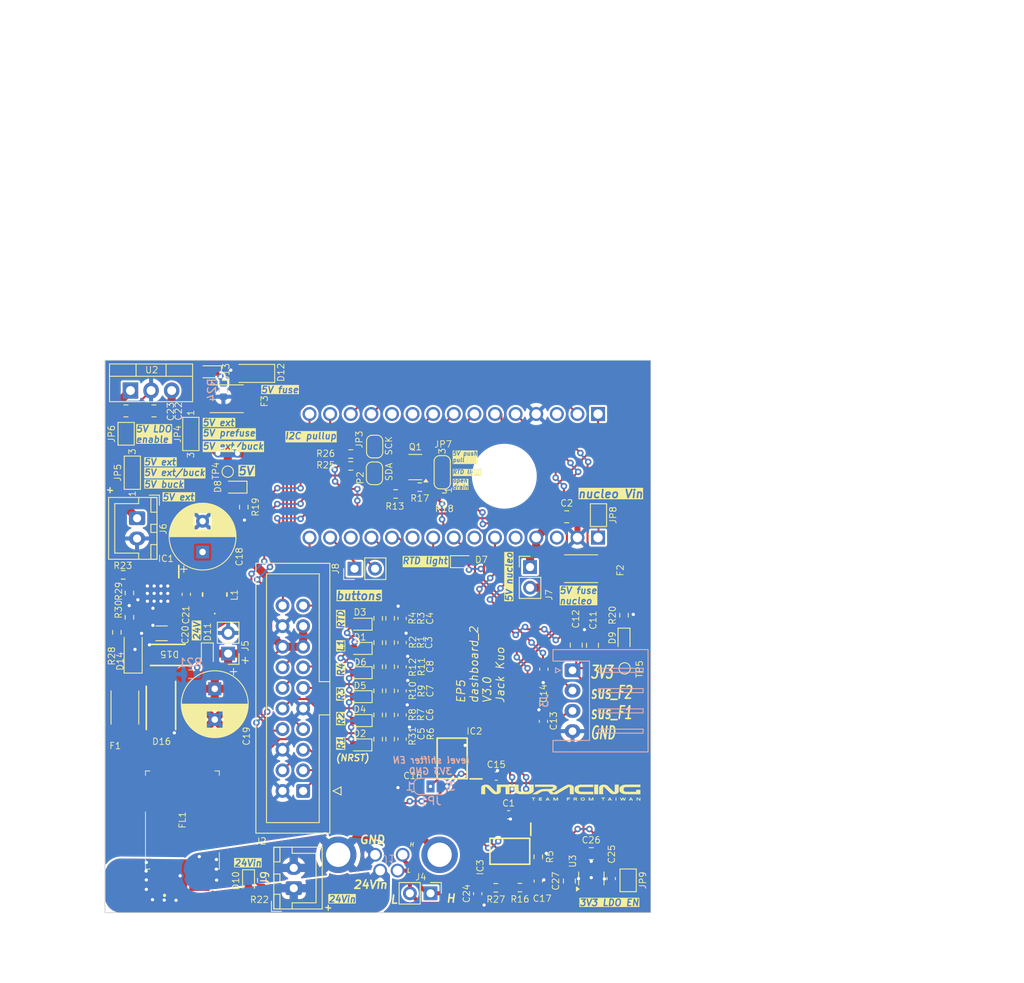
<source format=kicad_pcb>
(kicad_pcb (version 20240108) (generator "pcbnew") (generator_version "8.0")
  (title_block (title "dashboard left board") (date "2024-08-05") (rev "3.0") (company "NTURacing") (comment 1 "郭哲明") (comment 2 "electrical group") (comment 3 "1.6T/1oz/綠色防焊/白色文字/無鉛噴錫/各5pcs"))
  (layers (0 "F.Cu" signal) (31 "B.Cu" signal) (34 "B.Paste" user) (35 "F.Paste" user) (36 "B.SilkS" user "B.Silkscreen") (37 "F.SilkS" user "F.Silkscreen") (38 "B.Mask" user) (39 "F.Mask" user) (44 "Edge.Cuts" user))
  (net 0 "")
  (net 1 "+5V")
  (net 2 "GND")
  (net 3 "/ButtonRTD")
  (net 4 "/ButtonL1")
  (net 5 "/ButtonR1")
  (net 6 "/ButtonR2")
  (net 7 "/ButtonR3")
  (net 8 "/ButtonR4")
  (net 11 "+3V3")
  (net 12 "+24V")
  (net 13 "GNDPWR")
  (net 14 "ButtonRTD_raw")
  (net 15 "ButtonL1_raw")
  (net 16 "ButtonR1_raw")
  (net 17 "ButtonR2_raw")
  (net 18 "ButtonR3_raw")
  (net 19 "ButtonR4_raw")
  (net 20 "CANH")
  (net 21 "CANL")
  (net 22 "SCL")
  (net 23 "SDA")
  (net 24 "/power/5V_buck")
  (net 25 "/SPI1_SCK")
  (net 26 "/power/5V_buck_sw")
  (net 27 "/OE_raw")
  (net 28 "Net-(D8-K)")
  (net 29 "ButtonRTDlight")
  (net 33 "Net-(IC1-BOOT)")
  (net 34 "/power/5V_LDO")
  (net 35 "Net-(D9-K)")
  (net 37 "Net-(JP6-B)")
  (net 40 "RCLK")
  (net 41 "SRCLK")
  (net 42 "SER")
  (net 43 "OE")
  (net 44 "/ButtonREDlight_trigger")
  (net 45 "/FDCAN1_TX")
  (net 46 "/FDCAN1_RX")
  (net 47 "Net-(D10-K)")
  (net 48 "/levelShiftEnable")
  (net 49 "Net-(JP2-A)")
  (net 50 "Net-(JP3-A)")
  (net 51 "Net-(C17-Pad1)")
  (net 52 "Net-(Q1-G)")
  (net 53 "Net-(D11-K)")
  (net 54 "Net-(D1-K)")
  (net 55 "Net-(D2-K)")
  (net 56 "Net-(D3-K)")
  (net 57 "Net-(D4-K)")
  (net 58 "Net-(D5-K)")
  (net 59 "Net-(D6-K)")
  (net 60 "24Vin")
  (net 61 "Net-(D13-K)")
  (net 62 "/power/5V_prefuse")
  (net 63 "/power/24V_prefuse")
  (net 65 "/power/5V_buck_FB")
  (net 66 "/power/5V_buck_EN")
  (net 67 "/SPI1_MOSI")
  (net 68 "/SPI1_CS")
  (net 69 "Net-(IC3-S)")
  (net 70 "suspension_F1")
  (net 71 "suspension_F2")
  (net 72 "/power/5V_ext")
  (net 73 "/power/5V_buck{slash}ext")
  (net 74 "Net-(JP7-A)")
  (net 77 "/5V_nucleo")
  (net 78 "5V_nucleo_prefuse")
  (net 79 "Vin_nucleo")
  (net 81 "Net-(U3-BP)")
  (net 82 "/3V_nucleo")
  (net 83 "/power/3v3 LDO 5Vin")
  (net 84 "Net-(D7-K)")
  (footprint "LED_SMD:LED_0603_1608Metric" (layer "F.Cu") (at 99.3901 120.9674 180)
    (property "Reference" "D5")
    (property "Value" "but R3")
  )
  (footprint "Resistor_SMD:R_0603_1608Metric" (layer "F.Cu") (at 69.4182 113.03 90)
    (property "Reference" "R28")
    (property "Value" "470k")
  )
  (footprint "LED_SMD:LED_0603_1608Metric" (layer "F.Cu") (at 99.3648 126.9116 180)
    (property "Reference" "D2")
    (property "Value" "but R1")
  )
  (footprint "Resistor_SMD:R_0603_1608Metric" (layer "F.Cu") (at 103.0986 111.3028 -90)
    (property "Reference" "R3")
    (property "Value" "10k")
  )
  (footprint "Capacitor_SMD:C_0805_2012Metric" (layer "F.Cu") (at 126.0348 114.6048 90)
    (property "Reference" "C12")
    (property "Value" "10u 16V")
  )
  (footprint "Resistor_SMD:R_0603_1608Metric" (layer "F.Cu") (at 103.0986 117.2726 -90)
    (property "Reference" "R11")
    (property "Value" "10k")
  )
  (footprint "Connector_JST:JST_XH_B2B-XH-A_1x02_P2.50mm_Vertical" (layer "F.Cu") (at 91.2198 144.5822 90)
    (property "Reference" "J9")
    (property "Value" "24Vin")
  )
  (footprint "LED_SMD:LED_0603_1608Metric" (layer "F.Cu") (at 80.5688 115.824 -90)
    (property "Reference" "D11")
    (property "Value" "RED 24V")
  )
  (footprint "Resistor_SMD:R_0603_1608Metric" (layer "F.Cu") (at 109.7788 96.3676)
    (property "Reference" "R18")
    (property "Value" "510R")
  )
  (footprint "Capacitor_SMD:C_0603_1608Metric" (layer "F.Cu") (at 117.7036 135.5344)
    (property "Reference" "C1")
    (property "Value" "0u1")
  )
  (footprint "LED_SMD:LED_0603_1608Metric" (layer "F.Cu") (at 112.0141 104.3178)
    (property "Reference" "D7")
    (property "Value" "but RTD")
  )
  (footprint "Capacitor_SMD:C_0805_2012Metric" (layer "F.Cu") (at 124.8664 98.7806)
    (property "Reference" "C2")
    (property "Value" "10u 16V")
  )
  (footprint "Fuse:Fuse_2512_6332Metric_Pad1.52x3.35mm_HandSolder" (layer "F.Cu") (at 70.4088 122.301 90)
    (property "Reference" "F1")
    (property "Value" "0.2A")
  )
  (footprint "Capacitor_SMD:C_0603_1608Metric" (layer "F.Cu") (at 116.1796 130.7592)
    (property "Reference" "C15")
    (property "Value" "0u1")
  )
  (footprint "Resistor_SMD:R_0603_1608Metric" (layer "F.Cu") (at 101.6254 126.2004 90)
    (property "Reference" "R31")
    (property "Value" "510R")
  )
  (footprint "LED_SMD:LED_0603_1608Metric" (layer "F.Cu") (at 99.3901 115.012 180)
    (property "Reference" "D1")
    (property "Value" "but L1")
  )
  (footprint "Jumper:SolderJumper-2_P1.3mm_Open_Pad1.0x1.5mm" (layer "F.Cu") (at 132.4356 143.6116 -90)
    (property "Reference" "JP9")
    (property "Value" "3.3ON")
  )
  (footprint "Capacitor_SMD:C_0603_1608Metric" (layer "F.Cu") (at 77.978 108.3376 90)
    (property "Reference" "C21")
    (property "Value" "10n")
  )
  (footprint "Capacitor_SMD:C_0603_1608Metric" (layer "F.Cu") (at 113.8936 145.2626 -90)
    (property "Reference" "C24")
    (property "Value" "0u1")
  )
  (footprint "Resistor_SMD:R_0603_1608Metric" (layer "F.Cu") (at 101.6254 120.243 90)
    (property "Reference" "R10")
    (property "Value" "510R")
  )
  (footprint "Capacitor_THT:CP_Radial_D8.0mm_P3.80mm" (layer "F.Cu") (at 79.9846 103.124 90)
    (property "Reference" "C18")
    (property "Value" "220u 35V")
  )
  (footprint "LED_SMD:LED_0603_1608Metric" (layer "F.Cu") (at 99.3901 112.0272 180)
    (property "Reference" "D3")
    (property "Value" "but RTD")
  )
  (footprint "Resistor_SMD:R_0603_1608Metric" (layer "F.Cu") (at 116.1288 144.5328 180)
    (property "Reference" "R27")
    (property "Value" "60R")
  )
  (footprint "Capacitor_SMD:C_0805_2012Metric" (layer "F.Cu") (at 128.0414 114.6302 90)
    (property "Reference" "C11")
    (property "Value" "10u 16V")
  )
  (footprint "SamacSys_Parts:DIOM5336X262N" (layer "F.Cu") (at 74.8538 122.3518 -90)
    (property "Reference" "D16")
    (property "Value" "SMBJP6KE33A-TP" (hide yes))
  )
  (footprint "Capacitor_SMD:C_1206_3216Metric" (layer "F.Cu") (at 74.93 113.1512 180)
    (property "Reference" "C20")
    (property "Value" "22u 35V")
  )
  (footprint "Capacitor_SMD:C_0805_2012Metric" (layer "F.Cu") (at 125.1916 143.7022 90)
    (property "Reference" "C27")
    (property "Value" "10u 16V")
  )
  (footprint "Capacitor_SMD:C_0805_2012Metric" (layer "F.Cu") (at 70.5358 85.725)
    (property "Reference" "C23")
    (property "Value" "10u 16V")
  )
  (footprint "Package_TO_SOT_SMD:SOT-23-5" (layer "F.Cu") (at 127.8992 143.3775 90)
    (property "Reference" "U3")
    (property "Value" "LP2985-3.3")
  )
  (footprint "Resistor_SMD:R_0603_1608Metric" (layer "F.Cu") (at 119.1006 144.5074 180)
    (property "Reference" "R16")
    (property "Value" "60R")
  )
  (footprint "Resistor_SMD:R_0603_1608Metric" (layer "F.Cu") (at 101.6254 114.3008 90)
    (property "Reference" "R2")
    (property "Value" "510R")
  )
  (footprint "Package_TO_SOT_SMD:SOT-23-3" (layer "F.Cu") (at 106.206 92.652 180)
    (property "Reference" "Q1")
    (property "Value" "BSS84AK")
  )
  (footprint "MountingHole:MountingHole_4.3mm_M4" (layer "F.Cu") (at 117.1702 93.7768)
    (property "Reference" "H1" (hide yes))
    (property "Value" "MountingHole")
  )
  (footprint "Resistor_SMD:R_0603_1608Metric" (layer "F.Cu") (at 70.9676 108.1786 -90)
    (property "Reference" "R29")
    (property "Value" "9k1")
  )
  (footprint "SamacSys_Parts:SODFL5226X100N" (layer "F.Cu") (at 75.692 115.8182 180)
    (property "Reference" "D15")
    (property "Value" "45V 2A (VSSAF5L45HM3_A_H)" (hide yes))
  )
  (footprint "Resistor_SMD:R_0603_1608Metric" (layer "F.Cu") (at 103.7844 95.9612)
    (property "Reference" "R13")
    (property "Value" "10k")
  )
  (footprint "SamacSys_Parts:SOIC127P600X170-9N" (layer "F.Cu") (at 74.4728 108.2548 -90)
    (property "Reference" "IC1")
    (property "Value" "LM22676MRX-ADJ_NOPB" (hide yes))
  )
  (footprint "Resistor_SMD:R_0603_1608Metric" (layer "F.Cu") (at 106.7562 95.123 180)
    (property "Reference" "R17")
    (property "Value" "10k")
  )
  (footprint "Connector_PinHeader_2.54mm:PinHeader_1x02_P2.54mm_Vertical" (layer "F.Cu") (at 98.7044 105.1814 90)
    (property "Reference" "J8")
    (property "Value" "nucleo_3V")
  )
  (footprint "Capacitor_SMD:C_0805_2012Metric" (layer "F.Cu") (at 73.9902 85.725 180)
    (property "Reference" "C22")
    (property "Value" "10u 16V")
  )
  (footprint "Diode_SMD:D_MiniMELF" (layer "F.Cu") (at 86.2076 81.1022 180)
    (property "Reference" "D12")
    (property "Value" "zener 5.6V")
  )
  (footprint "Capacitor_SMD:C_0603_1608Metric" (layer "F.Cu") (at 105.8672 132.1816 180)
    (property "Reference" "C16")
    (property "Value" "0u1")
  )
  (footprint "Capacitor_SMD:C_0603_1608Metric" (layer "F.Cu") (at 121.9962 124.0028 90)
    (property "Reference" "C13")
    (property "Value" "1u 16V")
  )
  (footprint "Capacitor_SMD:C_0603_1608Metric" (layer "F.Cu") (at 104.5718 123.2166 90)
    (property "Reference" "C6")
    (property "Value" "220p")
  )
  (footprint "Diode_SMD:D_MiniMELF" (layer "F.Cu") (at 71.4248 115.3922 90)
    (property "Reference" "D14")
    (property "Value" "zener 27V")
  )
  (footprint "Jumper:SolderJumper-3_P1.3mm_Open_Pad1.0x1.5mm_NumberLabels" (layer "F.Cu") (at 78.5368 88.5698 -90)
    (property "Reference" "JP4")
    (property "Value" "5Vprefuse")
  )
  (footprint "Resistor_SMD:R_0603_1608Metric" (layer "F.Cu") (at 131.9276 110.9218 90)
    (property "Reference" "R20")
    (property "Value" "510R")
  )
  (footprint "SamacSys_Parts:SOIC127P600X175-8N" (layer "F.Cu") (at 117.856 140.0302 -90)
    (property "Reference" "IC3")
    (property "Value" "TCAN1057AVDRQ1" (hide yes))
  )
  (footprint "nturt_kicad_lib:NUCLEO-G431KB" (layer "F.Cu") (at 110.9472 93.726 -90)
    (property "Reference" "U1" (hide yes))
    (property "Value" "NUCLEO-G431KB")
  )
  (footprint "Capacitor_SMD:C_0603_1608Metric" (layer "F.Cu") (at 104.5718 120.2438 90)
    (property "Reference" "C7")
    (property "Value" "220p")
  )
  (footprint "Package_TO_SOT_THT:TO-220-3_Vertical" (layer "F.Cu") (at 71.0946 83.2104)
    (property "Reference" "U2")
    (property "Value" "LM7805_TO220")
  )
  (footprint "LED_SMD:LED_0603_1608Metric" (layer "F.Cu") (at 80.8229 80.899 180)
    (property "Reference" "D13")
    (property "Value" "5V　prefuse")
  )
  (footprint "Resistor_SMD:R_0603_1608Metric" (layer "F.Cu") (at 103.0986 126.2004 -90)
    (property "Reference" "R6")
    (property "Value" "10k")
  )
  (footprint "LED_SMD:LED_0603_1608Metric" (layer "F.Cu") (at 99.3901 123.9154 180)
    (property "Reference" "D4")
    (property "Value" "but R2")
  )
  (footprint "Resistor_SMD:R_0603_1608Metric" (layer "F.Cu") (at 103.0986 114.3 -90)
    (property "Reference" "R1")
    (property "Value" "10k")
  )
  (footprint "Resistor_SMD:R_0603_1608Metric" (layer "F.Cu") (at 70.2056 105.9434)
    (property "Reference" "R23")
    (property "Value" "27k")
  )
  (footprint "Capacitor_SMD:C_0603_1608Metric" (layer "F.Cu") (at 122.047 117.5766 -90)
    (property "Reference" "C14")
    (property "Value" "1u 16V")
  )
  (footprint "Jumper:SolderJumper-2_P1.3mm_Open_RoundedPad1.0x1.5mm" (layer "F.Cu") (at 101.1936 90.1192 90)
    (property "Reference" "JP3")
    (property "Value" "I2Cpullup")
  )
  (footprint "Fuse:Fuse_2512_6332Metric_Pad1.52x3.35mm_HandSolder" (layer "F.Cu") (at 126.6444 105.1814 180)
    (property "Reference" "F2")
    (property "Value" "0.4A")
  )
  (footprint "Resistor_SMD:R_0603_1608Metric" (layer "F.Cu") (at 101.6254 117.2726 90)
    (property "Reference" "R12")
    (property "Value" "510R")
  )
  (footprint "Resistor_SMD:R_0603_1608Metric" (layer "F.Cu") (at 121.3612 140.7152 -90)
    (property "Reference" "R5")
    (property "Value" "100k")
  )
  (footprint "Jumper:SolderJumper-2_P1.3mm_Open_Pad1.0x1.5mm" (layer "F.Cu") (at 70.5612 88.5444 90)
    (property "Reference" "JP6")
    (property "Value" "5V_LDO")
  )
  (footprint "Resistor_SMD:R_0603_1608Metric" (layer "F.Cu") (at 103.0986 123.2164 -90)
    (property "Reference" "R7")
    (property "Value" "10k")
  )
  (footprint "Resistor_SMD:R_0603_1608Metric" (layer "F.Cu") (at 103.0986 120.243 -90)
    (property "Reference" "R9")
    (property "Value" "10k")
  )
  (footprint "TestPoint:TestPoint_Pad_D1.0mm" (layer "F.Cu") (at 132.0038 117.475)
    (property "Reference" "TP5")
    (property "Value" "3V3")
  )
  (footprint "Capacitor_SMD:C_0805_2012Metric" (layer "F.Cu") (at 127.884 140.324)
    (property "Reference" "C26")
    (property "Value" "10u 16V")
  )
  (footprint "TestPoint:TestPoint_Pad_D1.0mm" (layer "F.Cu") (at 83.0834 93.218)
    (property "Reference" "TP4")
    (property "Value" "5V")
  )
  (footprint "LED_SMD:LED_0603_1608Metric" (layer "F.Cu") (at 83.9724 95.123 180)
    (property "Reference" "D8")
    (property "Value" "RED　5V")
  )
  (footprint "Resistor_SMD:R_0603_1608Metric" (layer "F.Cu") (at 101.6254 123.2164 90)
    (property "Reference" "R8")
    (property "Value" "510R")
  )
  (footprint "Connector_PinHeader_2.54mm:PinHeader_1x02_P2.54mm_Vertical" (layer "F.Cu") (at 83.1342 115.6462 180)
    (property "Reference" "J5")
    (property "Value" "24Vout")
  )
  (footprint "Resistor_SMD:R_0603_1608Metric_Pad0.98x0.95mm_HandSolder" (layer "F.Cu") (at 98.2472 92.5068)
    (property "Reference" "R25")
    (property "Value" "3k3")
  )
  (footprint "Connector_PinHeader_2.54mm:PinHeader_1x02_P2.54mm_Vertical" (layer "F.Cu") (at 120.3452 104.9782)
    (property "Reference" "J7")
    (property "Value" "nucleo_5V")
  )
  (footprint "LED_SMD:LED_0603_1608Metric" (layer "F.Cu") (at 99.3902 118.0092 180)
    (property "Reference" "D6")
    (property "Value" "but R4")
  )
  (footprint "SamacSys_Parts:BNX024H01K" (layer "F.Cu") (at 77.4954 136.1694 90)
    (property "Reference" "FL1")
    (property "Value" "BNX026H01L" (hide yes))
  )
  (footprint "SamacSys_Parts:SOP65P640X120-14N" (layer "F.Cu") (at 110.744 128.5748 180)
    (property "Reference" "IC2")
    (property "Value" "LSF0204DPWR" (hide yes))
  )
  (footprint "Fuse:Fuse_2512_6332Metric_Pad1.52x3.35mm_HandSolder" (layer "F.Cu") (at 82.9564 84.2264)
    (property "Reference" "F3")
    (property "Value" "0.8A")
  )
  (footprint "Capacitor_THT:CP_Radial_D8.0mm_P3.80mm" (layer "F.Cu") (at 81.4832 119.9896 -90)
    (property "Reference" "C19")
    (property "Value" "220u 35V")
  )
  (footprint "Resistor_SMD:R_0603_1608Metric" (layer "F.Cu") (at 85.0646 97.5868 -90)
    (property "Reference" "R19")
    (property "Value" "1k")
  )
  (footprint "Capacitor_SMD:C_0603_1608Metric" (layer "F.Cu") (at 130.3478 143.3974 -90)
    (property "Reference" "C25")
    (property "Value" "10n")
  )
  (footprint "Resistor_SMD:R_0603_1608Metric" (layer "F.Cu") (at 101.6254 111.3028 90)
    (property "Reference" "R4")
    (property "Value" "510R")
  )
  (footprint "Capacitor_SMD:C_0603_1608Metric" (layer "F.Cu") (at 121.3612 143.7076 90)
    (property "Reference" "C17")
    (property "Value" "4n7")
  )
  (footprint "Jumper:SolderJumper-2_P1.3mm_Open_Pad1.0x1.5mm" (layer "F.Cu") (at 128.778 98.5774 -90)
    (property "Reference" "JP8")
    (property "Value" "nucleo Vin")
  )
  (footprint "SamacSys_Parts:SRN3012BTA100M" (layer "F.Cu") (at 81.4832 108.3682 90)
    (property "Reference" "L1")
    (property "Value" "10uH 2A (SRN3012BTA-100M)" (hide yes))
  )
  (footprint "Connector_PinHeader_2.54mm:PinHeader_1x02_P2.54mm_Vertical" (layer "F.Cu") (at 108.077 145.2118 -90)
    (property "Reference" "J4")
    (property "Value" "CAN")
  )
  (footprint "Capacitor_SMD:C_0603_1608Metric" (layer "F.Cu") (at 104.5718 117.2726 90)
    (property "Reference" "C8")
    (property "Value" "220p")
  )
  (footprint "Jumper:SolderJumper-3_P1.3mm_Open_Pad1.0x1.5mm_NumberLabels" (layer "F.Cu") (at 71.3232 93.345 90)
    (property "Reference" "JP5")
    (property "Value" "5VonBoard")
  )
  (footprint "Connector_IDC:IDC-Header_2x10_P2.54mm_Vertical" (layer "F.Cu") (at 92.3798 132.588 180)
    (property "Reference" "J2")
    (property "Value" "screen")
  )
  (footprint "Connector_JST:JST_XH_B2B-XH-A_1x02_P2.50mm_Vertical" (layer "F.Cu") (at 71.9074 98.9584 -90)
    (property "Reference" "J6")
    (property "Value" "5V external")
  )
  (footprint "Jumper:SolderJumper-3_P1.3mm_Open_RoundedPad1.0x1.5mm_NumberLabels" (layer "F.Cu") (at 109.5248 93.2896 90)
    (property "Reference" "JP7")
    (property "Value" "enable")
  )
  (footprint "Jumper:SolderJumper-2_P1.3mm_Open_RoundedPad1.0x1.5mm" (layer "F.Cu") (at 101.1682 93.4212 -90)
    (property "Reference" "JP2")
    (property "Value" "I2Cpullup")
  )
  (footprint "Resistor_SMD:R_0603_1608Metric" (layer "F.Cu") (at 87.2744 143.6116 90)
    (property "Reference" "R22")
    (property "Value" "2k2")
  )
  (footprint "LED_SMD:LED_0603_1608Metric" (layer "F.Cu") (at 85.6488 143.7894 -90)
    (property "Reference" "D10")
    (property "Value" "RED 24Vin")
  )
  (footprint "Capacitor_SMD:C_0603_1608Metric" (layer "F.Cu") (at 104.5718 111.3036 90)
    (property "Reference" "C4")
    (property "Value" "220p")
  )
  (footprint "LED_SMD:LED_0603_1608Metric" (layer "F.Cu") (at 131.9276 113.9952 -90)
    (property "Reference" "D9")
    (property "Value" "RED 3V3")
  )
  (footprint "Capacitor_SMD:C_0603_1608Metric" (layer "F.Cu") (at 104.5718 114.2878 90)
    (property "Reference" "C3")
    (property "Value" "220p")
  )
  (footprint "Resistor_SMD:R_0603_1608Metric_Pad0.98x0.95mm_HandSolder" (layer "F.Cu") (at 98.2472 91.0336)
    (property "Reference" "R26")
    (property "Value" "3k3")
  )
  (footprint "Capacitor_SMD:C_0603_1608Metric" (layer "F.Cu") (at 104.5718 126.1874 90)
    (property "Reference" "C5")
    (property "Value" "220p")
  )
  (footprint "Resistor_SMD:R_0603_1608Metric" (layer "F.Cu") (at 70.9676 111.1758 90)
    (property "Reference" "R30")
    (property "Value" "100k")
  )
  (footprint "nturt_kicad_lib:WP-04F3-26-11" (layer "B.Cu") (at 102.948 140.462)
    (property "Reference" "J1")
    (property "Value" "rearbox")
  )
  (footprint "Connector_JST:JST_XH_S4B-XH-A_1x04_P2.50mm_Horizontal" (layer "B.Cu") (at 125.582 117.7166 -90)
    (property "Reference" "J3")
    (property "Value" "left_connector")
  )
  (footprint "Resistor_SMD:R_0603_1608Metric" (layer "B.Cu") (at 82.55 83.1474 -90)
    (property "Reference" "R24")
    (property "Value" "1k")
  )
  (footprint "Resistor_SMD:R_0603_1608Metric" (layer "B.Cu") (at 78.486 118.1862 180)
    (property "Reference" "R21")
    (property "Value" "10k")
  )
  (footprint "Jumper:SolderJumper-3_P1.3mm_Open_RoundedPad1.0x1.5mm_NumberLabels" (layer "B.Cu") (at 108.077 132.0292)
    (property "Reference" "JP1")
    (property "Value" "enable" (hide yes))
  )
  (gr_poly (pts (xy 123.729221 133.401859) (xy 123.798542 133.403446) (xy 123.798542 133.779154) (xy 123.747213 133.780742) (xy 123.695354 133.782329) (xy 123.695354 133.519863) (xy 123.627093 133.649508) (xy 123.558829 133.779154) (xy 123.509088 133.780742) (xy 123.459347 133.782329) (xy 123.391083 133.652683) (xy 123.322292 133.523038) (xy 123.320704 133.652683) (xy 123.319646 133.782329) (xy 123.267787 133.780742) (xy 123.216458 133.779154) (xy 123.214871 133.596592) (xy 123.214673 133.525105) (xy 123.214871 133.465623) (xy 123.215466 133.424398) (xy 123.215913 133.412584) (xy 123.216173 133.409219) (xy 123.216458 133.407679) (xy 123.216964 133.40673) (xy 123.217899 133.405864) (xy 123.219284 133.405079) (xy 123.221138 133.404372) (xy 123.223483 133.403739) (xy 123.226337 133.403177) (xy 123.233657 133.402255) (xy 123.243259 133.401581) (xy 123.255304 133.401131) (xy 123.269953 133.400879) (xy 123.287368 133.4008) (xy 123.35616 133.4008) (xy 123.431301 133.541558) (xy 123.442105 133.561787) (xy 123.451926 133.58006) (xy 123.46081 133.596456) (xy 123.468805 133.611053) (xy 123.475957 133.623929) (xy 123.482312 133.635162) (xy 123.487916 133.644831) (xy 123.492816 133.653014) (xy 123.49706 133.65979) (xy 123.498949 133.662674) (xy 123.500692 133.665236) (xy 123.502294 133.667485) (xy 123.50376 133.669431) (xy 123.505097 133.671083) (xy 123.50631 133.672453) (xy 123.507406 133.673549) (xy 123.508389 133.67438) (xy 123.509267 133.674958) (xy 123.510043 133.675292) (xy 123.510396 133.67537) (xy 123.510726 133.675391) (xy 123.511033 133.675356) (xy 123.511319 133.675265) (xy 123.511585 133.675121) (xy 123.51183 133.674925) (xy 123.512263 133.674379) (xy 123.520167 133.660869) (xy 123.537398 133.629797) (xy 123.589521 133.533621) (xy 123.660431 133.400271)) (fill solid) (layer "F.SilkS"))
  (gr_poly (pts (xy 130.179232 133.401859) (xy 130.236383 133.403446) (xy 130.288242 133.501342) (xy 130.349269 133.618048) (xy 130.394273 133.70474) (xy 130.422112 133.759186) (xy 130.429238 133.77362) (xy 130.431645 133.779154) (xy 130.431352 133.779439) (xy 130.430493 133.7797) (xy 130.427189 133.780146) (xy 130.421962 133.780494) (xy 130.415043 133.780742) (xy 130.397043 133.78094) (xy 130.375025 133.780742) (xy 130.317874 133.779154) (xy 130.299353 133.7437) (xy 130.280832 133.707717) (xy 130.07393 133.707717) (xy 130.055937 133.744758) (xy 130.037946 133.7818) (xy 129.922588 133.7818) (xy 129.982383 133.666442) (xy 130.000524 133.631333) (xy 130.115677 133.631333) (xy 130.115733 133.631517) (xy 130.116261 133.631796) (xy 130.117425 133.63204) (xy 130.121529 133.632426) (xy 130.127779 133.632689) (xy 130.135908 133.63284) (xy 130.156735 133.632856) (xy 130.181878 133.632575) (xy 130.245379 133.630988) (xy 130.212041 133.564842) (xy 130.179232 133.498696) (xy 130.146425 133.564313) (xy 130.139898 133.577488) (xy 130.133891 133.589845) (xy 130.128529 133.60111) (xy 130.123936 133.611012) (xy 130.120235 133.619276) (xy 130.117552 133.62563) (xy 130.116631 133.628005) (xy 130.11601 133.629801) (xy 130.115706 133.630983) (xy 130.115677 133.631333) (xy 130.000524 133.631333) (xy 130.033514 133.567488) (xy 130.056574 133.523418) (xy 130.07393 133.490759) (xy 130.0872 133.465987) (xy 130.099131 133.443398) (xy 130.108383 133.425572) (xy 130.111586 133.419251) (xy 130.113617 133.415088) (xy 130.121554 133.400271)) (fill solid) (layer "F.SilkS"))
  (gr_poly (pts (xy 122.518966 133.400825) (xy 122.525365 133.400899) (xy 122.531339 133.401023) (xy 122.536893 133.401197) (xy 122.542031 133.40142) (xy 122.546759 133.401693) (xy 122.55108 133.402016) (xy 122.555 133.402388) (xy 122.558523 133.402809) (xy 122.561654 133.403281) (xy 122.564397 133.403802) (xy 122.566758 133.404372) (xy 122.56874 133.404992) (xy 122.56959 133.405321) (xy 122.570348 133.405662) (xy 122.571014 133.406015) (xy 122.571588 133.406381) (xy 122.57207 133.406759) (xy 122.572463 133.40715) (xy 122.579507 133.419619) (xy 122.595085 133.448557) (xy 122.616814 133.489601) (xy 122.642313 133.538383) (xy 122.697214 133.643688) (xy 122.721192 133.689295) (xy 122.738622 133.722004) (xy 122.769842 133.7818) (xy 122.653426 133.7818) (xy 122.635434 133.745817) (xy 122.617443 133.710363) (xy 122.513726 133.708775) (xy 122.40948 133.707717) (xy 122.390959 133.744758) (xy 122.372437 133.7818) (xy 122.316875 133.7818) (xy 122.306492 133.781771) (xy 122.297333 133.781667) (xy 122.289347 133.781462) (xy 122.285777 133.781313) (xy 122.28248 133.78113) (xy 122.279449 133.780909) (xy 122.276679 133.780647) (xy 122.274162 133.78034) (xy 122.271892 133.779986) (xy 122.269862 133.779581) (xy 122.268067 133.779122) (xy 122.266498 133.778606) (xy 122.265149 133.77803) (xy 122.264015 133.77739) (xy 122.263088 133.776683) (xy 122.2627 133.776303) (xy 122.262362 133.775906) (xy 122.262072 133.775491) (xy 122.26183 133.775056) (xy 122.261634 133.774603) (xy 122.261485 133.77413) (xy 122.261322 133.773124) (xy 122.261333 133.772036) (xy 122.261511 133.770861) (xy 122.261851 133.769598) (xy 122.262346 133.768242) (xy 122.262989 133.76679) (xy 122.263773 133.76524) (xy 122.264692 133.763588) (xy 122.265739 133.76183) (xy 122.268193 133.757988) (xy 122.277726 133.741162) (xy 122.298024 133.703153) (xy 122.334334 133.633633) (xy 122.446521 133.633633) (xy 122.512667 133.633633) (xy 122.525992 133.633585) (xy 122.538406 133.633443) (xy 122.549642 133.633215) (xy 122.559432 133.632906) (xy 122.567511 133.632522) (xy 122.573612 133.632071) (xy 122.575837 133.631821) (xy 122.577468 133.631557) (xy 122.578471 133.631279) (xy 122.578727 133.631135) (xy 122.578813 133.630988) (xy 122.578165 133.629122) (xy 122.576308 133.624894) (xy 122.569487 133.610416) (xy 122.559391 133.589688) (xy 122.547063 133.564842) (xy 122.534636 133.540186) (xy 122.52912 133.529402) (xy 122.524243 133.519995) (xy 122.520134 133.512225) (xy 122.516925 133.506352) (xy 122.514746 133.502638) (xy 122.514083 133.501671) (xy 122.513865 133.501425) (xy 122.513726 133.501342) (xy 122.512856 133.502686) (xy 122.510733 133.506542) (xy 122.503275 133.520722) (xy 122.47933 133.567488) (xy 122.446521 133.633633) (xy 122.334334 133.633633) (xy 122.359209 133.586008) (xy 122.392025 133.522351) (xy 122.420129 133.468467) (xy 122.449696 133.412442) (xy 122.451054 133.410567) (xy 122.452401 133.408903) (xy 122.453811 133.407437) (xy 122.45536 133.406158) (xy 122.457123 133.405052) (xy 122.459175 133.404107) (xy 122.461591 133.403312) (xy 122.464447 133.402652) (xy 122.467817 133.402117) (xy 122.471777 133.401693) (xy 122.476403 133.401369) (xy 122.481769 133.401131) (xy 122.495021 133.400866) (xy 122.512138 133.4008)) (fill solid) (layer "F.SilkS"))
  (gr_poly (pts (xy 132.929841 133.586538) (xy 132.999162 133.719094) (xy 133.020626 133.760518) (xy 133.026583 133.772281) (xy 133.028795 133.777038) (xy 133.028819 133.777284) (xy 133.028694 133.777527) (xy 133.028014 133.778002) (xy 133.026781 133.778459) (xy 133.025025 133.778898) (xy 133.020052 133.779707) (xy 133.013317 133.780411) (xy 133.005045 133.780991) (xy 132.995458 133.781428) (xy 132.98478 133.781704) (xy 132.973233 133.7818) (xy 132.915555 133.7818) (xy 132.897561 133.744758) (xy 132.879571 133.707717) (xy 132.670551 133.707717) (xy 132.653088 133.743171) (xy 132.635625 133.779154) (xy 132.579004 133.780742) (xy 132.567432 133.78089) (xy 132.556679 133.780932) (xy 132.546968 133.780863) (xy 132.538523 133.780676) (xy 132.531565 133.780365) (xy 132.528714 133.780161) (xy 132.526319 133.779923) (xy 132.524408 133.779652) (xy 132.523008 133.779346) (xy 132.522509 133.779179) (xy 132.522148 133.779004) (xy 132.521928 133.778819) (xy 132.521855 133.778625) (xy 132.529189 133.763436) (xy 132.549173 133.724187) (xy 132.598166 133.629598) (xy 132.713399 133.629598) (xy 132.713556 133.629796) (xy 132.714361 133.63019) (xy 132.715796 133.630577) (xy 132.717827 133.630954) (xy 132.723551 133.63167) (xy 132.731272 133.63231) (xy 132.740728 133.632852) (xy 132.751661 133.63327) (xy 132.763809 133.633538) (xy 132.776911 133.633633) (xy 132.842529 133.633633) (xy 132.810249 133.567488) (xy 132.803823 133.554314) (xy 132.797731 133.541972) (xy 132.792111 133.530746) (xy 132.787099 133.520921) (xy 132.78283 133.512783) (xy 132.779442 133.506617) (xy 132.778121 133.504363) (xy 132.777071 133.502708) (xy 132.776309 133.501689) (xy 132.776042 133.501429) (xy 132.775853 133.501342) (xy 132.774896 133.502542) (xy 132.77291 133.505954) (xy 132.766395 133.5183) (xy 132.747015 133.557235) (xy 132.726443 133.600238) (xy 132.718439 133.617668) (xy 132.713412 133.6294) (xy 132.713399 133.629598) (xy 132.598166 133.629598) (xy 132.614987 133.597121) (xy 132.713412 133.409796) (xy 132.714177 133.408387) (xy 132.715117 133.40713) (xy 132.716284 133.406018) (xy 132.717728 133.405042) (xy 132.719501 133.404192) (xy 132.721654 133.403462) (xy 132.724237 133.402841) (xy 132.727303 133.402322) (xy 132.730902 133.401895) (xy 132.735086 133.401554) (xy 132.745411 133.40109) (xy 132.758688 133.400861) (xy 132.775326 133.4008) (xy 132.833004 133.4008)) (fill solid) (layer "F.SilkS"))
  (gr_poly (pts (xy 125.251104 133.485467) (xy 124.991812 133.485467) (xy 124.991812 133.548967) (xy 125.238933 133.548967) (xy 125.239993 133.588654) (xy 125.241051 133.628342) (xy 124.991812 133.628342) (xy 124.991812 133.782329) (xy 124.940483 133.780742) (xy 124.888625 133.779154) (xy 124.887038 133.596592) (xy 124.88684 133.525105) (xy 124.887038 133.465623) (xy 124.887633 133.424398) (xy 124.888079 133.412584) (xy 124.88834 133.409219) (xy 124.888625 133.407679) (xy 124.889402 133.40673) (xy 124.891196 133.405864) (xy 124.898175 133.404372) (xy 124.910252 133.403177) (xy 124.928114 133.402255) (xy 124.952451 133.401581) (xy 124.98395 133.401131) (xy 125.071188 133.4008) (xy 125.251104 133.4008)) (fill solid) (layer "F.SilkS"))
  (gr_poly (pts (xy 117.595651 131.804304) (xy 118.940792 131.805363) (xy 118.943438 132.170488) (xy 118.946084 132.535613) (xy 118.960372 132.560483) (xy 118.963736 132.565757) (xy 118.967291 132.570868) (xy 118.971056 132.575831) (xy 118.975048 132.580658) (xy 118.979285 132.585361) (xy 118.983784 132.589951) (xy 118.988564 132.594443) (xy 118.993643 132.598848) (xy 118.999038 132.603179) (xy 119.004767 132.607447) (xy 119.010848 132.611666) (xy 119.017298 132.615848) (xy 119.024137 132.620004) (xy 119.03138 132.624149) (xy 119.039047 132.628293) (xy 119.047155 132.63245) (xy 119.071414 132.644609) (xy 119.093887 132.653617) (xy 119.106732 132.657087) (xy 119.121866 132.659946) (xy 119.162645 132.664068) (xy 119.223516 132.666453) (xy 119.311771 132.667574) (xy 119.599605 132.667904) (xy 119.740439 132.667864) (xy 119.84928 132.667681) (xy 119.930701 132.667262) (xy 119.962556 132.666936) (xy 119.98927 132.666515) (xy 120.011413 132.665989) (xy 120.029558 132.665346) (xy 120.044275 132.664575) (xy 120.056135 132.663663) (xy 120.06571 132.662599) (xy 120.073572 132.661371) (xy 120.08029 132.659969) (xy 120.086438 132.658379) (xy 120.100458 132.654092) (xy 120.114117 132.649381) (xy 120.127374 132.644271) (xy 120.14019 132.638784) (xy 120.152525 132.632943) (xy 120.16434 132.626772) (xy 120.175596 132.620294) (xy 120.186252 132.613532) (xy 120.19627 132.60651) (xy 120.205609 132.599251) (xy 120.214231 132.591778) (xy 120.222095 132.584114) (xy 120.225731 132.580218) (xy 120.229162 132.576283) (xy 120.232385 132.572312) (xy 120.235393 132.568307) (xy 120.238183 132.564273) (xy 120.240748 132.560211) (xy 120.243085 132.556125) (xy 120.245188 132.552017) (xy 120.248858 132.543581) (xy 120.251629 132.532454) (xy 120.253643 132.514307) (xy 120.255044 132.484813) (xy 120.256573 132.374465) (xy 120.257359 132.166783) (xy 120.258417 131.805363) (xy 120.798167 131.805363) (xy 120.798167 132.556779) (xy 120.785997 132.593821) (xy 120.782368 132.604086) (xy 120.77842 132.614249) (xy 120.774145 132.62432) (xy 120.769535 132.63431) (xy 120.76458 132.644229) (xy 120.759273 132.654087) (xy 120.753604 132.663894) (xy 120.747566 132.673659) (xy 120.74115 132.683393) (xy 120.734346 132.693107) (xy 120.727148 132.70281) (xy 120.719545 132.712511) (xy 120.71153 132.722223) (xy 120.703094 132.731953) (xy 120.694229 132.741713) (xy 120.684926 132.751513) (xy 120.662934 132.773097) (xy 120.639441 132.793791) (xy 120.614471 132.813584) (xy 120.588047 132.832467) (xy 120.560194 132.850428) (xy 120.530935 132.867459) (xy 120.500295 132.883549) (xy 120.468298 132.898687) (xy 120.434968 132.912864) (xy 120.400328 132.92607) (xy 120.364403 132.938295) (xy 120.327217 132.949528) (xy 120.288794 132.95976) (xy 120.249158 132.96898) (xy 120.208333 132.977179) (xy 120.166342 132.984346) (xy 120.113591 132.991076) (xy 120.080878 132.993145) (xy 120.035638 132.994532) (xy 119.882676 132.995806) (xy 119.604896 132.995988) (xy 119.372485 132.995657) (xy 119.285149 132.995206) (xy 119.214835 132.994532) (xy 119.159875 132.99361) (xy 119.118601 132.992416) (xy 119.089345 132.990923) (xy 119.070438 132.989108) (xy 119.024403 132.982201) (xy 118.979772 132.974182) (xy 118.936559 132.965056) (xy 118.89478 132.954828) (xy 118.854448 132.943503) (xy 118.815579 132.931084) (xy 118.778188 132.917577) (xy 118.742289 132.902987) (xy 118.707896 132.887317) (xy 118.675026 132.870573) (xy 118.643691 132.852759) (xy 118.613908 132.833881) (xy 118.58569 132.813942) (xy 118.559053 132.792947) (xy 118.534012 132.770901) (xy 118.51058 132.747809) (xy 118.50172 132.738401) (xy 118.493379 132.7292) (xy 118.485529 132.720165) (xy 118.478144 132.711255) (xy 118.471195 132.702428) (xy 118.464657 132.693644) (xy 118.458502 132.684862) (xy 118.452702 132.67604) (xy 118.447232 132.667138) (xy 118.442062 132.658114) (xy 118.437167 132.648927) (xy 118.43252 132.639536) (xy 118.428092 132.6299) (xy 118.423858 132.619979) (xy 118.419789 132.60973) (xy 118.415859 132.599113) (xy 118.401042 132.556779) (xy 118.399455 132.330296) (xy 118.397867 132.104342) (xy 117.821605 132.104342) (xy 117.821605 132.998634) (xy 117.324188 132.998634) (xy 117.324188 132.104342) (xy 116.747397 132.104342) (xy 116.747397 132.392208) (xy 116.747314 132.499729) (xy 116.747118 132.543455) (xy 116.746735 132.581253) (xy 116.746105 132.613694) (xy 116.745164 132.641347) (xy 116.744558 132.653556) (xy 116.743852 132.664783) (xy 116.743036 132.675098) (xy 116.742105 132.684573) (xy 116.741049 132.693279) (xy 116.739862 132.701287) (xy 116.738535 132.708669) (xy 116.737061 132.715496) (xy 116.735432 132.72184) (xy 116.73364 132.72777) (xy 116.731678 132.73336) (xy 116.729537 132.73868) (xy 116.72721 132.743802) (xy 116.72469 132.748796) (xy 116.721968 132.753735) (xy 116.719037 132.758689) (xy 116.712515 132.76893) (xy 116.705063 132.780088) (xy 116.689608 132.801272) (xy 116.672061 132.821547) (xy 116.652485 132.840882) (xy 116.630947 132.859248) (xy 116.607511 132.876615) (xy 116.582243 132.892955) (xy 116.555207 132.908238) (xy 116.52647 132.922433) (xy 116.496095 132.935513) (xy 116.464148 132.947447) (xy 116.430694 132.958206) (xy 116.395799 132.96776) (xy 116.359526 132.97608) (xy 116.321943 132.983137) (xy 116.283112 132.9889) (xy 116.243101 132.993342) (xy 116.215806 132.995453) (xy 116.188153 132.996637) (xy 116.160233 132.996909) (xy 116.132133 132.996285) (xy 116.103943 132.994781) (xy 116.075753 132.992412) (xy 116.047651 132.989193) (xy 116.019726 132.98514) (xy 115.992069 132.980268) (xy 115.964766 132.974594) (xy 115.937909 132.968131) (xy 115.911586 132.960897) (xy 115.885886 132.952907) (xy 115.860899 132.944175) (xy 115.836713 132.934718) (xy 115.813418 132.92455) (xy 115.787359 132.911662) (xy 115.761816 132.896157) (xy 115.747677 132.886001) (xy 115.731795 132.873483) (xy 115.692305 132.83909) (xy 115.638353 132.788424) (xy 115.564949 132.716935) (xy 115.339813 132.493279) (xy 115.248909 132.40255) (xy 115.170786 132.324955) (xy 115.105028 132.260084) (xy 115.051219 132.207529) (xy 115.008945 132.166881) (xy 114.977789 132.137729) (xy 114.966251 132.127337) (xy 114.957337 132.119665) (xy 114.950994 132.114663) (xy 114.947172 132.112279) (xy 114.940017 132.109754) (xy 114.932494 132.107729) (xy 114.924683 132.106195) (xy 114.916662 132.105144) (xy 114.908511 132.104567) (xy 114.90031 132.104457) (xy 114.892136 132.104803) (xy 114.884069 132.105599) (xy 114.876188 132.106834) (xy 114.868572 132.108502) (xy 114.8613 132.110592) (xy 114.854452 132.113098) (xy 114.848106 132.116009) (xy 114.845146 132.117615) (xy 114.842341 132.119319) (xy 114.839701 132.12112) (xy 114.837237 132.123017) (xy 114.834957 132.125009) (xy 114.832872 132.127096) (xy 114.82123 132.139267) (xy 114.820172 132.567892) (xy 114.818584 132.995988) (xy 114.571464 132.997575) (xy 114.323814 132.998634) (xy 114.323814 132.556779) (xy 114.323856 132.414017) (xy 114.324053 132.305367) (xy 114.324243 132.262232) (xy 114.324511 132.225702) (xy 114.324871 132.195136) (xy 114.325335 132.169892) (xy 114.325917 132.149331) (xy 114.32663 132.13281) (xy 114.32704 132.125865) (xy 114.327487 132.11969) (xy 114.327974 132.114204) (xy 114.328502 132.109328) (xy 114.329072 132.104981) (xy 114.329687 132.101083) (xy 114.330347 132.097555) (xy 114.331055 132.094316) (xy 114.332621 132.088384) (xy 114.334397 132.082646) (xy 114.345025 132.056383) (xy 114.358776 132.031019) (xy 114.375534 132.006623) (xy 114.395185 131.983262) (xy 114.417614 131.961005) (xy 114.442707 131.93992) (xy 114.470348 131.920075) (xy 114.500423 131.901539) (xy 114.532817 131.884379) (xy 114.567416 131.868664) (xy 114.604105 131.854463) (xy 114.642769 131.841842) (xy 114.683293 131.830871) (xy 114.725563 131.821618) (xy 114.769463 131.814151) (xy 114.81488 131.808538) (xy 114.837433 131.806768) (xy 114.864729 131.805793) (xy 114.895164 131.805561) (xy 114.92713 131.806024) (xy 114.959021 131.807132) (xy 114.989232 131.808835) (xy 115.016157 131.811084) (xy 115.038188 131.813829) (xy 115.059194 131.817296) (xy 115.079756 131.821151) (xy 115.099888 131.825396) (xy 115.119606 131.830035) (xy 115.138923 131.835071) (xy 115.157856 131.840507) (xy 115.176417 131.846346) (xy 115.194623 131.852591) (xy 115.212488 131.859245) (xy 115.230027 131.866312) (xy 115.247254 131.873794) (xy 115.264184 131.881695) (xy 115.280832 131.890017) (xy 115.297213 131.898765) (xy 115.31334 131.90794) (xy 115.32923 131.917546) (xy 115.342105 131.927968) (xy 115.366545 131.950222) (xy 115.448359 132.028539) (xy 115.57115 132.149123) (xy 115.731397 132.3086) (xy 115.822453 132.399307) (xy 115.900647 132.476842) (xy 115.966415 132.541628) (xy 116.02019 132.594086) (xy 116.062405 132.634637) (xy 116.093496 132.663704) (xy 116.105005 132.674063) (xy 116.113895 132.681708) (xy 116.120222 132.686693) (xy 116.124038 132.689071) (xy 116.13106 132.691596) (xy 116.138391 132.693622) (xy 116.145968 132.695155) (xy 116.15373 132.696206) (xy 116.161612 132.696783) (xy 116.169552 132.696894) (xy 116.177487 132.696547) (xy 116.185356 132.695752) (xy 116.193093 132.694516) (xy 116.200638 132.692848) (xy 116.207927 132.690758) (xy 116.214898 132.688252) (xy 116.221487 132.685341) (xy 116.227632 132.682032) (xy 116.23327 132.678333) (xy 116.235879 132.676341) (xy 116.238338 132.674254) (xy 116.24998 132.663671) (xy 116.24998 131.802717)) (fill solid) (layer "F.SilkS"))
  (gr_poly (pts (xy 125.919133 133.401007) (xy 125.941441 133.401302) (xy 125.961354 133.401759) (xy 125.979075 133.402402) (xy 125.994806 133.403256) (xy 126.00875 133.404345) (xy 126.021108 133.405695) (xy 126.032084 133.40733) (xy 126.037116 133.408262) (xy 126.041879 133.409275) (xy 126.046397 133.410372) (xy 126.050696 133.411555) (xy 126.054801 133.412828) (xy 126.058737 133.414195) (xy 126.06253 133.415657) (xy 126.066204 133.417219) (xy 126.0733 133.420652) (xy 126.080227 133.424519) (xy 126.087188 133.428846) (xy 126.093411 133.433521) (xy 126.099176 133.438791) (xy 126.104467 133.444618) (xy 126.109272 133.450963) (xy 126.113578 133.457789) (xy 126.117372 133.465058) (xy 126.12064 133.472731) (xy 126.12337 133.48077) (xy 126.125547 133.489139) (xy 126.12716 133.497798) (xy 126.128194 133.50671) (xy 126.128637 133.515836) (xy 126.128475 133.525139) (xy 126.127695 133.534581) (xy 126.126284 133.544124) (xy 126.124229 133.553729) (xy 126.123309 133.557404) (xy 126.122327 133.560899) (xy 126.121268 133.564235) (xy 126.12012 133.56743) (xy 126.11887 133.570504) (xy 126.117505 133.573477) (xy 126.11601 133.576368) (xy 126.114374 133.579196) (xy 126.112583 133.58198) (xy 126.110623 133.58474) (xy 126.108483 133.587496) (xy 126.106147 133.590267) (xy 126.103604 133.593071) (xy 126.10084 133.595929) (xy 126.097842 133.59886) (xy 126.094596 133.601883) (xy 126.089877 133.606135) (xy 126.085319 133.610102) (xy 126.081034 133.613697) (xy 126.079029 133.615327) (xy 126.077133 133.616832) (xy 126.075362 133.618201) (xy 126.073729 133.619423) (xy 126.072248 133.620486) (xy 126.070932 133.62138) (xy 126.069797 133.622094) (xy 126.068855 133.622618) (xy 126.068121 133.62294) (xy 126.067836 133.623022) (xy 126.067608 133.62305) (xy 126.067088 133.623075) (xy 126.066522 133.623146) (xy 126.065914 133.623263) (xy 126.065269 133.623422) (xy 126.064589 133.623622) (xy 126.063879 133.623859) (xy 126.063142 133.624133) (xy 126.062383 133.624439) (xy 126.061606 133.624777) (xy 126.060813 133.625143) (xy 126.06001 133.625536) (xy 126.0592 133.625952) (xy 126.057574 133.626848) (xy 126.055967 133.627813) (xy 126.055085 133.628674) (xy 126.054636 133.629893) (xy 126.054646 133.631504) (xy 126.05514 133.633542) (xy 126.056142 133.636043) (xy 126.057678 133.63904) (xy 126.059772 133.642569) (xy 126.062449 133.646664) (xy 126.069651 133.656694) (xy 126.079482 133.66941) (xy 126.092141 133.68509) (xy 126.107826 133.704013) (xy 126.130621 133.732191) (xy 126.149298 133.755606) (xy 126.156489 133.764784) (xy 126.161924 133.771878) (xy 126.165362 133.776591) (xy 126.166257 133.777962) (xy 126.166562 133.778625) (xy 126.166263 133.778923) (xy 126.165385 133.779217) (xy 126.162006 133.779791) (xy 126.156656 133.780327) (xy 126.149563 133.780808) (xy 126.140957 133.781214) (xy 126.131067 133.781527) (xy 126.120123 133.781729) (xy 126.108354 133.7818) (xy 126.050146 133.7818) (xy 125.993526 133.713009) (xy 125.936905 133.644217) (xy 125.827896 133.644217) (xy 125.827368 133.698192) (xy 125.827198 133.727806) (xy 125.827121 133.739472) (xy 125.826904 133.749265) (xy 125.826439 133.757349) (xy 125.82608 133.760802) (xy 125.825618 133.76389) (xy 125.82504 133.766634) (xy 125.824332 133.769053) (xy 125.82348 133.771169) (xy 125.822472 133.773003) (xy 125.821293 133.774574) (xy 125.81993 133.775904) (xy 125.818369 133.777014) (xy 125.816597 133.777923) (xy 125.814601 133.778653) (xy 125.812366 133.779224) (xy 125.809879 133.779657) (xy 125.807126 133.779973) (xy 125.80077 133.780334) (xy 125.79319 133.780472) (xy 125.773921 133.780742) (xy 125.722063 133.782329) (xy 125.722063 133.55955) (xy 125.82525 133.55955) (xy 125.91415 133.55955) (xy 125.928586 133.559536) (xy 125.941408 133.559486) (xy 125.952727 133.55939) (xy 125.962651 133.559236) (xy 125.971293 133.559014) (xy 125.97876 133.558713) (xy 125.982088 133.558529) (xy 125.985164 133.558322) (xy 125.988002 133.558089) (xy 125.990615 133.55783) (xy 125.993017 133.557543) (xy 125.995222 133.557227) (xy 125.997243 133.55688) (xy 125.999096 133.556501) (xy 126.000792 133.556089) (xy 126.002346 133.555642) (xy 126.003772 133.555159) (xy 126.005084 133.554639) (xy 126.006295 133.55408) (xy 126.007418 133.55348) (xy 126.008469 133.55284) (xy 126.00946 133.552156) (xy 126.010405 133.551429) (xy 126.011319 133.550655) (xy 126.012214 133.549835) (xy 126.013104 133.548967) (xy 126.0144 133.547586) (xy 126.01561 133.546128) (xy 126.016733 133.544596) (xy 126.017769 133.542997) (xy 126.01872 133.541336) (xy 126.019585 133.539619) (xy 126.020364 133.53785) (xy 126.021058 133.536035) (xy 126.021667 133.53418) (xy 126.02219 133.532291) (xy 126.022629 133.530372) (xy 126.022982 133.528428) (xy 126.023252 133.526467) (xy 126.023437 133.524492) (xy 126.023538 133.522509) (xy 126.023555 133.520524) (xy 126.023489 133.518542) (xy 126.023338 133.516569) (xy 126.023105 133.514609) (xy 126.022789 133.512669) (xy 126.022389 133.510754) (xy 126.021907 133.508869) (xy 126.021342 133.50702) (xy 126.020695 133.505211) (xy 126.019966 133.50345) (xy 126.019154 133.50174) (xy 126.018261 133.500087) (xy 126.017287 133.498498) (xy 126.01623 133.496976) (xy 126.015093 133.495528) (xy 126.013875 133.49416) (xy 126.012576 133.492875) (xy 126.010657 133.491279) (xy 126.008609 133.489856) (xy 126.006341 133.488593) (xy 126.003762 133.487476) (xy 126.000779 133.486492) (xy 125.997302 133.485629) (xy 125.993239 133.484873) (xy 125.988498 133.48421) (xy 125.976619 133.483113) (xy 125.960932 133.482234) (xy 125.940706 133.481466) (xy 125.915209 133.480704) (xy 125.828954 133.479117) (xy 125.826837 133.519334) (xy 125.82525 133.55955) (xy 125.722063 133.55955) (xy 125.722063 133.4008) (xy 125.866526 133.4008)) (fill solid) (layer "F.SilkS"))
  (gr_poly (pts (xy 133.945313 132.120217) (xy 133.012921 132.121275) (xy 132.079999 132.122863) (xy 132.045605 132.135034) (xy 132.031296 132.140461) (xy 132.017733 132.146034) (xy 132.004903 132.151763) (xy 131.992795 132.157655) (xy 131.981397 132.163722) (xy 131.970697 132.169971) (xy 131.960684 132.176412) (xy 131.951346 132.183055) (xy 131.942672 132.189909) (xy 131.93465 132.196983) (xy 131.927268 132.204287) (xy 131.920514 132.211829) (xy 131.914378 132.219619) (xy 131.908847 132.227667) (xy 131.903909 132.235981) (xy 131.899554 132.244571) (xy 131.895514 132.253449) (xy 131.893863 132.257707) (xy 131.892435 132.262116) (xy 131.891215 132.266878) (xy 131.890187 132.272197) (xy 131.889334 132.278276) (xy 131.88864 132.285317) (xy 131.887663 132.3031) (xy 131.887127 132.327171) (xy 131.886854 132.400675) (xy 131.886919 132.440563) (xy 131.887018 132.45719) (xy 131.887176 132.471832) (xy 131.887406 132.484656) (xy 131.887719 132.495832) (xy 131.888126 132.505529) (xy 131.88864 132.513917) (xy 131.889271 132.521163) (xy 131.890032 132.527437) (xy 131.890934 132.532909) (xy 131.891989 132.537746) (xy 131.893207 132.542118) (xy 131.894602 132.546194) (xy 131.896185 132.550143) (xy 131.897967 132.554134) (xy 131.904508 132.56696) (xy 131.912397 132.579233) (xy 131.921591 132.59093) (xy 131.932048 132.602031) (xy 131.943728 132.612516) (xy 131.956586 132.622362) (xy 131.970583 132.631549) (xy 131.985676 132.640057) (xy 132.001823 132.647864) (xy 132.018983 132.654949) (xy 132.037112 132.661292) (xy 132.056171 132.666871) (xy 132.076116 132.671665) (xy 132.096906 132.675655) (xy 132.1185 132.678818) (xy 132.140854 132.681133) (xy 132.21225 132.683077) (xy 132.36198 132.684772) (xy 132.814483 132.686425) (xy 133.426729 132.686425) (xy 133.426729 132.443009) (xy 133.945313 132.443009) (xy 133.945313 132.998634) (xy 133.036732 132.998104) (xy 132.377656 132.996252) (xy 132.163856 132.994681) (xy 132.069416 132.992813) (xy 132.043232 132.99038) (xy 132.017409 132.987438) (xy 131.991858 132.983976) (xy 131.966494 132.97998) (xy 131.941228 132.975439) (xy 131.915976 132.970339) (xy 131.890648 132.96467) (xy 131.86516 132.958417) (xy 131.820289 132.94621) (xy 131.777011 132.93245) (xy 131.735406 132.917196) (xy 131.695553 132.900506) (xy 131.657533 132.882439) (xy 131.621425 132.863055) (xy 131.587309 132.842412) (xy 131.555266 132.820569) (xy 131.525374 132.797585) (xy 131.497713 132.773518) (xy 131.484745 132.761098) (xy 131.472365 132.748429) (xy 131.460582 132.735519) (xy 131.449407 132.722375) (xy 131.43885 132.709005) (xy 131.428921 132.695416) (xy 131.419629 132.681616) (xy 131.410985 132.667611) (xy 131.402999 132.653409) (xy 131.395681 132.639018) (xy 131.38904 132.624444) (xy 131.383087 132.609696) (xy 131.379222 132.598935) (xy 131.376274 132.588199) (xy 131.374121 132.575279) (xy 131.372636 132.55797) (xy 131.371698 132.534062) (xy 131.371181 132.501349) (xy 131.370916 132.400675) (xy 131.370961 132.343728) (xy 131.371181 132.300001) (xy 131.371394 132.282406) (xy 131.371698 132.267288) (xy 131.372107 132.254371) (xy 131.372636 132.24338) (xy 131.373302 132.234039) (xy 131.374121 132.226071) (xy 131.374591 132.222516) (xy 131.375106 132.2192) (xy 131.375666 132.216091) (xy 131.376274 132.213152) (xy 131.377641 132.207649) (xy 131.379222 132.202415) (xy 131.381032 132.197176) (xy 131.383087 132.191654) (xy 131.399754 132.154162) (xy 131.420847 132.117959) (xy 131.446168 132.083155) (xy 131.475518 132.049863) (xy 131.508697 132.018191) (xy 131.545505 131.988253) (xy 131.585745 131.960158) (xy 131.629216 131.934016) (xy 131.675719 131.90994) (xy 131.725056 131.88804) (xy 131.777026 131.868426) (xy 131.831431 131.85121) (xy 131.888072 131.836502) (xy 131.946749 131.824414) (xy 132.007263 131.815055) (xy 132.069416 131.808538) (xy 132.374546 131.805297) (xy 133.034087 131.803246) (xy 133.945313 131.802717)) (fill solid) (layer "F.SilkS"))
  (gr_poly (pts (xy 127.649817 133.401859) (xy 127.719666 133.403446) (xy 127.793749 133.542088) (xy 127.822705 133.596203) (xy 127.846799 133.640446) (xy 127.856247 133.657455) (xy 127.863551 133.670303) (xy 127.868398 133.678426) (xy 127.869804 133.680539) (xy 127.870479 133.681258) (xy 127.872394 133.678714) (xy 127.876763 133.671419) (xy 127.891778 133.644614) (xy 127.913342 133.60491) (xy 127.93927 133.556375) (xy 127.988748 133.463639) (xy 128.014411 133.416146) (xy 128.023938 133.4008) (xy 128.16152 133.4008) (xy 128.16152 133.782329) (xy 128.110192 133.780742) (xy 128.058333 133.779154) (xy 128.057274 133.655329) (xy 128.056787 133.607316) (xy 128.05615 133.567686) (xy 128.055791 133.552333) (xy 128.055414 133.540657) (xy 128.055024 133.533186) (xy 128.054827 133.531191) (xy 128.054629 133.530446) (xy 128.054095 133.5309) (xy 128.052912 133.532618) (xy 128.048734 133.539591) (xy 128.034058 133.5659) (xy 128.012735 133.605306) (xy 127.986896 133.653742) (xy 127.920749 133.779154) (xy 127.820208 133.779154) (xy 127.753004 133.652154) (xy 127.742826 133.633152) (xy 127.733685 133.616174) (xy 127.725531 133.601135) (xy 127.718311 133.587951) (xy 127.71197 133.576538) (xy 127.706458 133.566811) (xy 127.703996 133.562553) (xy 127.701721 133.558685) (xy 127.699626 133.555196) (xy 127.697706 133.552076) (xy 127.695953 133.549313) (xy 127.694361 133.546899) (xy 127.692923 133.544821) (xy 127.691633 133.54307) (xy 127.690484 133.541635) (xy 127.68947 133.540505) (xy 127.688583 133.53967) (xy 127.688185 133.53936) (xy 127.687817 133.539119) (xy 127.687478 133.538947) (xy 127.687167 133.538842) (xy 127.686882 133.538803) (xy 127.686624 133.538828) (xy 127.686392 133.538916) (xy 127.686183 133.539066) (xy 127.685999 133.539276) (xy 127.685837 133.539546) (xy 127.685698 133.539874) (xy 127.68558 133.540258) (xy 127.685404 133.54119) (xy 127.685303 133.542333) (xy 127.685271 133.543675) (xy 127.684874 133.588522) (xy 127.683683 133.670675) (xy 127.682625 133.779154) (xy 127.631296 133.780742) (xy 127.579438 133.782329) (xy 127.579438 133.400271)) (fill solid) (layer "F.SilkS"))
  (gr_poly (pts (xy 122.416796 131.802768) (xy 122.704614 131.803122) (xy 122.818049 131.803508) (xy 122.91364 131.804084) (xy 122.99324 131.804888) (xy 123.058701 131.805958) (xy 123.111878 131.807332) (xy 123.154624 131.809047) (xy 123.172664 131.810045) (xy 123.188792 131.811143) (xy 123.203238 131.812345) (xy 123.216236 131.813656) (xy 123.228015 131.815081) (xy 123.238808 131.816625) (xy 123.248847 131.818292) (xy 123.258363 131.820087) (xy 123.276754 131.824082) (xy 123.295834 131.828646) (xy 123.326828 131.836772) (xy 123.356683 131.845852) (xy 123.385364 131.855863) (xy 123.412837 131.866779) (xy 123.439067 131.878576) (xy 123.464019 131.891228) (xy 123.487657 131.904712) (xy 123.509948 131.919001) (xy 123.530855 131.934072) (xy 123.550345 131.9499) (xy 123.559548 131.958089) (xy 123.568382 131.966459) (xy 123.576845 131.975005) (xy 123.584932 131.983725) (xy 123.592638 131.992615) (xy 123.59996 132.001673) (xy 123.606891 132.010895) (xy 123.61343 132.020279) (xy 123.61957 132.02982) (xy 123.625308 132.039517) (xy 123.630639 132.049365) (xy 123.635558 132.059363) (xy 123.640145 132.069402) (xy 123.642035 132.073927) (xy 123.643678 132.078264) (xy 123.645092 132.08252) (xy 123.646293 132.086803) (xy 123.647299 132.091219) (xy 123.648126 132.095875) (xy 123.648793 132.100879) (xy 123.649315 132.106337) (xy 123.64971 132.112356) (xy 123.649995 132.119043) (xy 123.650303 132.13485) (xy 123.650375 132.154613) (xy 123.650091 132.17253) (xy 123.64959 132.187719) (xy 123.649237 132.194445) (xy 123.648804 132.200675) (xy 123.648282 132.206471) (xy 123.647664 132.211895) (xy 123.64694 132.217009) (xy 123.646102 132.221875) (xy 123.645142 132.226555) (xy 123.64405 132.23111) (xy 123.642819 132.235604) (xy 123.64144 132.240098) (xy 123.639905 132.244654) (xy 123.638204 132.249334) (xy 123.624688 132.281012) (xy 123.608014 132.311713) (xy 123.588271 132.341379) (xy 123.565551 132.36995) (xy 123.539945 132.397368) (xy 123.511542 132.423574) (xy 123.480435 132.448508) (xy 123.446712 132.472113) (xy 123.410466 132.494328) (xy 123.371787 132.515095) (xy 123.330765 132.534355) (xy 123.287491 132.55205) (xy 123.242057 132.56812) (xy 123.194551 132.582506) (xy 123.145067 132.59515) (xy 123.093693 132.605992) (xy 123.044479 132.615517) (xy 123.143963 132.713942) (xy 123.242917 132.812896) (xy 124.010209 132.351992) (xy 124.561865 132.022255) (xy 124.737085 131.91853) (xy 124.810308 131.876271) (xy 124.830507 131.867735) (xy 124.852733 131.85928) (xy 124.876584 131.851035) (xy 124.901656 131.843132) (xy 124.927547 131.8357) (xy 124.953853 131.828869) (xy 124.980172 131.82277) (xy 125.0061 131.817534) (xy 125.023048 131.814743) (xy 125.041053 131.812326) (xy 125.079646 131.808612) (xy 125.120707 131.806399) (xy 125.163064 131.805693) (xy 125.205546 131.806501) (xy 125.246979 131.808827) (xy 125.286193 131.812679) (xy 125.3046 131.815179) (xy 125.322014 131.818063) (xy 125.363339 131.826453) (xy 125.403108 131.836495) (xy 125.441215 131.848114) (xy 125.477555 131.861239) (xy 125.495029 131.868344) (xy 125.512022 131.875797) (xy 125.52852 131.88359) (xy 125.544511 131.891714) (xy 125.559981 131.90016) (xy 125.574916 131.908918) (xy 125.589305 131.91798) (xy 125.603133 131.927336) (xy 125.616387 131.936977) (xy 125.629055 131.946894) (xy 125.641122 131.957079) (xy 125.652577 131.967521) (xy 125.663405 131.978213) (xy 125.673594 131.989144) (xy 125.68313 132.000305) (xy 125.692 132.011688) (xy 125.700191 132.023284) (xy 125.70769 132.035082) (xy 125.714484 132.047075) (xy 125.720559 132.059253) (xy 125.725902 132.071607) (xy 125.7305 132.084128) (xy 125.734341 132.096806) (xy 125.73741 132.109634) (xy 125.739025 132.12266) (xy 125.740311 132.146477) (xy 125.741973 132.230151) (xy 125.742543 132.367999) (xy 125.742171 132.567363) (xy 125.740584 132.995988) (xy 125.493463 132.997575) (xy 125.245813 132.998634) (xy 125.245813 132.140854) (xy 125.233113 132.128154) (xy 125.230889 132.126065) (xy 125.228487 132.124063) (xy 125.223193 132.120331) (xy 125.217307 132.116967) (xy 125.210905 132.113983) (xy 125.204062 132.111389) (xy 125.196855 132.109197) (xy 125.189359 132.107418) (xy 125.181651 132.106062) (xy 125.173807 132.105139) (xy 125.165902 132.104662) (xy 125.158013 132.104641) (xy 125.150215 132.105086) (xy 125.142585 132.106009) (xy 125.135198 132.10742) (xy 125.128131 132.10933) (xy 125.121458 132.11175) (xy 124.893256 132.246423) (xy 124.370571 132.558896) (xy 123.638204 132.998634) (xy 122.893667 132.998634) (xy 122.708459 132.813425) (xy 122.52325 132.628217) (xy 122.287771 132.628217) (xy 122.192049 132.62854) (xy 122.113833 132.629713) (xy 122.080264 132.630714) (xy 122.049842 132.63204) (xy 122.022156 132.633731) (xy 121.996796 132.635824) (xy 121.973352 132.638357) (xy 121.951415 132.641369) (xy 121.930573 132.644896) (xy 121.910418 132.648978) (xy 121.890538 132.653653) (xy 121.870525 132.658957) (xy 121.849967 132.66493) (xy 121.828455 132.671608) (xy 121.800418 132.680894) (xy 121.774124 132.690824) (xy 121.746404 132.703086) (xy 121.714089 132.719366) (xy 121.67401 132.741351) (xy 121.622998 132.770728) (xy 121.475501 132.858404) (xy 121.241609 132.998634) (xy 120.906646 132.997575) (xy 120.571684 132.995988) (xy 120.9548 132.7658) (xy 121.195835 132.62152) (xy 121.27638 132.573756) (xy 121.336462 132.538655) (xy 121.380717 132.513526) (xy 121.39836 132.50386) (xy 121.413786 132.495677) (xy 121.427575 132.488642) (xy 121.440307 132.482417) (xy 121.464917 132.471054) (xy 121.490717 132.460055) (xy 121.517802 132.44931) (xy 121.575158 132.428762) (xy 121.635651 132.409765) (xy 121.697949 132.392672) (xy 121.760719 132.377835) (xy 121.822626 132.36561) (xy 121.882338 132.356348) (xy 121.910954 132.352939) (xy 121.938521 132.350404) (xy 121.954429 132.348833) (xy 121.968551 132.347362) (xy 121.974447 132.346694) (xy 121.9793 132.346088) (xy 121.982913 132.345557) (xy 121.984193 132.345323) (xy 121.985088 132.345113) (xy 122.023271 132.344021) (xy 122.122275 132.343128) (xy 122.442818 132.341938) (xy 122.601514 132.341496) (xy 122.723871 132.340788) (xy 122.773228 132.340251) (xy 122.815669 132.339547) (xy 122.851914 132.338643) (xy 122.882687 132.337506) (xy 122.908709 132.336102) (xy 122.930704 132.334398) (xy 122.949394 132.332361) (xy 122.965501 132.329957) (xy 122.979748 132.327153) (xy 122.992856 132.323916) (xy 123.00555 132.320212) (xy 123.01855 132.316009) (xy 123.035867 132.309674) (xy 123.052459 132.302612) (xy 123.068271 132.294877) (xy 123.083249 132.286524) (xy 123.097337 132.277606) (xy 123.110479 132.268179) (xy 123.122622 132.258295) (xy 123.13371 132.248011) (xy 123.138841 132.242735) (xy 123.143688 132.237378) (xy 123.148243 132.231949) (xy 123.152501 132.226453) (xy 123.156453 132.220898) (xy 123.160094 132.215289) (xy 123.163415 132.209635) (xy 123.166411 132.203941) (xy 123.169075 132.198214) (xy 123.171399 132.192462) (xy 123.173376 132.186691) (xy 123.175001 132.180908) (xy 123.176265 132.175119) (xy 123.177163 132.169331) (xy 123.177687 132.163552) (xy 123.17783 132.157788) (xy 123.177647 132.152618) (xy 123.177285 132.147806) (xy 123.176726 132.143326) (xy 123.176367 132.141202) (xy 123.175953 132.139151) (xy 123.17548 132.13717) (xy 123.174947 132.135255) (xy 123.174351 132.133404) (xy 123.17369 132.131612) (xy 123.172963 132.129878) (xy 123.172166 132.128196) (xy 123.171297 132.126564) (xy 123.170355 132.124979) (xy 123.169337 132.123438) (xy 123.168241 132.121936) (xy 123.167064 132.120472) (xy 123.165804 132.119041) (xy 123.16446 132.11764) (xy 123.163029 132.116266) (xy 123.161508 132.114916) (xy 123.159896 132.113586) (xy 123.15819 132.112273) (xy 123.156388 132.110974) (xy 123.152487 132.108404) (xy 123.148175 132.105849) (xy 123.143434 132.103283) (xy 123.121209 132.091113) (xy 122.038004 132.089525) (xy 120.954271 132.088467) (xy 120.954271 131.802717) (xy 122.035359 131.802717)) (fill solid) (layer "F.SilkS"))
  (gr_poly (pts (xy 126.854329 133.392565) (xy 126.865063 133.392863) (xy 126.885993 133.394227) (xy 126.905929 133.396339) (xy 126.915526 133.397677) (xy 126.924878 133.399202) (xy 126.933986 133.400915) (xy 126.94285 133.402818) (xy 126.951473 133.404909) (xy 126.959855 133.40719) (xy 126.967998 133.409661) (xy 126.975903 133.412322) (xy 126.98357 133.415174) (xy 126.991001 133.418217) (xy 126.998197 133.421451) (xy 127.00516 133.424877) (xy 127.01189 133.428496) (xy 127.018388 133.432307) (xy 127.024657 133.436311) (xy 127.030696 133.440508) (xy 127.036508 133.4449) (xy 127.042092 133.449485) (xy 127.047451 133.454265) (xy 127.052586 133.45924) (xy 127.057498 133.46441) (xy 127.062187 133.469776) (xy 127.066656 133.475338) (xy 127.070904 133.481097) (xy 127.074935 133.487053) (xy 127.078747 133.493205) (xy 127.082344 133.499556) (xy 127.085725 133.506104) (xy 127.09016 133.515321) (xy 127.092005 133.519529) (xy 127.093621 133.523583) (xy 127.095023 133.527569) (xy 127.096227 133.531573) (xy 127.097245 133.535678) (xy 127.098094 133.539971) (xy 127.098788 133.544537) (xy 127.099342 133.549461) (xy 127.09977 133.554828) (xy 127.100087 133.560724) (xy 127.100448 133.574443) (xy 127.100542 133.5913) (xy 127.100432 133.607128) (xy 127.100284 133.61405) (xy 127.100062 133.620388) (xy 127.09976 133.626198) (xy 127.09937 133.63154) (xy 127.098883 133.636468) (xy 127.098293 133.641042) (xy 127.097591 133.645318) (xy 127.09677 133.649353) (xy 127.095821 133.653206) (xy 127.094738 133.656933) (xy 127.093512 133.660592) (xy 127.092135 133.66424) (xy 127.090601 133.667935) (xy 127.0889 133.671734) (xy 127.081626 133.685959) (xy 127.073299 133.699267) (xy 127.063919 133.711657) (xy 127.053487 133.723129) (xy 127.042004 133.733683) (xy 127.029471 133.74332) (xy 127.015888 133.752039) (xy 127.001257 133.75984) (xy 126.985577 133.766723) (xy 126.96885 133.772689) (xy 126.951077 133.777736) (xy 126.932258 133.781866) (xy 126.912395 133.785079) (xy 126.891487 133.787373) (xy 126.869536 133.78875) (xy 126.846542 133.789209) (xy 126.831817 133.789021) (xy 126.81751 133.78846) (xy 126.803622 133.787526) (xy 126.790155 133.786221) (xy 126.77711 133.784545) (xy 126.764489 133.782501) (xy 126.752294 133.780089) (xy 126.740527 133.777311) (xy 126.729189 133.774167) (xy 126.718282 133.77066) (xy 126.707809 133.76679) (xy 126.697769 133.762559) (xy 126.688167 133.757968) (xy 126.679002 133.753018) (xy 126.670278 133.74771) (xy 126.661995 133.742046) (xy 126.654155 133.736028) (xy 126.646761 133.729655) (xy 126.639813 133.72293) (xy 126.633314 133.715854) (xy 126.627266 133.708427) (xy 126.621669 133.700652) (xy 126.616527 133.69253) (xy 126.61184 133.684061) (xy 126.60761 133.675248) (xy 126.603839 133.66609) (xy 126.60053 133.656591) (xy 126.597682 133.64675) (xy 126.595299 133.636569) (xy 126.593383 133.62605) (xy 126.591933 133.615193) (xy 126.590954 133.604) (xy 126.590532 133.593542) (xy 126.590535 133.591829) (xy 126.695729 133.591829) (xy 126.695907 133.599064) (xy 126.696438 133.606083) (xy 126.69732 133.612884) (xy 126.698549 133.619466) (xy 126.700123 133.625825) (xy 126.702039 133.631962) (xy 126.704293 133.637872) (xy 126.706883 133.643555) (xy 126.709805 133.649009) (xy 126.713057 133.654231) (xy 126.716635 133.65922) (xy 126.720537 133.663974) (xy 126.724759 133.66849) (xy 126.729299 133.672767) (xy 126.734153 133.676804) (xy 126.739319 133.680597) (xy 126.744793 133.684145) (xy 126.750573 133.687447) (xy 126.756656 133.690499) (xy 126.763038 133.693301) (xy 126.769716 133.69585) (xy 126.776688 133.698145) (xy 126.7915 133.701962) (xy 126.807451 133.704738) (xy 126.824515 133.706456) (xy 126.842669 133.707101) (xy 126.861889 133.706658) (xy 126.878589 133.705293) (xy 126.886519 133.704329) (xy 126.894168 133.703177) (xy 126.90154 133.701836) (xy 126.908633 133.700305) (xy 126.915449 133.698584) (xy 126.92199 133.69667) (xy 126.928255 133.694565) (xy 126.934246 133.692267) (xy 126.939963 133.689774) (xy 126.945408 133.687087) (xy 126.950582 133.684205) (xy 126.955484 133.681127) (xy 126.960117 133.677852) (xy 126.96448 133.674379) (xy 126.968575 133.670708) (xy 126.972403 133.666838) (xy 126.975965 133.662767) (xy 126.97926 133.658496) (xy 126.982291 133.654023) (xy 126.985059 133.649348) (xy 126.987563 133.64447) (xy 126.989805 133.639388) (xy 126.991786 133.634102) (xy 126.993507 133.628609) (xy 126.994968 133.622911) (xy 126.996171 133.617006) (xy 126.997115 133.610893) (xy 126.997803 133.604572) (xy 126.998235 133.598041) (xy 126.998412 133.5913) (xy 126.998182 133.582375) (xy 126.997486 133.573849) (xy 126.996962 133.569733) (xy 126.996319 133.565712) (xy 126.995557 133.561787) (xy 126.994675 133.557954) (xy 126.993672 133.554214) (xy 126.992547 133.550566) (xy 126.9913 133.547006) (xy 126.989929 133.543536) (xy 126.988435 133.540152) (xy 126.986815 133.536855) (xy 126.98507 133.533642) (xy 126.983199 133.530512) (xy 126.981201 133.527465) (xy 126.979074 133.524498) (xy 126.976819 133.521612) (xy 126.974435 133.518803) (xy 126.97192 133.516072) (xy 126.969274 133.513417) (xy 126.966497 133.510836) (xy 126.963587 133.508329) (xy 126.960544 133.505893) (xy 126.957366 133.503529) (xy 126.954054 133.501234) (xy 126.950606 133.499007) (xy 126.9433 133.494754) (xy 126.935442 133.490759) (xy 126.928247 133.48774) (xy 126.92005 133.485037) (xy 126.910989 133.482657) (xy 126.901203 133.480605) (xy 126.890832 133.478888) (xy 126.880013 133.477513) (xy 126.868885 133.476484) (xy 126.857588 133.475809) (xy 126.84626 133.475494) (xy 126.83504 133.475545) (xy 126.824066 133.475967) (xy 126.813477 133.476768) (xy 126.803412 133.477954) (xy 126.79401 133.47953) (xy 126.78541 133.481503) (xy 126.77775 133.483879) (xy 126.767498 133.4879) (xy 126.757969 133.492229) (xy 126.749155 133.49688) (xy 126.741047 133.501863) (xy 126.733637 133.50719) (xy 126.730191 133.509986) (xy 126.726916 133.512873) (xy 126.723811 133.515851) (xy 126.720875 133.518923) (xy 126.718107 133.52209) (xy 126.715507 133.525353) (xy 126.713072 133.528713) (xy 126.710801 133.532173) (xy 126.708695 133.535733) (xy 126.706751 133.539395) (xy 126.704969 133.543161) (xy 126.703348 133.547032) (xy 126.701886 133.551009) (xy 126.700582 133.555093) (xy 126.699436 133.559288) (xy 126.698446 133.563593) (xy 126.696931 133.57254) (xy 126.696028 133.581949) (xy 126.695729 133.591829) (xy 126.590535 133.591829) (xy 126.590553 133.583305) (xy 126.591014 133.573292) (xy 126.591912 133.563506) (xy 126.593244 133.553952) (xy 126.595006 133.544632) (xy 126.597196 133.535549) (xy 126.59981 133.526709) (xy 126.602844 133.518113) (xy 126.606296 133.509765) (xy 126.610163 133.50167) (xy 126.614441 133.49383) (xy 126.619127 133.486249) (xy 126.624219 133.47893) (xy 126.629711 133.471877) (xy 126.635603 133.465094) (xy 126.641889 133.458583) (xy 126.648568 133.452349) (xy 126.655636 133.446394) (xy 126.663089 133.440723) (xy 126.670925 133.435339) (xy 126.679141 133.430245) (xy 126.687732 133.425444) (xy 126.696697 133.420941) (xy 126.706031 133.416739) (xy 126.715731 133.412841) (xy 126.725795 133.409251) (xy 126.73622 133.405972) (xy 126.747001 133.403007) (xy 126.758136 133.400361) (xy 126.781454 133.396037) (xy 126.789235 133.394946) (xy 126.798462 133.394053) (xy 126.808792 133.393359) (xy 126.819885 133.392863) (xy 126.831399 133.392565) (xy 126.842995 133.392466)) (fill solid) (layer "F.SilkS"))
  (gr_poly (pts (xy 133.717242 133.530975) (xy 133.84477 133.66115) (xy 133.84477 133.4008) (xy 133.945313 133.4008) (xy 133.945313 133.7818) (xy 133.835244 133.7818) (xy 133.707717 133.650567) (xy 133.580188 133.519863) (xy 133.580188 133.7818) (xy 133.479644 133.7818) (xy 133.479644 133.4008) (xy 133.589713 133.4008)) (fill solid) (layer "F.SilkS"))
  (gr_poly (pts (xy 120.98073 133.485467) (xy 120.82198 133.485467) (xy 120.82198 133.7818) (xy 120.716146 133.7818) (xy 120.716146 133.485467) (xy 120.557396 133.485467) (xy 120.557396 133.4008) (xy 120.98073 133.4008)) (fill solid) (layer "F.SilkS"))
  (gr_poly (pts (xy 131.591578 133.525154) (xy 131.610843 133.573383) (xy 131.627033 133.61293) (xy 131.633447 133.628161) (xy 131.63846 133.639678) (xy 131.64186 133.646965) (xy 131.64289 133.648862) (xy 131.643225 133.649345) (xy 131.643437 133.649508) (xy 131.643978 133.648862) (xy 131.64499 133.646965) (xy 131.648315 133.639678) (xy 131.659445 133.61293) (xy 131.675138 133.573383) (xy 131.693709 133.525154) (xy 131.741333 133.4008) (xy 131.799013 133.401859) (xy 131.856162 133.403446) (xy 131.865687 133.427258) (xy 131.913313 133.556375) (xy 131.951942 133.66115) (xy 132.003271 133.532563) (xy 132.05513 133.403446) (xy 132.108574 133.401859) (xy 132.119378 133.401733) (xy 132.129419 133.401751) (xy 132.13848 133.401905) (xy 132.146344 133.402189) (xy 132.14976 133.402378) (xy 132.152795 133.402597) (xy 132.155422 133.402846) (xy 132.157614 133.403123) (xy 132.159344 133.403429) (xy 132.160586 133.403761) (xy 132.161014 133.403937) (xy 132.16131 133.40412) (xy 132.161471 133.404309) (xy 132.161492 133.404504) (xy 132.155555 133.420636) (xy 132.139399 133.46172) (xy 132.086349 133.593946) (xy 132.011208 133.779154) (xy 131.89585 133.779154) (xy 131.848224 133.655859) (xy 131.82943 133.608291) (xy 131.82111 133.587667) (xy 131.813763 133.569803) (xy 131.807581 133.555188) (xy 131.802758 133.544312) (xy 131.800916 133.540429) (xy 131.799485 133.537665) (xy 131.79849 133.536081) (xy 131.798163 133.53575) (xy 131.797954 133.535738) (xy 131.796929 133.537459) (xy 131.79511 133.541277) (xy 131.789488 133.554258) (xy 131.781881 133.572796) (xy 131.773083 133.595004) (xy 131.750064 133.654469) (xy 131.725457 133.716713) (xy 131.700588 133.7818) (xy 131.587346 133.7818) (xy 131.512204 133.595004) (xy 131.48305 133.522525) (xy 131.459155 133.462448) (xy 131.442999 133.421024) (xy 131.438598 133.409261) (xy 131.437063 133.404504) (xy 131.437132 133.404308) (xy 131.437337 133.404114) (xy 131.438142 133.403737) (xy 131.439449 133.403376) (xy 131.44123 133.403033) (xy 131.446104 133.402402) (xy 131.452541 133.401858) (xy 131.460317 133.401414) (xy 131.46921 133.401081) (xy 131.478996 133.400873) (xy 131.489451 133.4008) (xy 131.541837 133.4008)) (fill solid) (layer "F.SilkS"))
  (gr_poly (pts (xy 128.137709 131.805363) (xy 128.137709 132.117571) (xy 127.358776 132.118629) (xy 127.07596 132.119155) (xy 126.962629 132.119456) (xy 126.866014 132.119861) (xy 126.784614 132.120431) (xy 126.716927 132.121225) (xy 126.661451 132.122302) (xy 126.637823 132.122966) (xy 126.616686 132.123723) (xy 126.59785 132.12458) (xy 126.581129 132.125546) (xy 126.566335 132.126628) (xy 126.55328 132.127833) (xy 126.541776 132.129168) (xy 126.531636 132.130642) (xy 126.522672 132.132261) (xy 126.514697 132.134033) (xy 126.507522 132.135966) (xy 126.50096 132.138066) (xy 126.494824 132.140342) (xy 126.488925 132.142801) (xy 126.47709 132.148296) (xy 126.463954 132.154613) (xy 126.454617 132.159143) (xy 126.445838 132.163622) (xy 126.437593 132.168071) (xy 126.429856 132.172513) (xy 126.422603 132.176971) (xy 126.415808 132.181467) (xy 126.409448 132.186023) (xy 126.403497 132.190662) (xy 126.39793 132.195407) (xy 126.392723 132.200279) (xy 126.387851 132.205302) (xy 126.383289 132.210498) (xy 126.379013 132.215889) (xy 126.374996 132.221498) (xy 126.371216 132.227347) (xy 126.367646 132.233459) (xy 126.351771 132.260446) (xy 126.351771 132.399617) (xy 126.351832 132.440709) (xy 126.35206 132.47346) (xy 126.352258 132.487063) (xy 126.352524 132.499006) (xy 126.352866 132.509431) (xy 126.353292 132.518481) (xy 126.353811 132.526296) (xy 126.354432 132.533019) (xy 126.355163 132.538792) (xy 126.356012 132.543757) (xy 126.356989 132.548055) (xy 126.358101 132.551828) (xy 126.359357 132.555218) (xy 126.360767 132.558367) (xy 126.363883 132.564318) (xy 126.36747 132.570255) (xy 126.371513 132.576167) (xy 126.375997 132.582039) (xy 126.380909 132.587858) (xy 126.386235 132.593611) (xy 126.391961 132.599285) (xy 126.398073 132.604867) (xy 126.404557 132.610344) (xy 126.4114 132.615702) (xy 126.418586 132.620928) (xy 126.426103 132.626009) (xy 126.433936 132.630932) (xy 126.442071 132.635684) (xy 126.450494 132.640251) (xy 126.459192 132.644621) (xy 126.486712 132.658113) (xy 126.51306 132.66802) (xy 126.550954 132.674926) (xy 126.613114 132.679414) (xy 126.712257 132.682066) (xy 126.861103 132.683465) (xy 127.358776 132.684838) (xy 128.140355 132.686954) (xy 128.140355 132.999163) (xy 127.332317 132.997046) (xy 126.904552 132.995764) (xy 126.759663 132.994953) (xy 126.652205 132.993937) (xy 126.575753 132.992648) (xy 126.523882 132.991018) (xy 126.505157 132.990054) (xy 126.490168 132.988979) (xy 126.478113 132.987785) (xy 126.468187 132.986462) (xy 126.424241 132.979115) (xy 126.381703 132.970765) (xy 126.34058 132.961418) (xy 126.30088 132.951075) (xy 126.262609 132.939739) (xy 126.225774 132.927415) (xy 126.190383 132.914105) (xy 126.156442 132.899812) (xy 126.123959 132.884539) (xy 126.092939 132.868289) (xy 126.063391 132.851066) (xy 126.035321 132.832872) (xy 126.008737 132.813711) (xy 125.983644 132.793586) (xy 125.960051 132.772499) (xy 125.937963 132.750454) (xy 125.928941 132.740728) (xy 125.920505 132.731355) (xy 125.912621 132.722279) (xy 125.905254 132.713446) (xy 125.898371 132.704798) (xy 125.891938 132.696281) (xy 125.88592 132.687838) (xy 125.880284 132.679414) (xy 125.874995 132.670952) (xy 125.870019 132.662398) (xy 125.865322 132.653694) (xy 125.86087 132.644786) (xy 125.856629 132.635618) (xy 125.852564 132.626133) (xy 125.848643 132.616276) (xy 125.844829 132.605992) (xy 125.830542 132.567363) (xy 125.830542 132.233988) (xy 125.844829 132.195358) (xy 125.848082 132.186846) (xy 125.851799 132.177764) (xy 125.855852 132.168383) (xy 125.860109 132.158978) (xy 125.86444 132.149821) (xy 125.868716 132.141185) (xy 125.872806 132.133343) (xy 125.876579 132.126567) (xy 125.882008 132.117894) (xy 125.888685 132.108432) (xy 125.896479 132.098307) (xy 125.905262 132.087648) (xy 125.914903 132.076583) (xy 125.925274 132.06524) (xy 125.936245 132.053747) (xy 125.947686 132.042231) (xy 125.959468 132.03082) (xy 125.971462 132.019643) (xy 125.983539 132.008827) (xy 125.995567 131.9985) (xy 126.007419 131.98879) (xy 126.018965 131.979825) (xy 126.030075 131.971733) (xy 126.04062 131.964642) (xy 126.066862 131.948296) (xy 126.093987 131.932796) (xy 126.121984 131.918144) (xy 126.150844 131.904342) (xy 126.180557 131.891393) (xy 126.211113 131.879298) (xy 126.242501 131.868061) (xy 126.274711 131.857684) (xy 126.307734 131.848169) (xy 126.341559 131.839518) (xy 126.376176 131.831733) (xy 126.411575 131.824818) (xy 126.447747 131.818774) (xy 126.48468 131.813603) (xy 126.522365 131.809308) (xy 126.560792 131.805892) (xy 127.359833 131.804834)) (fill solid) (layer "F.SilkS"))
  (gr_poly (pts (xy 130.933296 133.401859) (xy 130.984626 133.403446) (xy 130.984626 133.779154) (xy 130.933296 133.780742) (xy 130.881436 133.782329) (xy 130.881436 133.400271)) (fill solid) (layer "F.SilkS"))
  (gr_poly (pts (xy 129.574395 133.485467) (xy 129.415646 133.485467) (xy 129.415646 133.782329) (xy 129.364316 133.780742) (xy 129.312459 133.779154) (xy 129.310871 133.632046) (xy 129.309813 133.485467) (xy 129.151062 133.485467) (xy 129.151062 133.4008) (xy 129.574395 133.4008)) (fill solid) (layer "F.SilkS"))
  (gr_poly (pts (xy 131.278312 132.243513) (xy 131.278253 132.370853) (xy 131.278039 132.472352) (xy 131.277614 132.551094) (xy 131.276923 132.610159) (xy 131.275909 132.65263) (xy 131.275264 132.668605) (xy 131.274517 132.681588) (xy 131.273661 132.691963) (xy 131.272691 132.700116) (xy 131.271597 132.706432) (xy 131.270374 132.711296) (xy 131.264964 132.727316) (xy 131.258379 132.74302) (xy 131.250649 132.758395) (xy 131.241806 132.773425) (xy 131.220901 132.802395) (xy 131.195911 132.829813) (xy 131.167083 132.855562) (xy 131.134662 132.879527) (xy 131.098896 132.901592) (xy 131.060031 132.92164) (xy 131.018314 132.939554) (xy 130.97399 132.955219) (xy 130.927307 132.968518) (xy 130.87851 132.979335) (xy 130.827847 132.987554) (xy 130.775564 132.993059) (xy 130.721908 132.995732) (xy 130.667124 132.995458) (xy 130.64047 132.994236) (xy 130.614279 132.992354) (xy 130.588543 132.989808) (xy 130.563251 132.986595) (xy 130.538397 132.982712) (xy 130.513972 132.978157) (xy 130.489967 132.972926) (xy 130.466373 132.967016) (xy 130.443182 132.960423) (xy 130.420386 132.953146) (xy 130.397976 132.94518) (xy 130.375943 132.936522) (xy 130.354279 132.927171) (xy 130.332975 132.917121) (xy 130.312024 132.906371) (xy 130.291416 132.894917) (xy 130.276405 132.885216) (xy 130.257649 132.870592) (xy 130.231699 132.847757) (xy 130.195108 132.813425) (xy 130.076211 132.697124) (xy 129.873375 132.495396) (xy 129.703041 132.326294) (xy 129.636822 132.261066) (xy 129.582664 132.208191) (xy 129.54014 132.167271) (xy 129.508821 132.137911) (xy 129.497229 132.127441) (xy 129.488279 132.119713) (xy 129.481916 132.114675) (xy 129.478087 132.112279) (xy 129.474291 132.110873) (xy 129.470355 132.109628) (xy 129.466292 132.108543) (xy 129.462117 132.107614) (xy 129.457845 132.10684) (xy 129.453489 132.106217) (xy 129.444585 132.105417) (xy 129.435519 132.105193) (xy 129.426407 132.105526) (xy 129.417363 132.106396) (xy 129.408502 132.107781) (xy 129.399939 132.109663) (xy 129.391788 132.112021) (xy 129.384164 132.114834) (xy 129.380586 132.116406) (xy 129.377182 132.118084) (xy 129.373968 132.119865) (xy 129.370957 132.121748) (xy 129.368164 132.12373) (xy 129.365603 132.125808) (xy 129.363289 132.12798) (xy 129.361235 132.130243) (xy 129.359457 132.132595) (xy 129.357968 132.135034) (xy 129.356502 132.143832) (xy 129.355271 132.16494) (xy 129.353468 132.245695) (xy 129.352459 132.380526) (xy 129.352145 132.572654) (xy 129.352145 132.999163) (xy 129.103437 132.998634) (xy 128.85473 132.998104) (xy 128.85473 132.559425) (xy 128.854772 132.418793) (xy 128.85497 132.311461) (xy 128.855159 132.268721) (xy 128.855427 132.232431) (xy 128.855787 132.201968) (xy 128.856251 132.176705) (xy 128.856833 132.15602) (xy 128.857546 132.139285) (xy 128.858403 132.125878) (xy 128.859417 132.115173) (xy 128.859988 132.110639) (xy 128.860602 132.106546) (xy 128.861263 132.102816) (xy 128.861971 132.099371) (xy 128.863536 132.093023) (xy 128.865312 132.086879) (xy 128.870424 132.072261) (xy 128.876617 132.057789) (xy 128.883867 132.043485) (xy 128.892151 132.029374) (xy 128.901446 132.015476) (xy 128.911729 132.001815) (xy 128.922975 131.988412) (xy 128.935163 131.975291) (xy 128.948268 131.962474) (xy 128.962268 131.949983) (xy 128.97714 131.937841) (xy 128.992859 131.926071) (xy 129.009403 131.914694) (xy 129.026748 131.903733) (xy 129.044872 131.893211) (xy 129.06375 131.88315) (xy 129.076354 131.877097) (xy 129.090263 131.871066) (xy 129.105346 131.865091) (xy 129.12147 131.859205) (xy 129.156311 131.847841) (xy 129.193726 131.837245) (xy 129.232654 131.827691) (xy 129.272034 131.819452) (xy 129.310807 131.8128) (xy 129.347912 131.808009) (xy 129.370138 131.806392) (xy 129.396934 131.805495) (xy 129.426819 131.805292) (xy 129.45831 131.80576) (xy 129.489925 131.806872) (xy 129.520181 131.808604) (xy 129.547598 131.810931) (xy 129.570692 131.813829) (xy 129.593293 131.817621) (xy 129.617457 131.822536) (xy 129.642613 131.828405) (xy 129.668191 131.835062) (xy 129.69362 131.842339) (xy 129.71833 131.850069) (xy 129.741749 131.858084) (xy 129.763308 131.866217) (xy 129.798189 131.880987) (xy 129.814011 131.888654) (xy 129.829727 131.897363) (xy 129.846066 131.907756) (xy 129.863758 131.920474) (xy 129.883532 131.936157) (xy 129.906117 131.955448) (xy 129.96264 132.007412) (xy 130.039161 132.081497) (xy 130.275542 132.316538) (xy 130.421013 132.460653) (xy 130.541977 132.579269) (xy 130.589393 132.625201) (xy 130.626031 132.660182) (xy 130.650342 132.682686) (xy 130.65739 132.688782) (xy 130.660774 132.691188) (xy 130.663963 132.692315) (xy 130.667271 132.693317) (xy 130.674204 132.694953) (xy 130.681487 132.696109) (xy 130.689035 132.696802) (xy 130.696763 132.697044) (xy 130.704586 132.696852) (xy 130.712418 132.69624) (xy 130.720174 132.695222) (xy 130.727768 132.693814) (xy 130.735117 132.69203) (xy 130.742133 132.689884) (xy 130.748732 132.687392) (xy 130.754829 132.684569) (xy 130.760338 132.681428) (xy 130.762846 132.679743) (xy 130.765175 132.677985) (xy 130.767314 132.676155) (xy 130.769253 132.674254) (xy 130.780895 132.662083) (xy 130.781953 132.233459) (xy 130.783541 131.805363) (xy 131.031191 131.804304) (xy 131.278312 131.803246)) (fill solid) (layer "F.SilkS"))
  (gr_poly (pts (xy 128.743603 131.803246) (xy 128.743603 132.998634) (xy 128.246188 132.998634) (xy 128.246188 132.404379) (xy 128.246469 132.1732) (xy 128.247246 131.983295) (xy 128.24842 131.854311) (xy 128.249124 131.818803) (xy 128.24989 131.805892) (xy 128.255651 131.8053) (xy 128.27067 131.804726) (xy 128.324438 131.803709) (xy 128.40311 131.80299) (xy 128.498599 131.802717)) (fill solid) (layer "F.SilkS"))
  (gr_poly (pts (xy 121.816813 133.485467) (xy 121.542705 133.485467) (xy 121.540588 133.514571) (xy 121.539001 133.543675) (xy 121.800938 133.543675) (xy 121.800938 133.628342) (xy 121.541647 133.628342) (xy 121.541647 133.657446) (xy 121.541623 133.663327) (xy 121.541556 133.668972) (xy 121.541451 133.674245) (xy 121.541316 133.679009) (xy 121.541156 133.683129) (xy 121.540977 133.686467) (xy 121.540786 133.688888) (xy 121.540687 133.689711) (xy 121.540588 133.690254) (xy 121.541122 133.69075) (xy 121.543073 133.691244) (xy 121.55094 133.692222) (xy 121.563619 133.693175) (xy 121.58054 133.694091) (xy 121.624825 133.695761) (xy 121.679229 133.697134) (xy 121.819459 133.699779) (xy 121.819459 133.779154) (xy 121.625254 133.780742) (xy 121.430521 133.7818) (xy 121.430521 133.4008) (xy 121.816813 133.4008)) (fill solid) (layer "F.SilkS"))
  (gr_rect (start 67.945 79.4766) (end 135.2296 147.5994) (stroke (width 0.1)) (fill none) (layer "Edge.Cuts"))
  (gr_text "3V3 GND" (at 110.8456 130.6322 0) (layer "B.SilkS") (effects (font (size 0.8 0.8) (thickness 0.16) (bold yes) (italic yes)) (justify left bottom mirror)))
  (gr_text "level shifter EN" (at 113.03 129.2606 0) (layer "B.SilkS") (effects (font (size 0.8 0.8) (thickness 0.16) (bold yes) (italic yes)) (justify left bottom mirror)))
  (gr_text "5V ext" (at 79.9084 87.6554 0) (layer "F.SilkS" knockout) (effects (font (size 0.8 0.8) (thickness 0.16) (bold yes) (italic yes)) (justify left bottom)))
  (gr_text "(NRST)" (at 96.3168 128.9812 0) (layer "F.SilkS") (effects (font (size 0.8 0.8) (thickness 0.16) (bold yes) (italic yes)) (justify left bottom)))
  (gr_text "RTD light" (at 110.744 93.5482 0) (layer "F.SilkS" knockout) (effects (font (size 0.5 0.5) (thickness 0.1) (bold yes) (italic yes)) (justify left bottom)))
  (gr_text "buttons" (at 96.3422 109.1184 0) (layer "F.SilkS" knockout) (effects (font (size 1 1) (thickness 0.2) (bold yes) (italic yes)) (justify left bottom)))
  (gr_text "RTD light" (at 104.521 104.6734 0) (layer "F.SilkS" knockout) (effects (font (size 0.8 0.8) (thickness 0.16) (bold yes) (italic yes)) (justify left bottom)))
  (gr_text "nucleo Vin" (at 126.1618 96.5454 0) (layer "F.SilkS" knockout) (effects (font (size 1 1) (thickness 0.2) (bold yes) (italic yes)) (justify left bottom)))
  (gr_text "open\ndrain" (at 110.7694 95.4024 0) (layer "F.SilkS" knockout) (effects (font (size 0.5 0.5) (thickness 0.1) (bold yes) (italic yes)) (justify left bottom)))
  (gr_text "H" (at 109.9312 146.431 0) (layer "F.SilkS") (effects (font (size 1 1) (thickness 0.2) (bold yes) (italic yes)) (justify left bottom)))
  (gr_text "+" (at 85.7504 117.2464 90) (layer "F.SilkS") (effects (font (size 1 1) (thickness 0.125) (italic yes)) (justify left bottom)))
  (gr_text "5V nucleo" (at 118.237 109.2962 90) (layer "F.SilkS" knockout) (effects (font (size 0.8 0.8) (thickness 0.16) (bold yes) (italic yes)) (justify left bottom)))
  (gr_text "5V buck" (at 72.6948 95.25 0) (layer "F.SilkS" knockout) (effects (font (size 0.8 0.8) (thickness 0.16) (bold yes) (italic yes)) (justify left bottom)))
  (gr_text "3V3 LDO EN" (at 126.365 146.8374 0) (layer "F.SilkS" knockout) (effects (font (size 0.8 0.8) (thickness 0.16) (bold yes) (italic yes)) (justify left bottom)))
  (gr_text "SCK" (at 103.4034 91.2622 90) (layer "F.SilkS") (effects (font (size 0.8 0.8) (thickness 0.1) (bold yes)) (justify left bottom)))
  (gr_text "24V" (at 79.756 114.0714 90) (layer "F.SilkS" knockout) (effects (font (size 0.8 0.8) (thickness 0.16) (bold yes) (italic yes)) (justify left bottom)))
  (gr_text "5V" (at 84.2772 93.726 0) (layer "F.SilkS" knockout) (effects (font (size 1 1) (thickness 0.2) (bold yes) (italic yes)) (justify left bottom)))
  (gr_text "5V LDO\nenable" (at 71.7042 89.7128 0) (layer "F.SilkS" knockout) (effects (font (size 0.8 0.8) (thickness 0.16) (bold yes) (italic yes)) (justify left bottom)))
  (gr_text "RTD" (at 97.5106 112.649 90) (layer "F.SilkS" knockout) (effects (font (size 0.8 0.8) (thickness 0.16) (bold yes) (italic yes)) (justify left bottom)))
  (gr_text "L" (at 105.1052 142.6972 0) (layer "F.SilkS") (effects (font (size 0.5 0.5) (thickness 0.1) (bold yes) (italic yes)) (justify left bottom)))
  (gr_text "SDA" (at 103.4288 94.4372 90) (layer "F.SilkS") (effects (font (size 0.8 0.8) (thickness 0.1) (bold yes)) (justify left bottom)))
  (gr_text "L1" (at 97.5106 115.524295 90) (layer "F.SilkS" knockout) (effects (font (size 0.8 0.8) (thickness 0.16) (bold yes) (italic yes)) (justify left bottom)))
  (gr_text "5V fuse" (at 87.122 83.5914 0) (layer "F.SilkS" knockout) (effects (font (size 0.8 0.8) (thickness 0.16) (bold yes) (italic yes)) (justify left bottom)))
  (gr_text "5V fuse\nnucleo" (at 123.9012 109.6264 0) (layer "F.SilkS" knockout) (effects (font (size 0.8 0.8) (thickness 0.16) (bold yes) (italic yes)) (justify left bottom)))
  (gr_text "5V prefuse" (at 79.9084 88.9254 0) (layer "F.SilkS" knockout) (effects (font (size 0.8 0.8) (thickness 0.16) (bold yes) (italic yes)) (justify left bottom)))
  (gr_text "24Vin" (at 98.4758 144.7292 0) (layer "F.SilkS") (effects (font (size 1 1) (thickness 0.2) (bold yes) (italic yes)) (justify left bottom)))
  (gr_text "R4" (at 97.5106 118.551971 90) (layer "F.SilkS" knockout) (effects (font (size 0.8 0.8) (thickness 0.16) (bold yes) (italic yes)) (justify left bottom)))
  (gr_text "I2C pullup" (at 90.0684 89.281 0) (layer "F.SilkS" knockout) (effects (font (size 0.8 0.8) (thickness 0.16) (bold yes) (italic yes)) (justify left bottom)))
  (gr_text "R2" (at 97.5106 124.607323 90) (layer "F.SilkS" knockout) (effects (font (size 0.8 0.8) (thickness 0.16) (bold yes) (italic yes)) (justify left bottom)))
  (gr_text "5V push\npull" (at 110.744 92.075 0) (layer "F.SilkS" knockout) (effects (font (size 0.5 0.5) (thickness 0.1) (bold yes) (italic yes)) (justify left bottom)))
  (gr_text "5V ext/buck" (at 79.9084 90.551 0) (layer "F.SilkS" knockout) (effects (font (size 0.8 0.8) (thickness 0.16) (bold yes) (italic yes)) (justify left bottom)))
  (gr_text "+" (at 95.885 147.6248 90) (layer "F.SilkS") (effects (font (size 0.8 0.8) (thickness 0.16) (bold yes) (italic yes)) (justify left bottom)))
  (gr_text "R1" (at 97.5106 127.635 90) (layer "F.SilkS" knockout) (effects (font (size 0.8 0.8) (thickness 0.16) (bold yes) (italic yes)) (justify left bottom)))
  (gr_text "GND" (at 99.2378 139.192 0) (layer "F.SilkS") (effects (font (size 1 1) (thickness 0.2) (bold yes) (italic yes)) (justify left bottom)))
  (gr_text "+" (at 68.9864 96.139 90) (layer "F.SilkS") (effects (font (size 0.8 0.8) (thickness 0.16) (bold yes) (italic yes)) (justify left bottom)))
  (gr_text "5V ext/buck" (at 72.6948 93.8022 0) (layer "F.SilkS" knockout) (effects (font (size 0.8 0.8) (thickness 0.16) (bold yes) (italic yes)) (justify left bottom)))
  (gr_text "L" (at 103.0478 146.558 0) (layer "F.SilkS") (effects (font (size 1 1) (thickness 0.2) (bold yes) (italic yes)) (justify left bottom)))
  (gr_text "EP5\ndashboard_2\nV3.0\nJack Kuo" (at 117.2464 121.8184 90) (layer "F.SilkS") (effects (font (size 1 1) (thickness 0.125) (italic yes)) (justify left bottom)))
  (gr_text "24Vin" (at 95.4278 146.4056 0) (layer "F.SilkS" knockout) (effects (font (size 0.8 0.8) (thickness 0.16) (bold yes) (italic yes)) (justify left bottom)))
  (gr_text "5V ext" (at 72.6948 92.5068 0) (layer "F.SilkS" knockout) (effects (font (size 0.8 0.8) (thickness 0.16) (bold yes) (italic yes)) (justify left bottom)))
  (gr_text "3V3\nsus_F2\nsus_F1\nGND\n" (at 127.6858 126.3396 0) (layer "F.SilkS") (effects (font (size 1.55 1) (thickness 0.2) (bold yes) (italic yes)) (justify left bottom)))
  (gr_text "R3" (at 97.5106 121.579647 90) (layer "F.SilkS" knockout) (effects (font (size 0.8 0.8) (thickness 0.16) (bold yes) (italic yes)) (justify left bottom)))
  (gr_text "5V ext" (at 74.9554 96.8248 0) (layer "F.SilkS" knockout) (effects (font (size 0.8 0.8) (thickness 0.16) (bold yes) (italic yes)) (justify left bottom)))
  (gr_text "H" (at 105.4354 139.4968 0) (layer "F.SilkS") (effects (font (size 0.5 0.5) (thickness 0.1) (bold yes) (italic yes)) (justify left bottom)))
  (gr_text "24Vin" (at 83.82 141.9606 0) (layer "F.SilkS" knockout) (effects (font (size 0.8 0.8) (thickness 0.16) (bold yes) (italic yes)) (justify left bottom)))
  (segment (start 126.2095 137.284308) (end 124.784408 138.7094) (width 0.25) (layer "F.Cu") (net 1))
  (segment (start 129.6319 108.0105) (end 129.6319 105.1814) (width 0.25) (layer "F.Cu") (net 1))
  (segment (start 105.0685 92.652) (end 105.0685 93.8521) (width 0.25) (layer "F.Cu") (net 1))
  (segment (start 106.172 134.874) (end 103.251 134.874) (width 0.25) (layer "F.Cu") (net 1))
  (segment (start 85.9439 84.2264) (end 83.0834 87.0869) (width 1) (layer "F.Cu") (net 1))
  (segment (start 117.5258 109.447204) (end 114.6747 106.596104) (width 0.25) (layer "F.Cu") (net 1))
  (segment (start 119.7356 112.3696) (end 120.015 112.649) (width 0.25) (layer "F.Cu") (net 1))
  (segment (start 110.430602 134.874) (end 103.251 134.874) (width 0.25) (layer "F.Cu") (net 1))
  (segment (start 106.2482 134.7978) (end 106.172 134.874) (width 0.25) (layer "F.Cu") (net 1))
  (segment (start 83.0834 101.3206) (end 88.0661 106.3033) (width 1) (layer "F.Cu") (net 1))
  (segment (start 120.015 112.649) (end 122.0978 112.649) (width 0.25) (layer "F.Cu") (net 1))
  (segment (start 87.962127 122.826333) (end 87.8586 122.722806) (width 0.25) (layer "F.Cu") (net 1))
  (segment (start 117.5258 112.301998) (end 117.5258 109.447204) (width 0.25) (layer "F.Cu") (net 1))
  (segment (start 88.0661 113.0343) (end 89.8398 114.808) (width 1) (layer "F.Cu") (net 1))
  (segment (start 118.1722 138.7094) (end 117.221 137.7582) (width 0.25) (layer "F.Cu") (net 1))
  (segment (start 106.6422 131.6886) (end 106.6422 132.1816) (width 0.25) (layer "F.Cu") (net 1))
  (segment (start 124.784408 138.7094) (end 118.1722 138.7094) (width 0.25) (layer "F.Cu") (net 1))
  (segment (start 114.6747 106.596104) (end 114.6747 100.854121) (width 0.25) (layer "F.Cu") (net 1))
  (segment (start 92.3798 114.808) (end 89.8398 114.808) (width 1) (layer "F.Cu") (net 1))
  (segment (start 127.6585 137.287) (end 132.4356 142.0641) (width 0.25) (layer "F.Cu") (net 1))
  (segment (start 89.2145 80.6704) (end 88.7827 81.1022) (width 1) (layer "F.Cu") (net 1))
  (segment (start 88.0661 106.3033) (end 88.0661 113.0343) (width 1) (layer "F.Cu") (net 1))
  (segment (start 92.3798 112.268) (end 92.3798 114.808) (width 1) (layer "F.Cu") (net 1))
  (segment (start 116.9286 137.0268) (end 117.221 137.3192) (width 0.25) (layer "F.Cu") (net 1))
  (segment (start 86.619331 133.837931) (end 87.6554 134.874) (width 0.25) (layer "F.Cu") (net 1))
  (segment (start 132.207 83.693) (end 129.1844 80.6704) (width 1) (layer "F.Cu") (net 1))
  (segment (start 112.8147 105.3084) (end 112.8016 105.2953) (width 0.25) (layer "F.Cu") (net 1))
  (segment (start 85.9439 84.2264) (end 86.8075 84.2264) (width 1) (layer "F.Cu") (net 1))
  (segment (start 123.654903 113.987497) (end 129.6319 108.0105) (width 0.25) (layer "F.Cu") (net 1))
  (segment (start 117.221 137.7582) (end 117.221 137.3192) (width 0.25) (layer "F.Cu") (net 1))
  (segment (start 115.179502 139.6229) (end 110.430602 134.874) (width 0.25) (layer "F.Cu") (net 1))
  (segment (start 106.6422 132.1816) (end 106.2482 132.5756) (width 0.25) (layer "F.Cu") (net 1))
  (segment (start 87.6554 134.874) (end 103.251 134.874) (width 0.25) (layer "F.Cu") (net 1))
  (segment (start 123.512497 113.987497) (end 123.654903 113.987497) (width 0.25) (layer "F.Cu") (net 1))
  (segment (start 88.7827 81.1022) (end 87.9576 81.1022) (width 1) (layer "F.Cu") (net 1))
  (segment (start 132.4356 142.0641) (end 132.4356 142.9616) (width 0.25) (layer "F.Cu") (net 1))
  (segment (start 111.744779 97.9242) (end 104.9224 97.9242) (width 0.25) (layer "F.Cu") (net 1))
  (segment (start 87.757 83.2769) (end 87.757 81.3028) (width 1) (layer "F.Cu") (net 1))
  (segment (start 83.0834 87.0869) (end 83.0834 101.3206) (width 1) (layer "F.Cu") (net 1))
  (segment (start 129.6319 104.4448) (end 132.207 101.8697) (width 1) (layer "F.Cu") (net 1))
  (segment (start 106.2482 132.5756) (end 106.2482 134.7978) (width 0.25) (layer "F.Cu") (net 1))
  (segment (start 118.575601 113.351799) (end 117.5258 112.301998) (width 0.25) (layer "F.Cu") (net 1))
  (segment (start 107.806 130.5248) (end 106.6422 131.6886) (width 0.25) (layer "F.Cu") (net 1))
  (segment (start 112.8016 105.2953) (end 112.8016 104.3178) (width 0.25) (layer "F.Cu") (net 1))
  (segment (start 129.6319 105.1814) (end 129.6319 104.4448) (width 1) (layer "F.Cu") (net 1))
  (segment (start 86.619331 124.169129) (end 86.619331 133.837931) (width 0.25) (layer "F.Cu") (net 1))
  (segment (start 87.757 81.3028) (end 87.9576 81.1022) (width 1) (layer "F.Cu") (net 1))
  (segment (start 114.6747 100.854121) (end 111.744779 97.9242) (width 0.25) (layer "F.Cu") (net 1))
  (segment (start 87.8586 116.7892) (end 89.8398 114.808) (width 0.25) (layer "F.Cu") (net 1))
  (segment (start 104.9224 97.9242) (end 102.9594 95.9612) (width 0.25) (layer "F.Cu") (net 1))
  (segment (start 87.8586 122.722806) (end 87.8586 116.7892) (width 0.25) (layer "F.Cu") (net 1))
  (segment (start 117.221 137.9982) (end 117.221 137.3192) (width 0.25) (layer "F.Cu") (net 1))
  (segment (start 116.4336 138.7856) (end 117.221 137.9982) (width 0.25) (layer "F.Cu") (net 1))
  (segment (start 86.8075 84.2264) (end 87.757 83.2769) (width 1) (layer "F.Cu") (net 1))
  (segment (start 116.9286 135.5344) (end 116.9286 137.0268) (width 0.25) (layer "F.Cu") (net 1))
  (segment (start 105.0685 93.8521) (end 102.9594 95.9612) (width 0.25) (layer "F.Cu") (net 1))
  (segment (start 132.207 101.8697) (end 132.207 83.693) (width 1) (layer "F.Cu") (net 1))
  (segment (start 129.1844 80.6704) (end 89.2145 80.6704) (width 1) (layer "F.Cu") (net 1))
  (via (at 119.7356 112.3696) (size 0.8) (drill 0.4) (layers "F.Cu" "B.Cu") (net 1))
  (via (at 116.4336 138.7856) (size 0.8) (drill 0.4) (layers "F.Cu" "B.Cu") (net 1))
  (via (at 87.962127 122.826333) (size 0.8) (drill 0.4) (layers "F.Cu" "B.Cu") (net 1))
  (via (at 115.179502 139.6229) (size 0.8) (drill 0.4) (layers "F.Cu" "B.Cu") (net 1))
  (via (at 122.0978 112.649) (size 0.8) (drill 0.4) (layers "F.Cu" "B.Cu") (net 1))
  (via (at 118.575601 113.351799) (size 0.8) (drill 0.4) (layers "F.Cu" "B.Cu") (net 1))
  (via (at 114.2886 105.2068) (size 0.8) (drill 0.4) (layers "F.Cu" "B.Cu") (net 1))
  (via (at 123.512497 113.987497) (size 0.8) (drill 0.4) (layers "F.Cu" "B.Cu") (net 1))
  (via (at 126.2095 137.284308) (size 0.8) (drill 0.4) (layers "F.Cu" "B.Cu") (net 1))
  (via (at 86.619331 124.169129) (size 0.8) (drill 0.4) (layers "F.Cu" "B.Cu") (net 1))
  (via (at 127.6585 137.287) (size 0.8) (drill 0.4) (layers "F.Cu" "B.Cu") (net 1))
  (via (at 112.8147 105.3084) (size 0.8) (drill 0.4) (layers "F.Cu" "B.Cu") (net 1))
  (segment (start 127.655808 137.284308) (end 126.2095 137.284308) (width 0.25) (layer "B.Cu") (net 1))
  (segment (start 86.619331 124.169129) (end 87.962127 122.826333) (width 0.25) (layer "B.Cu") (net 1))
  (segment (start 119.5578 112.3696) (end 119.7356 112.3696) (width 0.25) (layer "B.Cu") (net 1))
  (segment (start 112.9163 105.2068) (end 112.8147 105.3084) (width 0.25) (layer "B.Cu") (net 1))
  (segment (start 115.5963 139.6229) (end 116.4336 138.7856) (width 0.25) (layer "B.Cu") (net 1))
  (segment (start 123.512497 113.987497) (end 122.174 112.649) (width 0.25) (layer "B.Cu") (net 1))
  (segment (start 127.6585 137.287) (end 127.655808 137.284308) (width 0.25) (layer "B.Cu") (net 1))
  (segment (start 115.179502 139.6229) (end 115.5963 139.6229) (width 0.25) (layer "B.Cu") (net 1))
  (segment (start 122.174 112.649) (end 122.0978 112.649) (width 0.25) (layer "B.Cu") (net 1))
  (segment (start 118.575601 113.351799) (end 119.5578 112.3696) (width 0.25) (layer "B.Cu") (net 1))
  (segment (start 114.2886 105.2068) (end 112.9163 105.2068) (width 0.25) (layer "B.Cu") (net 1))
  (segment (start 105.067114 113.136014) (end 104.690328 113.5128) (width 0.25) (layer "F.Cu") (net 2))
  (segment (start 70.9676 109.7534) (end 70.9676 110.3508) (width 0.75) (layer "F.Cu") (net 2))
  (segment (start 133.0706 110.8202) (end 132.3472 110.0968) (width 0.25) (layer "F.Cu") (net 2))
  (segment (start 73.455 115.7562) (end 73.517 115.8182) (width 0.75) (layer "F.Cu") (net 2))
  (segment (start 128.0414 113.6802) (end 128.0312 113.6802) (width 0.25) (layer "F.Cu") (net 2))
  (segment (start 72.9864 109.0036) (end 73.1774 109.1946) (width 0.75) (layer "F.Cu") (net 2))
  (segment (start 73.8378 112.1918) (end 73.8632 112.1664) (width 0.75) (layer "F.Cu") (net 2))
  (segment (start 113.8936 146.0376) (end 114.059 146.0376) (width 0.25) (layer "F.Cu") (net 2))
  (segment (start 74.0156 109.1946) (end 73.8378 109.0168) (width 0.75) (layer "F.Cu") (net 2))
  (segment (start 73.724 109.0036) (end 74.0156 108.712) (width 0.75) (layer "F.Cu") (net 2))
  (segment (start 73.8378 112.7684) (end 73.8378 112.1918) (width 0.75) (layer "F.Cu") (net 2))
  (segment (start 104.0638 132.1816) (end 105.0922 132.1816) (width 0.25) (layer "F.Cu") (net 2))
  (segment (start 104.5718 119.4688) (end 104.76539 119.4688) (width 0.25) (layer "F.Cu") (net 2))
  (segment (start 121.421478 142.9326) (end 122.045848 143.55697) (width 0.25) (layer "F.Cu") (net 2))
  (segment (start 73.8632 110.0582) (end 73.8378 110.0328) (width 0.75) (layer "F.Cu") (net 2))
  (segment (start 74.8538 124.5518) (end 75.6314 124.5518) (width 0.25) (layer "F.Cu") (net 2))
  (segment (start 113.682 126.6248) (end 112.697306 126.6248) (width 0.25) (layer "F.Cu") (net 2))
  (segment (start 72.009 109.0168) (end 72.0222 109.0036) (width 0.75) (layer "F.Cu") (net 2))
  (segment (start 74.0156 108.712) (end 74.0156 108.2294) (width 0.75) (layer "F.Cu") (net 2))
  (segment (start 70.9676 109.7026) (end 70.9422 109.728) (width 0.75) (layer "F.Cu") (net 2))
  (segment (start 73.8378 108.8898) (end 74.8538 108.2294) (width 0.75) (layer "F.Cu") (net 2))
  (segment (start 72.4604 113.1512) (end 71.9158 113.1512) (width 0.75) (layer "F.Cu") (net 2))
  (segment (start 104.5718 122.4416) (end 104.738501 122.4416) (width 0.25) (layer "F.Cu") (net 2))
  (segment (start 104.5718 110.2868) (end 104.0892 109.8042) (width 0.25) (layer "F.Cu") (net 2))
  (segment (start 127.8992 143.2916) (end 127.889 143.2814) (width 0.25) (layer "F.Cu") (net 2))
  (segment (start 104.690328 113.5128) (end 104.5718 113.5128) (width 0.25) (layer "F.Cu") (net 2))
  (segment (start 118.491 137.3192) (end 118.491 135.5468) (width 0.25) (layer "F.Cu") (net 2))
  (segment (start 121.9962 123.1392) (end 121.9962 123.2278) (width 0.25) (layer "F.Cu") (net 2))
  (segment (start 126.0958 113.6548) (end 127.0508 112.6998) (width 0.25) (layer "F.Cu") (net 2))
  (segment (start 73.3684 109.0036) (end 73.724 109.0036) (width 0.75) (layer "F.Cu") (net 2))
  (segment (start 73.1774 109.1946) (end 73.3684 109.0036) (width 0.75) (layer "F.Cu") (net 2))
  (segment (start 117.958226 136.054774) (end 118.4786 135.5344) (width 0.25) (layer "F.Cu") (net 2))
  (segment (start 121.3612 139.8902) (end 121.9578 139.8902) (width 0.25) (layer "F.Cu") (net 2))
  (segment (start 118.491 135.5468) (end 118.4786 135.5344) (width 0.25) (layer "F.Cu") (net 2))
  (segment (start 73.8378 109.0168) (end 73.8378 108.8898) (width 0.75) (layer "F.Cu") (net 2))
  (segment (start 70.9676 109.0036) (end 70.9676 109.7026) (width 0.75) (layer "F.Cu") (net 2))
  (segment (start 73.8378 110.9668) (end 73.8378 110.0836) (width 0.75) (layer "F.Cu") (net 2))
  (segment (start 73.8632 112.1664) (end 73.8378 112.141) (width 0.75) (layer "F.Cu") (net 2))
  (segment (start 114.059 146.0376) (end 114.681 146.6596) (width 0.25) (layer "F.Cu") (net 2))
  (segment (start 73.8378 109.3724) (end 74.0156 109.1946) (width 0.75) (layer "F.Cu") (net 2))
  (segment (start 130.3478 144.1724) (end 130.256782 144.1724) (width 0.25) (layer "F.Cu") (net 2))
  (segment (start 72.472 113.1512) (end 72.4662 113.157) (width 0.75) (layer "F.Cu") (net 2))
  (segment (start 128.834 140.3298) (end 127.889 141.2748) (width 0.25) (layer "F.Cu") (net 2))
  (segment (start 72.0222 109.0036) (end 72.9864 109.0036) (width 0.75) (layer "F.Cu") (net 2))
  (segment (start 73.0402 85.725) (end 73.6346 85.1306) (width 0.25) (layer "F.Cu") (net 2))
  (segment (start 116.9546 130.696) (end 116.9546 130.7592) (width 0.25) (layer "F.Cu") (net 2))
  (segment (start 116.332 130.0734) (end 116.9546 130.696) (width 0.25) (layer "F.Cu") (net 2))
  (segment (start 104.5718 110.5286) (end 104.5718 110.2868) (width 0.25) (layer "F.Cu") (net 2))
  (segment (start 73.455 113.1512) (end 73.8378 112.7684) (width 0.75) (layer "F.Cu") (net 2))
  (segment (start 125.658 142.7522) (end 126.3142 143.4084) (width 0.25) (layer "F.Cu") (net 2))
  (segment (start 112.697306 126.6248) (end 112.350062 126.972044) (width 0.25) (layer "F.Cu") (net 2))
  (segment (start 104.749621 116.4976) (end 105.262724 115.984497) (width 0.25) (layer "F.Cu") (net 2))
  (segment (start 70.9422 109.728) (end 70.9676 109.7534) (width 0.75) (layer "F.Cu") (net 2))
  (segment (start 74.0156 108.2294) (end 74.4982 108.2294) (width 0.75) (layer "F.Cu") (net 2))
  (segment (start 104.738501 122.4416) (end 105.207666 121.972435) (width 0.25) (layer "F.Cu") (net 2))
  (segment (start 75.6314 124.5518) (end 76.5048 125.4252) (width 0.25) (layer "F.Cu") (net 2))
  (segment (start 72.4662 113.157) (end 72.4604 113.1512) (width 0.75) (layer "F.Cu") (net 2))
  (segment (start 73.6346 85.1306) (end 73.6346 83.2104) (width 0.25) (layer "F.Cu") (net 2))
  (segment (start 73.4314 114.5794) (end 73.455 114.603) (width 0.75) (layer "F.Cu") (net 2))
  (segment (start 122.047 119.1514) (end 121.9708 119.2276) (width 0.25) (layer "F.Cu") (net 2))
  (segment (start 73.455 114.603) (end 73.455 115.7562) (width 0.75) (layer "F.Cu") (net 2))
  (segment (start 130.256782 144.1724) (end 129.513764 143.429382) (width 0.25) (layer "F.Cu") (net 2))
  (segment (start 104.76539 119.4688) (end 105.268732 118.965458) (width 0.25) (layer "F.Cu") (net 2))
  (segment (start 117.932509 136.054774) (end 117.958226 136.054774) (width 0.25) (layer "F.Cu") (net 2))
  (segment (start 104.5718 116.4976) (end 104.749621 116.4976) (width 0.25) (layer "F.Cu") (net 2))
  (segment (start 83.4644 80.6958) (end 83.8708 81.1022) (width 0.25) (layer "F.Cu") (net 2))
  (segment (start 127.8992 144.515) (end 127.8992 143.2916) (width 0.25) (layer "F.Cu") (net 2))
  (segment (start 83.8708 81.1022) (end 84.4576 81.1022) (width 0.25) (layer "F.Cu") (net 2))
  (segment (start 121.9578 139.8902) (end 122.3518 140.2842) (width 0.25) (layer "F.Cu") (net 2))
  (segment (start 71.4858 85.3592) (end 73.6346 83.2104) (width 0.25) (layer "F.Cu") (net 2))
  (segment (start 73.8378 110.0328) (end 73.8378 109.3724) (width 0.75) (layer "F.Cu") (net 2))
  (segment (start 132.3472 110.0968) (end 131.9276 110.0968) (width 0.25) (layer "F.Cu") (net 2))
  (segment (start 85.0646 98.4118) (end 85.0646 99.1108) (width 0.25) (layer "F.Cu") (net 2))
  (segment (start 71.9158 113.1512) (end 71.4248 113.6422) (width 0.75) (layer "F.Cu") (net 2))
  (segment (start 126.0348 113.6548) (end 126.0958 113.6548) (width 0.25) (layer "F.Cu") (net 2))
  (segment (start 71.4858 85.725) (end 71.4858 85.3592) (width 0.25) (layer "F.Cu") (net 2))
  (segment (start 70.9676 109.0036) (end 71.9958 109.0036) (width 0.75) (layer "F.Cu") (net 2))
  (segment (start 121.3612 142.9326) (end 121.421478 142.9326) (width 0.25) (layer "F.Cu") (net 2))
  (segment (start 71.9958 109.0036) (end 72.009 109.0168) (width 0.75) (layer "F.Cu") (net 2))
  (segment (start 125.8164 98.7806) (end 126.1872 99.1514) (width 0.75) (layer "F.Cu") (net 2))
  (segment (start 126.1872 99.1514) (end 126.1872 101.346) (width 0.75) (layer "F.Cu") (net 2))
  (segment (start 73.8378 112.141) (end 73.8378 110.9668) (width 0.75) (layer "F.Cu") (net 2))
  (segment (start 73.455 113.1512) (end 72.472 113.1512) (width 0.75) (layer "F.Cu") (net 2))
  (segment (start 125.1916 142.7522) (end 125.658 142.7522) (width 0.25) (layer "F.Cu") (net 2))
  (segment (start 85.0646 99.1108) (end 85.1408 99.187) (width 0.25) (layer "F.Cu") (net 2))
  (segment (start 121.4374 122.5804) (end 121.9962 123.1392) (width 0.25) (layer "F.Cu") (net 2))
  (segment (start 122.047 118.3516) (end 122.047 119.1514) (width 0.25) (layer "F.Cu") (net 2))
  (segment (start 73.455 114.5558) (end 73.4314 114.5794) (width 0.75) (layer "F.Cu") (net 2))
  (segment (start 128.0312 113.6802) (end 127.0508 112.6998) (width 0.25) (layer "F.Cu") (net 2))
  (segment (start 74.8538 108.2294) (end 74.4728 108.2548) (width 0.75) (layer "F.Cu") (net 2))
  (segment (start 104.781255 125.4124) (end 104.5718 125.4124) (width 0.25) (layer "F.Cu") (net 2))
  (segment (start 74.4982 108.2294) (end 74.4728 108.2548) (width 0.75) (layer "F.Cu") (net 2))
  (segment (start 105.478469 124.715186) (end 104.781255 125.4124) (width 0.25) (layer "F.Cu") (net 2))
  (segment (start 73.8378 110.0836) (end 73.8632 110.0582) (width 0.75) (layer "F.Cu") (net 2))
  (segment (start 73.455 113.1512) (end 73.455 114.5558) (width 0.75) (layer "F.Cu") (net 2))
  (segment (start 128.834 140.324) (end 128.834 140.3298) (width 0.25) (layer "F.Cu") (net 2))
  (via (at 74.8538 109.1946) (size 0.8) (drill 0.4) (layers "F.Cu" "B.Cu") (net 2))
  (via (at 121.9708 119.2276) (size 0.8) (drill 0.4) (layers "F.Cu" "B.Cu") (net 2))
  (via (at 127.889 143.2814) (size 0.8) (drill 0.4) (layers "F.Cu" "B.Cu") (net 2))
  (via (at 112.350062 126.972044) (size 0.8) (drill 0.4) (layers "F.Cu" "B.Cu") (net 2))
  (via (at 105.268732 118.965458) (size 0.8) (drill 0.4) (layers "F.Cu" "B.Cu") (net 2))
  (via (at 73.1774 108.2294) (size 0.8) (drill 0.4) (layers "F.Cu" "B.Cu") (net 2))
  (via (at 72.009 109.0168) (size 0.8) (drill 0.4) (layers "F.Cu" "B.Cu") (net 2))
  (via (at 73.4314 114.5794) (size 0.8) (drill 0.4) (layers "F.Cu" "B.Cu") (net 2))
  (via (at 117.932509 136.054774) (size 0.8) (drill 0.4) (layers "F.Cu" "B.Cu") (net 2))
  (via (at 133.0706 110.8202) (size 0.8) (drill 0.4) (layers "F.Cu" "B.Cu") (net 2))
  (via (at 74.0156 108.2294) (size 0.8) (drill 0.4) (layers "F.Cu" "B.Cu") (net 2))
  (via (at 83.4644 80.6958) (size 0.8) (drill 0.4) (layers "F.Cu" "B.Cu") (net 2))
  (via (at 122.045848 143.55697) (size 0.8) (drill 0.4) (layers "F.Cu" "B.Cu") (net 2))
  (via (at 104.0892 109.8042) (size 0.8) (drill 0.4) (layers "F.Cu" "B.Cu") (net 2))
  (via (at 105.478469 124.715186) (size 0.8) (drill 0.4) (layers "F.Cu" "B.Cu") (net 2))
  (via (at 105.207666 121.972435) (size 0.8) (drill 0.4) (layers "F.Cu" "B.Cu") (net 2))
  (via (at 85.1408 99.187) (size 0.8) (drill 0.4) (layers "F.Cu" "B.Cu") (net 2))
  (via (at 72.4662 113.157) (size 0.8) (drill 0.4) (layers "F.Cu" "B.Cu") (net 2))
  (via (at 116.332 130.0734) (size 0.8) (drill 0.4) (layers "F.Cu" "B.Cu") (net 2))
  (via (at 71.6534 115.1382) (size 0.8) (drill 0.4) (layers "F.Cu" "B.Cu") (net 2))
  (via (at 75.692 107.315) (size 0.8) (drill 0.4) (layers "F.Cu" "B.Cu") (net 2))
  (via (at 105.067114 113.136014) (size 0.8) (drill 0.4) (layers "F.Cu" "B.Cu") (net 2))
  (via (at 73.8632 110.0582) (size 0.8) (drill 0.4) (layers "F.Cu" "B.Cu") (net 2))
  (via (at 122.3518 140.2842) (size 0.8) (drill 0.4) (layers "F.Cu" "B.Cu") (net 2))
  (via (at 73.1774 107.315) (size 0.8) (drill 0.4) (layers "F.Cu" "B.Cu") (net 2))
  (via (at 76.5048 125.4252) (size 0.8) (drill 0.4) (layers "F.Cu" "B.Cu") (net 2))
  (via (at 114.681 146.6596) (size 0.8) (drill 0.4) (layers "F.Cu" "B.Cu") (net 2))
  (via (at 105.262724 115.984497) (size 0.8) (drill 0.4) (layers "F.Cu" "B.Cu") (net 2))
  (via (at 70.9422 109.728) (size 0.8) (drill 0.4) (layers "F.Cu" "B.Cu") (net 2))
  (via (at 74.8538 108.2294) (size 0.8) (drill 0.4) (layers "F.Cu" "B.Cu") (net 2))
  (via (at 127.0508 112.6998) (size 0.8) (drill 0.4) (layers "F.Cu" "B.Cu") (net 2))
  (via (at 74.0156 109.1946) (size 0.8) (drill 0.4) (layers "F.Cu" "B.Cu") (net 2))
  (via (at 74.8538 107.315) (size 0.8) (drill 0.4) (layers "F.Cu" "B.Cu") (net 2))
  (via (at 74.0156 107.315) (size 0.8) (drill 0.4) (layers "F.Cu" "B.Cu") (net 2))
  (via (at 127.889 141.2748) (size 0.8) (drill 0.4) (layers "F.Cu" "B.Cu") (net 2))
  (via (at 75.692 109.1946) (size 0.8) (drill 0.4) (layers "F.Cu" "B.Cu") (net 2))
  (via (at 104.0638 132.1816) (size 0.8) (drill 0.4) (layers "F.Cu" "B.Cu") (net 2))
  (via (at 121.4374 122.5804) (size 0.8) (drill 0.4) (layers "F.Cu" "B.Cu") (net 2))
  (via (at 75.692 108.2294) (size 0.8) (drill 0.4) (layers "F.Cu" "B.Cu") (net 2))
  (via (at 73.8632 112.1664) (size 0.8) (drill 0.4) (layers "F.Cu" "B.Cu") (net 2))
  (via (at 73.1774 109.1946) (size 0.8) (drill 0.4) (layers "F.Cu" "B.Cu") (net 2))
  (via (at 126.3142 143.4084) (size 0.8) (drill 0.4) (layers "F.Cu" "B.Cu") (net 2))
  (via (at 129.513764 143.429382) (size 0.8) (drill 0.4) (layers "F.Cu" "B.Cu") (net 2))
  (segment (start 95.5802 108.5342) (end 89.9232 102.8772) (width 0.25) (layer "F.Cu") (net 3))
  (segment (start 93.842821 83.751) (end 123.8322 83.751) (width 0.25) (layer "F.Cu") (net 3))
  (segment (start 105.4134 111.237) (end 105.4134 109.071) (width 0.25) (layer "F.Cu") (net 3))
  (segment (start 123.8322 83.751) (end 126.1872 86.106) (width 0.25) (layer "F.Cu") (net 3))
  (segment (start 89.9232 102.8772) (end 89.9232 87.670621) (width 0.25) (layer "F.Cu") (net 3))
  (segment (start 104.5718 112.0786) (end 105.4134 111.237) (width 0.25) (layer "F.Cu") (net 3))
  (segment (start 89.9232 87.670621) (end 93.842821 83.751) (width 0.25) (layer "F.Cu") (net 3))
  (segment (start 103.1478 112.0786) (end 103.0986 112.1278) (width 0.25) (layer "F.Cu") (net 3))
  (segment (start 105.4134 109.071) (end 104.8766 108.5342) (width 0.25) (layer "F.Cu") (net 3))
  (segment (start 104.5718 112.0786) (end 103.1478 112.0786) (width 0.25) (layer "F.Cu") (net 3))
  (segment (start 104.8766 108.5342) (end 95.5802 108.5342) (width 0.25) (layer "F.Cu") (net 3))
  (segment (start 105.8634 108.813988) (end 105.8634 113.7712) (width 0.25) (layer "F.Cu") (net 4))
  (segment (start 105.133612 108.0842) (end 105.8634 108.813988) (width 0.25) (layer "F.Cu") (net 4))
  (segment (start 104.5718 115.0628) (end 103.1616 115.0628) (width 0.25) (layer "F.Cu") (net 4))
  (segment (start 90.3732 92.2528) (end 90.3732 102.5652) (width 0.25) (layer "F.Cu") (net 4))
  (segment (start 105.8634 113.7712) (end 104.5718 115.0628) (width 0.25) (layer "F.Cu") (net 4))
  (segment (start 103.1616 115.0628) (end 103.0986 115.1258) (width 0.25) (layer "F.Cu") (net 4))
  (segment (start 90.3732 102.5652) (end 95.8922 108.0842) (width 0.25) (layer "F.Cu") (net 4))
  (segment (start 95.8922 108.0842) (end 105.133612 108.0842) (width 0.25) (layer "F.Cu") (net 4))
  (segment (start 93.1672 89.4588) (end 90.3732 92.2528) (width 0.25) (layer "F.Cu") (net 4))
  (segment (start 93.1672 86.106) (end 93.1672 89.4588) (width 0.25) (layer "F.Cu") (net 4))
  (segment (start 108.1134 123.4208) (end 104.5718 126.9624) (width 0.25) (layer "F.Cu") (net 5))
  (segment (start 103.0986 127.0254) (end 104.5088 127.0254) (width 0.25) (layer "F.Cu") (net 5))
  (segment (start 100.942392 101.346) (end 108.1134 108.517008) (width 0.25) (layer "F.Cu") (net 5))
  (segment (start 108.1134 108.517008) (end 108.1134 123.4208) (width 0.25) (layer "F.Cu") (net 5))
  (segment (start 100.7872 101.346) (end 100.942392 101.346) (width 0.25) (layer "F.Cu") (net 5))
  (segment (start 104.5088 127.0254) (end 104.5718 126.9624) (width 0.25) (layer "F.Cu") (net 5))
  (segment (start 107.6634 108.703404) (end 105.672596 106.7126) (width 0.25) (layer "F.Cu") (net 6))
  (segment (start 104.5718 123.9916) (end 107.6634 120.9) (width 0.25) (layer "F.Cu") (net 6))
  (segment (start 104.522 124.0414) (end 104.5718 123.9916) (width 0.25) (layer "F.Cu") (net 6))
  (segment (start 107.6634 120.9) (end 107.6634 108.703404) (width 0.25) (layer "F.Cu") (net 6))
  (segment (start 103.0986 124.0414) (end 104.522 124.0414) (width 0.25) (layer "F.Cu") (net 6))
  (segment (start 96.7812 106.7126) (end 93.1672 103.0986) (width 0.25) (layer "F.Cu") (net 6))
  (segment (start 93.1672 103.0986) (end 93.1672 101.346) (width 0.25) (layer "F.Cu") (net 6))
  (segment (start 105.672596 106.7126) (end 96.7812 106.7126) (width 0.25) (layer "F.Cu") (net 6))
  (segment (start 106.4332 88.08) (end 108.4072 86.106) (width 0.25) (layer "F.Cu") (net 7))
  (segment (start 104.5718 121.0188) (end 103.1478 121.0188) (width 0.25) (layer "F.Cu") (net 7))
  (segment (start 105.4862 107.1626) (end 96.2482 107.1626) (width 0.25) (layer "F.Cu") (net 7))
  (segment (start 107.2134 108.8898) (end 105.4862 107.1626) (width 0.25) (layer "F.Cu") (net 7))
  (segment (start 91.3367 102.2511) (end 91.3367 93.198488) (width 0.25) (layer "F.Cu") (net 7))
  (segment (start 96.2482 107.1626) (end 91.3367 102.2511) (width 0.25) (layer "F.Cu") (net 7))
  (segment (start 104.7872 121.0188) (end 107.2134 118.5926) (width 0.25) (layer "F.Cu") (net 7))
  (segment (start 104.5718 121.0188) (end 104.7872 121.0188) (width 0.25) (layer "F.Cu") (net 7))
  (segment (start 91.3367 93.198488) (end 96.455188 88.08) (width 0.25) (layer "F.Cu") (net 7))
  (segment (start 103.1478 121.0188) (end 103.0986 121.068) (width 0.25) (layer "F.Cu") (net 7))
  (segment (start 107.2134 118.5926) (end 107.2134 108.8898) (width 0.25) (layer "F.Cu") (net 7))
  (segment (start 96.455188 88.08) (end 106.4332 88.08) (width 0.25) (layer "F.Cu") (net 7))
  (segment (start 103.0986 118.0976) (end 104.5218 118.0976) (width 0.25) (layer "F.Cu") (net 8))
  (segment (start 96.083404 107.6342) (end 105.320008 107.6342) (width 0.25) (layer "F.Cu") (net 8))
  (segment (start 104.5218 118.0976) (end 104.5718 118.0476) (width 0.25) (layer "F.Cu") (net 8))
  (segment (start 106.3134 116.306) (end 104.5718 118.0476) (width 0.25) (layer "F.Cu") (net 8))
  (segment (start 95.7072 87.555196) (end 90.8867 92.375696) (width 0.25) (layer "F.Cu") (net 8))
  (segment (start 106.3134 108.627592) (end 106.3134 116.306) (width 0.25) (layer "F.Cu") (net 8))
  (segment (start 105.320008 107.6342) (end 106.3134 108.627592) (width 0.25) (layer "F.Cu") (net 8))
  (segment (start 90.8867 92.375696) (end 90.8867 102.437496) (width 0.25) (layer "F.Cu") (net 8))
  (segment (start 90.8867 102.437496) (end 96.083404 107.6342) (width 0.25) (layer "F.Cu") (net 8))
  (segment (start 95.7072 86.106) (end 95.7072 87.555196) (width 0.25) (layer "F.Cu") (net 8))
  (segment (start 115.64 142.7412) (end 115.951 142.7412) (width 0.25) (layer "F.Cu") (net 11))
  (segment (start 110.092001 132.020799) (end 110.092001 133.510801) (width 0.25) (layer "F.Cu") (net 11))
  (segment (start 99.5997 98.4187) (end 99.6442 98.3742) (width 0.25) (layer "F.Cu") (net 11))
  (segment (start 99.5426 103.4796) (end 99.5426 98.4758) (width 0.25) (layer "F.Cu") (net 11))
  (segment (start 114.5788 143.8024) (end 113.8936 144.4876) (width 0.25) (layer "F.Cu") (net 11))
  (segment (start 98.298 126.1889) (end 98.298 126.6323) (width 0.25) (layer "F.Cu") (net 11))
  (segment (start 98.298 126.6323) (end 98.5773 126.9116) (width 0.25) (layer "F.Cu") (net 11))
  (segment (start 114.5788 145.025262) (end 114.5788 143.8024) (width 0.25) (layer "F.Cu") (net 11))
  (segment (start 131.9276 114.7827) (end 131.9276 117.3988) (width 0.25) (layer "F.Cu") (net 11))
  (segment (start 97.0026 116.205) (end 98.0432 115.1644) (width 0.25) (layer "F.Cu") (net 11))
  (segment (start 127.7184 115.5802) (end 125.582 117.7166) (width 0.25) (layer "F.Cu") (net 11))
  (segment (start 119.702738 139.6492) (end 120.868738 140.8152) (width 0.25) (layer "F.Cu") (net 11))
  (segment (start 87.9856 127.700499) (end 87.9856 132.8928) (width 0.25) (layer "F.Cu") (net 11))
  (segment (start 108.2548 133.858) (end 110.092001 132.020799) (width 0.25) (layer "F.Cu") (net 11))
  (segment (start 128.0414 115.5802) (end 127.7184 115.5802) (width 0.25) (layer "F.Cu") (net 11))
  (segment (start 89.1794 134.0866) (end 105.2951 134.0866) (width 0.25) (layer "F.Cu") (net 11))
  (segment (start 113.8936 144.4876) (end 115.64 142.7412) (width 0.25) (layer "F.Cu") (net 11))
  (segment (start 116.7456 113.088) (end 116.7456 109.3034) (width 0.25) (layer "F.Cu") (net 11))
  (segment (start 120.868738 140.8152) (end 121.853662 140.8152) (width 0.25) (layer "F.Cu") (net 11))
  (segment (start 118.715301 116.099101) (end 118.715301 115.057701) (width 0.25) (layer "F.Cu") (net 11))
  (segment (start 115.4046 130.7592) (end 113.9164 130.7592) (width 0.25) (layer "F.Cu") (net 11))
  (segment (start 126.9492 140.3392) (end 126.934 140.324) (width 0.25) (layer "F.Cu") (net 11))
  (segment (start 120.039347 119.328147) (end 122.2528 121.5416) (width 0.25) (layer "F.Cu") (net 11))
  (segment (start 112.2997 102.062104) (end 112.2997 100.854121) (width 0.25) (layer "F.Cu") (net 11))
  (segment (start 113.5641 106.1219) (end 113.5641 103.326504) (width 0.25) (layer "F.Cu") (net 11))
  (segment (start 126.2862 121.5416) (end 127.0762 120.7516) (width 0.25) (layer "F.Cu") (net 11))
  (segment (start 98.5518 114.3976) (end 98.72675 114.22265) (width 0.25) (layer "F.Cu") (net 11))
  (segment (start 126.9492 142.24) (end 126.9492 140.3392) (width 0.25) (layer "F.Cu") (net 11))
  (segment (start 122.8598 141.821338) (end 122.8598 144.9578) (width 0.25) (layer "F.Cu") (net 11))
  (segment (start 115.917404 145.7828) (end 115.467404 145.3328) (width 0.25) (layer "F.Cu") (net 11))
  (segment (start 122.0348 145.7828) (end 115.917404 145.7828) (width 0.25) (layer "F.Cu") (net 11))
  (segment (start 105.2951 134.0866) (end 105.5237 133.858) (width 0.25) (layer "F.Cu") (net 11))
  (segment (start 115.467404 145.3328) (end 114.886338 145.3328) (width 0.25) (layer "F.Cu") (net 11))
  (segment (start 98.0948 123.4076) (end 98.6026 123.9154) (width 0.25) (layer "F.Cu") (net 11))
  (segment (start 98.044 118.6947) (end 98.044 118.5679) (width 0.25) (layer "F.Cu") (net 11))
  (segment (start 98.0432 115.1644) (end 98.5518 115.1644) (width 0.25) (layer "F.Cu") (net 11))
  (segment (start 98.298 124.7394) (end 98.298 124.22) (width 0.25) (layer "F.Cu") (net 11))
  (segment (start 98.187162 117.593662) (end 98.6027 118.0092) (width 0.25) (layer "F.Cu") (net 11))
  (segment (start 99.5426 98.4758) (end 99.5997 98.4187) (width 0.25) (layer "F.Cu") (net 11))
  (segment (start 118.715301 115.057701) (end 116.7456 113.088) (width 0.25) (layer "F.Cu") (net 11))
  (segment (start 98.298 124.22) (end 98.6026 123.9154) (width 0.25) (layer "F.Cu") (net 11))
  (segment (start 98.2872 126.1997) (end 89.486399 126.1997) (width 0.25) (layer "F.Cu") (net 11))
  (segment (start 110.092001 133.510801) (end 116.2304 139.6492) (width 0.25) (layer "F.Cu") (net 11))
  (segment (start 125.849 117.4496) (end 125.582 117.7166) (width 0.25) (layer "F.Cu") (net 11))
  (segment (start 127.9906 135.5344) (end 127.9906 120.1252) (width 0.25) (layer "F.Cu") (net 11))
  (segment (start 87.9856 132.8928) (end 89.1794 134.0866) (width 0.25) (layer "F.Cu") (net 11))
  (segment (start 126.0348 115.5548) (end 126.0348 117.2638) (width 0.25) (layer "F.Cu") (net 11))
  (segment (start 131.9276 117.3988) (end 132.0038 117.475) (width 0.25) (layer "F.Cu") (net 11))
  (segment (start 97.797757 113.102445) (end 97.797757 112.832043) (width 0.25) (layer "F.Cu") (net 11))
  (segment (start 132.0038 117.475) (end 131.9784 117.4496) (width 0.25) (layer "F.Cu") (net 11))
  (segment (start 131.9784 117.4496) (end 125.849 117.4496) (width 0.25) (layer "F.Cu") (net 11))
  (segment (start 97.797757 112.832043) (end 98.6026 112.0272) (width 0.25) (layer "F.Cu") (net 11))
  (segment (start 125.436662 141.821338) (end 122.8598 141.821338) (width 0.25) (layer "F.Cu") (net 11))
  (segment (start 98.044 121.6669) (end 98.044 121.526) (width 0.25) (layer "F.Cu") (net 11))
  (segment (start 98.0948 123.1159) (end 98.0948 123.4076) (width 0.25) (layer "F.Cu") (net 11))
  (segment (start 116.7456 109.3034) (end 113.5641 106.1219) (width 0.25) (layer "F.Cu") (net 11))
  (segment (start 99.5997 98.4187) (end 99.06 97.879) (width 0.25) (layer "F.Cu") (net 11))
  (segment (start 127.0762 119.2108) (end 125.582 117.7166) (width 0.25) (layer "F.Cu") (net 11))
  (segment (start 113.682 130.5248) (end 111.917992 130.5248) (width 0.25) (layer "F.Cu") (net 11))
  (segment (start 126.0348 117.2638) (end 125.582 117.7166) (width 0.25) (layer "F.Cu") (net 11))
  (segment (start 99.06 97.879) (end 99.06 96.795) (width 0.25) (layer "F.Cu") (net 11))
  (segment (start 126.934 140.324) (end 126.934 136.591) (width 0.25) (layer "F.Cu") (net 11))
  (segment (start 126.934 140.324) (end 125.436662 141.821338) (width 0.25) (layer "F.Cu") (net 11))
  (segment (start 109.819779 98.3742) (end 99.6442 98.3742) (width 0.25) (layer "F.Cu") (net 11))
  (segment (start 98.0694 120.4342) (end 98.6026 120.9674) (width 0.25) (layer "F.Cu") (net 11))
  (segment (start 121.853662 140.8152) (end 122.8598 141.821338) (width 0.25) (layer "F.Cu") (net 11))
  (segment (start 113.9164 130.7592) (end 113.682 130.5248) (width 0.25) (layer "F.Cu") (net 11))
  (segment (start 127.0762 120.7516) (end 127.0762 119.2108) (width 0.25) (layer "F.Cu") (net 11))
  (segment (start 98.044 121.526) (end 98.6026 120.9674) (width 0.25) (layer "F.Cu") (net 11))
  (segment (start 112.2997 100.854121) (end 109.819779 98.3742) (width 0.25) (layer "F.Cu") (net 11))
  (segment (start 98.5518 115.1644) (end 98.5518 114.3976) (width 0.25) (layer "F.Cu") (net 11))
  (segment (start 122.8598 144.9578) (end 122.0348 145.7828) (width 0.25) (layer "F.Cu") (net 11))
  (segment (start 113.5641 103.326504) (end 112.2997 102.062104) (width 0.25) (layer "F.Cu") (net 11))
  (segment (start 106.9727 133.858) (end 108.2548 133.858) (width 0.25) (layer "F.Cu") (net 11))
  (segment (start 99.06 95.3455) (end 97.2476 95.3455) (width 0.25) (layer "F.Cu") (net 11))
  (segment (start 97.3347 91.0336) (end 97.3347 91.897) (width 0.25) (layer "F.Cu") (net 11))
  (segment (start 98.187162 117.070342) (end 98.187162 117.593662) (width 0.25) (layer "F.Cu") (net 11))
  (segment (start 114.886338 145.3328) (end 114.5788 145.025262) (width 0.25) (layer "F.Cu") (net 11))
  (segment (start 127.9906 120.1252) (end 125.582 117.7166) (width 0.25) (layer "F.Cu") (net 11))
  (segment (start 98.298 126.1889) (end 98.2872 126.1997) (width 0.25) (layer "F.Cu") (net 11))
  (segment (start 120.039347 117.460647) (end 120.039347 119.328147) (width 0.25) (layer "F.Cu") (net 11))
  (segment (start 97.3347 91.897) (end 96.266 92.9657) (width 0.25) (layer "F.Cu") (net 11))
  (segment (start 97.2476 95.3455) (end 96.3168 94.4147) (width 0.25) (layer "F.Cu") (net 11))
  (segment (start 89.486399 126.1997) (end 87.9856 127.700499) (width 0.25) (layer "F.Cu") (net 11))
  (segment (start 116.2304 139.6492) (end 119.702738 139.6492) (width 0.25) (layer "F.Cu") (net 11))
  (segment (start 101.2444 105.1814) (end 99.5426 103.4796) (width 0.25) (layer "F.Cu") (net 11))
  (segment (start 111.917992 130.5248) (end 111.867296 130.474104) (width 0.25) (layer "F.Cu") (net 11))
  (segment (start 98.044 118.5679) (end 98.6027 118.0092) (width 0.25) (layer "F.Cu") (net 11))
  (segment (start 126.934 136.591) (end 127.9906 135.5344) (width 0.25) (layer "F.Cu") (net 11))
  (segment (start 98.0694 120.1437) (end 98.0694 120.4342) (width 0.25) (layer "F.Cu") (net 11))
  (segment (start 122.2528 121.5416) (end 126.2862 121.5416) (width 0.25) (layer "F.Cu") (net 11))
  (via (at 106.9727 133.858) (size 0.8) (drill 0.4) (layers "F.Cu" "B.Cu") (net 11))
  (via (at 98.0948 123.1159) (size 0.8) (drill 0.4) (layers "F.Cu" "B.Cu") (net 11))
  (via (at 96.3168 94.4147) (size 0.8) (drill 0.4) (layers "F.Cu" "B.Cu") (net 11))
  (via (at 98.044 118.6947) (size 0.8) (drill 0.4) (layers "F.Cu" "B.Cu") (net 11))
  (via (at 111.867296 130.474104) (size 0.8) (drill 0.4) (layers "F.Cu" "B.Cu") (net 11))
  (via (at 98.298 124.7394) (size 0.8) (drill 0.4) (layers "F.Cu" "B.Cu") (net 11))
  (via (at 110.092001 132.020799) (size 0.8) (drill 0.4) (layers "F.Cu" "B.Cu") (net 11))
  (via (at 97.0026 116.205) (size 0.8) (drill 0.4) (layers "F.Cu" "B.Cu") (net 11))
  (via (at 99.06 95.3455) (size 0.8) (drill 0.4) (layers "F.Cu" "B.Cu") (net 11))
  (via (at 120.039347 117.460647) (size 0.8) (drill 0.4) (layers "F.Cu" "B.Cu") (net 11))
  (via (at 96.266 92.9657) (size 0.8) (drill 0.4) (layers "F.Cu" "B.Cu") (net 11))
  (via (at 98.187162 117.070342) (size 0.8) (drill 0.4) (layers "F.Cu" "B.Cu") (net 11))
  (via (at 118.715301 116.099101) (size 0.8) (drill 0.4) (layers "F.Cu" "B.Cu") (net 11))
  (via (at 98.0694 120.1437) (size 0.8) (drill 0.4) (layers "F.Cu" "B.Cu") (net 11))
  (via (at 98.298 126.1889) (size 0.8) (drill 0.4) (layers "F.Cu" "B.Cu") (net 11))
  (via (at 99.06 96.795) (size 0.8) (drill 0.4) (layers "F.Cu" "B.Cu") (net 11))
  (via (at 98.044 121.6669) (size 0.8) (drill 0.4) (layers "F.Cu" "B.Cu") (net 11))
  (via (at 105.5237 133.858) (size 0.8) (drill 0.4) (layers "F.Cu" "B.Cu") (net 11))
  (via (at 98.72675 114.22265) (size 0.8) (drill 0.4) (layers "F.Cu" "B.Cu") (net 11))
  (via (at 97.797757 113.102445) (size 0.8) (drill 0.4) (layers "F.Cu" "B.Cu") (net 11))
  (segment (start 98.044 123.0651) (end 98.044 121.6669) (width 0.25) (layer "B.Cu") (net 11))
  (segment (start 98.72675 114.031438) (end 97.797757 113.102445) (width 0.25) (layer "B.Cu") (net 11))
  (segment (start 106.9727 133.858) (end 105.5237 133.858) (width 0.25) (layer "B.Cu") (net 11))
  (segment (start 96.3168 94.4147) (end 96.3168 93.0165) (width 0.25) (layer "B.Cu") (net 11))
  (segment (start 98.044 120.1183) (end 98.044 118.6947) (width 0.25) (layer "B.Cu") (net 11))
  (segment (start 98.0694 120.1437) (end 98.044 120.1183) (width 0.25) (layer "B.Cu") (net 11))
  (segment (start 98.187162 117.070342) (end 97.32182 116.205) (width 0.25) (layer "B.Cu") (net 11))
  (segment (start 98.72675 114.22265) (end 98.72675 114.031438) (width 0.25) (layer "B.Cu") (net 11))
  (segment (start 99.06 96.795) (end 99.06 95.3455) (width 0.25) (layer "B.Cu") (net 11))
  (segment (start 98.298 126.1889) (end 98.298 124.7394) (width 0.25) (layer "B.Cu") (net 11))
  (segment (start 118.715301 116.099101) (end 120.039347 117.423147) (width 0.25) (layer "B.Cu") (net 11))
  (segment (start 111.638696 130.474104) (end 110.092001 132.020799) (width 0.25) (layer "B.Cu") (net 11))
  (segment (start 109.377 132.0292) (end 110.0836 132.0292) (width 0.25) (layer "B.Cu") (net 11))
  (segment (start 96.3168 93.0165) (end 96.266 92.9657) (width 0.25) (layer "B.Cu") (net 11))
  (segment (start 111.867296 130.474104) (end 111.638696 130.474104) (width 0.25) (layer "B.Cu") (net 11))
  (segment (start 120.039347 117.423147) (end 120.039347 117.460647) (width 0.25) (layer "B.Cu") (net 11))
  (segment (start 97.32182 116.205) (end 97.0026 116.205) (width 0.25) (layer "B.Cu") (net 11))
  (segment (start 98.0948 123.1159) (end 98.044 123.0651) (width 0.25) (layer "B.Cu") (net 11))
  (segment (start 110.0836 132.0292) (end 110.092001 132.020799) (width 0.25) (layer "B.Cu") (net 11))
  (segment (start 69.4182 115.1356) (end 71.4248 117.1422) (width 1) (layer "F.Cu") (net 12))
  (segment (start 69.4182 113.855) (end 69.4182 115.1356) (width 1) (layer "F.Cu") (net 12))
  (segment (start 71.4248 118.2975) (end 70.4088 119.3135) (width 1) (layer "F.Cu") (net 12))
  (segment (start 71.4248 117.1422) (end 71.4248 118.2975) (width 1) (layer "F.Cu") (net 12))
  (segment (start 109.198 140.462) (end 106.948 138.212) (width 0.75) (layer "F.Cu") (net 13))
  (segment (start 106.948 138.212) (end 98.948 138.212) (width 0.75) (layer "F.Cu") (net 13))
  (segment (start 98.948 138.212) (end 96.698 140.462) (width 0.75) (layer "F.Cu") (net 13))
  (via (at 81.6864 142.24) (size 0.8) (drill 0.4) (layers "F.Cu" "B.Cu") (net 13))
  (via (at 79.5782 140.6906) (size 0.8) (drill 0.4) (layers "F.Cu" "B.Cu") (net 13))
  (via (at 81.7118 143.5862) (size 0.8) (drill 0.4) (layers "F.Cu" "B.Cu") (net 13))
  (via (at 81.6864 141.0462) (size 0.8) (drill 0.4) (layers "F.Cu" "B.Cu") (net 13))
  (segment (start 103.0986 110.4778) (end 101.6254 110.4778) (width 0.25) (layer "F.Cu") (net 14))
  (segment (start 100.8756 109.728) (end 101.6254 110.4778) (width 0.25) (layer "F.Cu") (net 14))
  (segment (start 92.3798 109.728) (end 100.8756 109.728) (width 0.25) (layer "F.Cu") (net 14))
  (segment (start 98.449 113.4758) (end 101.6254 113.4758) (width 0.25) (layer "F.Cu") (net 15))
  (segment (start 91.0844 116.1034) (end 95.8214 116.1034) (width 0.25) (layer "F.Cu") (net 15))
  (segment (start 89.8398 117.348) (end 91.0844 116.1034) (width 0.25) (layer "F.Cu") (net 15))
  (segment (start 101.6262 113.475) (end 101.6254 113.4758) (width 0.25) (layer "F.Cu") (net 15))
  (segment (start 103.0986 113.475) (end 101.6262 113.475) (width 0.25) (layer "F.Cu") (net 15))
  (segment (start 95.8214 116.1034) (end 98.449 113.4758) (width 0.25) (layer "F.Cu") (net 15))
  (segment (start 101.5364 125.4644) (end 97.118 125.4644) (width 0.25) (layer "F.Cu") (net 16))
  (segment (start 101.6254 125.3754) (end 101.5364 125.4644) (width 0.25) (layer "F.Cu") (net 16))
  (segment (start 91.0148 121.253) (end 89.8398 122.428) (width 0.25) (layer "F.Cu") (net 16))
  (segment (start 97.118 125.4644) (end 92.9066 121.253) (width 0.25) (layer "F.Cu") (net 16))
  (segment (start 92.9066 121.253) (end 91.0148 121.253) (width 0.25) (layer "F.Cu") (net 16))
  (segment (start 103.0986 125.3754) (end 101.6254 125.3754) (width 0.25) (layer "F.Cu") (net 16))
  (segment (start 103.0986 122.3914) (end 101.6254 122.3914) (width 0.25) (layer "F.Cu") (net 17))
  (segment (start 96.6612 122.3914) (end 101.6254 122.3914) (width 0.25) (layer "F.Cu") (net 17))
  (segment (start 92.3798 119.888) (end 94.1578 119.888) (width 0.25) (layer "F.Cu") (net 17))
  (segment (start 94.1578 119.888) (end 96.6612 122.3914) (width 0.25) (layer "F.Cu") (net 17))
  (segment (start 94.6912 118.6688) (end 91.059 118.6688) (width 0.25) (layer "F.Cu") (net 18))
  (segment (start 103.0986 119.418) (end 101.6254 119.418) (width 0.25) (layer "F.Cu") (net 18))
  (segment (start 98.908727 119.418) (end 98.907527 119.4192) (width 0.25) (layer "F.Cu") (net 18))
  (segment (start 98.907527 119.4192) (end 95.4416 119.4192) (width 0.25) (layer "F.Cu") (net 18))
  (segment (start 95.4416 119.4192) (end 94.6912 118.6688) (width 0.25) (layer "F.Cu") (net 18))
  (segment (start 101.6254 119.418) (end 98.908727 119.418) (width 0.25) (layer "F.Cu") (net 18))
  (segment (start 91.059 118.6688) (end 89.8398 119.888) (width 0.25) (layer "F.Cu") (net 18))
  (segment (start 92.3798 117.348) (end 92.4814 117.2464) (width 0.25) (layer "F.Cu") (net 19))
  (segment (start 98.053305 116.1796) (end 101.3574 116.1796) (width 0.25) (layer "F.Cu") (net 19))
  (segment (start 92.4814 117.2464) (end 96.986505 117.2464) (width 0.25) (layer "F.Cu") (net 19))
  (segment (start 103.0986 116.4476) (end 101.6254 116.4476) (width 0.25) (layer "F.Cu") (net 19))
  (segment (start 101.3574 116.1796) (end 101.6254 116.4476) (width 0.25) (layer "F.Cu") (net 19))
  (segment (start 96.986505 117.2464) (end 98.053305 116.1796) (width 0.25) (layer "F.Cu") (net 19))
  (segment (start 118.491 141.98665) (end 118.491 142.7412) (width 0.5) (layer "F.Cu") (net 20))
  (segment (start 107.6706 145.2118) (end 108.077 145.2118) (width 0.5) (layer "F.Cu") (net 20))
  (segment (start 104.648 140.9954) (end 106.237 142.584401) (width 0.5) (layer "F.Cu") (net 20))
  (segment (start 104.648 140.462) (end 104.648 140.9954) (width 0.5) (layer "F.Cu") (net 20))
  (segment (start 118.491 144.292) (end 118.2756 144.5074) (width 0.5) (layer "F.Cu") (net 20))
  (segment (start 114.391851 140.4724) (end 116.97675 140.4724) (width 0.5) (layer "F.Cu") (net 20))
  (segment (start 106.237 142.584401) (end 106.237 143.7782) (width 0.5) (layer "F.Cu") (net 20))
  (segment (start 118.491 142.7412) (end 118.491 144.292) (width 0.5) (layer "F.Cu") (net 20))
  (segment (start 109.65245 145.2118) (end 114.391851 140.4724) (width 0.5) (layer "F.Cu") (net 20))
  (segment (start 106.237 143.7782) (end 107.6706 145.2118) (width 0.5) (layer "F.Cu") (net 20))
  (segment (start 108.077 145.2118) (end 109.65245 145.2118) (width 0.5) (layer "F.Cu") (net 20))
  (segment (start 116.97675 140.4724) (end 118.491 141.98665) (width 0.5) (layer "F.Cu") (net 20))
  (segment (start 105.537 142.87435) (end 105.537 145.2118) (width 0.5) (layer "F.Cu") (net 21))
  (segment (start 116.6868 141.1724) (end 114.6818 141.1724) (width 0.5) (layer "F.Cu") (net 21))
  (segment (start 117.221 144.2656) (end 116.9538 144.5328) (width 0.5) (layer "F.Cu") (net 21))
  (segment (start 114.6818 141.1724) (end 109.3424 146.5118) (width 0.5) (layer "F.Cu") (net 21))
  (segment (start 117.221 141.7066) (end 116.6868 141.1724) (width 0.5) (layer "F.Cu") (net 21))
  (segment (start 106.837 146.5118) (end 105.537 145.2118) (width 0.5) (layer "F.Cu") (net 21))
  (segment (start 105.07465 142.412) (end 105.537 142.87435) (width 0.5) (layer "F.Cu") (net 21))
  (segment (start 117.221 142.7412) (end 117.221 141.7066) (width 0.5) (layer "F.Cu") (net 21))
  (segment (start 117.221 142.7412) (end 117.221 144.2656) (width 0.5) (layer "F.Cu") (net 21))
  (segment (start 109.3424 146.5118) (end 106.837 146.5118) (width 0.5) (layer "F.Cu") (net 21))
  (segment (start 104.023 142.412) (end 105.07465 142.412) (width 0.5) (layer "F.Cu") (net 21))
  (segment (start 97.409 89.1794) (end 100.9038 89.1794) (width 0.25) (layer "F.Cu") (net 22))
  (segment (start 100.9038 89.1794) (end 101.1936 89.4692) (width 0.25) (layer "F.Cu") (net 22))
  (segment (start 103.86 88.53) (end 108.5232 88.53) (width 0.25) (layer "F.Cu") (net 22))
  (segment (start 92.0612 95.25) (end 92.0612 94.5272) (width 0.25) (layer "F.Cu") (net 22))
  (segment (start 86.018781 105.810909) (end 86.000536 105.829154) (width 0.25) (layer "F.Cu") (net 22))
  (segment (start 86.787127 123.312327) (end 88.627598 125.152798) (width 0.25) (layer "F.Cu") (net 22))
  (segment (start 86.7911 107.608533) (end 86.7911 122.335659) (width 0.25) (layer "F.Cu") (net 22))
  (segment (start 86.787127 122.339632) (end 86.787127 123.312327) (width 0.25) (layer "F.Cu") (net 22))
  (segment (start 87.5792 96.869) (end 87.5792 99.6188) (width 0.25) (layer "F.Cu") (net 22))
  (segment (start 86.7911 122.335659) (end 86.787127 122.339632) (width 0.25) (layer "F.Cu") (net 22))
  (segment (start 86.000536 106.817969) (end 86.7911 107.608533) (width 0.25) (layer "F.Cu") (net 22))
  (segment (start 101.1936 89.4692) (end 102.9208 89.4692) (width 0.25) (layer "F.Cu") (net 22))
  (segment (start 92.0612 94.5272) (end 97.409 89.1794) (width 0.25) (layer "F.Cu") (net 22))
  (segment (start 108.5232 88.53) (end 110.9472 86.106) (width 0.25) (layer "F.Cu") (net 22))
  (segment (start 89.1982 95.25) (end 87.5792 96.869) (width 0.25) (layer "F.Cu") (net 22))
  (segment (start 87.5792 99.6188) (end 87.584907 99.624507) (width 0.25) (layer "F.Cu") (net 22))
  (segment (start 87.584907 99.624507) (end 87.584907 104.267179) (width 0.25) (layer "F.Cu") (net 22))
  (segment (start 88.627598 125.152798) (end 89.655002 125.152798) (width 0.25) (layer "F.Cu") (net 22))
  (segment (start 102.9208 89.4692) (end 103.86 88.53) (width 0.25) (layer "F.Cu") (net 22))
  (segment (start 86.000536 105.829154) (end 86.000536 106.817969) (width 0.25) (layer "F.Cu") (net 22))
  (via (at 87.584907 104.267179) (size 0.8) (drill 0.4) (layers "F.Cu" "B.Cu") (net 22))
  (via (at 86.018781 105.810909) (size 0.8) (drill 0.4) (layers "F.Cu" "B.Cu") (net 22))
  (via (at 89.1982 95.25) (size 0.8) (drill 0.4) (layers "F.Cu" "B.Cu") (net 22))
  (via (at 92.0612 95.25) (size 0.8) (drill 0.4) (layers "F.Cu" "B.Cu") (net 22))
  (segment (start 87.584907 104.267179) (end 86.041177 105.810909) (width 0.25) (layer "B.Cu") (net 22))
  (segment (start 86.041177 105.810909) (end 86.018781 105.810909) (width 0.25) (layer "B.Cu") (net 22))
  (segment (start 89.1982 95.25) (end 92.0612 95.25) (width 0.25) (layer "B.Cu") (net 22))
  (segment (start 87.237127 123.125931) (end 87.904196 123.793) (width 0.25) (layer "F.Cu") (net 23))
  (segment (start 95.2858 93.6902) (end 92.0612 96.9148) (width 0.25) (layer "F.Cu") (net 23))
  (segment (start 91.2048 123.793) (end 92.3798 124.968) (width 0.25) (layer "F.Cu") (net 23))
  (segment (start 101.57782 94.0712) (end 102.997 92.65202) (width 0.25) (layer "F.Cu") (net 23))
  (segment (start 110.6132 88.98) (end 113.4872 86.106) (width 0.25) (layer "F.Cu") (net 23))
  (segment (start 87.904196 123.793) (end 91.2048 123.793) (width 0.25) (layer "F.Cu") (net 23))
  (segment (start 102.997 92.65202) (end 102.997 90.4748) (width 0.25) (layer "F.Cu") (net 23))
  (segment (start 86.725536 106.517664) (end 87.2411 107.033228) (width 0.25) (layer "F.Cu") (net 23))
  (segment (start 87.237127 122.526028) (end 87.237127 123.125931) (width 0.25) (layer "F.Cu") (net 23))
  (segment (start 101.1682 94.0712) (end 101.57782 94.0712) (width 0.25) (layer "F.Cu") (net 23))
  (segment (start 89.1982 97.2058) (end 88.4732 97.9308) (width 0.25) (layer "F.Cu") (net 23))
  (segment (start 100.7872 93.6902) (end 95.2858 93.6902) (width 0.25) (layer "F.Cu") (net 23))
  (segment (start 87.2411 122.522055) (end 87.237127 122.526028) (width 0.25) (layer "F.Cu") (net 23))
  (segment (start 104.4918 88.98) (end 110.6132 88.98) (width 0.25) (layer "F.Cu") (net 23))
  (segment (start 92.0612 96.9148) (end 92.0612 97.1804) (width 0.25) (layer "F.Cu") (net 23))
  (segment (start 102.997 90.4748) (end 104.4918 88.98) (width 0.25) (layer "F.Cu") (net 23))
  (segment (start 87.2411 107.033228) (end 87.2411 122.522055) (width 0.25) (layer "F.Cu") (net 23))
  (segment (start 101.1682 94.0712) (end 100.7872 93.6902) (width 0.25) (layer "F.Cu") (net 23))
  (segment (start 88.4732 97.9308) (end 88.4732 104.792396) (width 0.25) (layer "F.Cu") (net 23))
  (segment (start 88.4732 104.792396) (end 88.291662 104.973934) (width 0.25) (layer "F.Cu") (net 23))
  (via (at 86.725536 106.517664) (size 0.8) (drill 0.4) (layers "F.Cu" "B.Cu") (net 23))
  (via (at 92.0612 97.1804) (size 0.8) (drill 0.4) (layers "F.Cu" "B.Cu") (net 23))
  (via (at 88.291662 104.973934) (size 0.8) (drill 0.4) (layers "F.Cu" "B.Cu") (net 23))
  (via (at 89.1982 97.2058) (size 0.8) (drill 0.4) (layers "F.Cu" "B.Cu") (net 23))
  (segment (start 88.291662 104.973934) (end 88.269266 104.973934) (width 0.25) (layer "B.Cu") (net 23))
  (segment (start 89.1982 97.2058) (end 92.0358 97.2058) (width 0.25) (layer "B.Cu") (net 23))
  (segment (start 88.269266 104.973934) (end 86.725536 106.517664) (width 0.25) (layer "B.Cu") (net 23))
  (segment (start 92.0358 97.2058) (end 92.0612 97.1804) (width 0.25) (layer "B.Cu") (net 23))
  (segment (start 71.3232 94.645) (end 71.5056 94.645) (width 1) (layer "F.Cu") (net 24))
  (segment (start 79.9846 105.7696) (end 81.4832 107.2682) (width 1) (layer "F.Cu") (net 24))
  (segment (start 70.866 103.7336) (end 79.375 103.7336) (width 1) (layer "F.Cu") (net 24))
  (segment (start 69.3806 105.9434) (end 69.3806 105.219) (width 1) (layer "F.Cu") (net 24))
  (segment (start 79.9846 103.124) (end 79.9846 105.7696) (width 1) (layer "F.Cu") (net 24))
  (segment (start 69.3806 105.219) (end 70.866 103.7336) (width 1) (layer "F.Cu") (net 24))
  (segment (start 71.5056 94.645) (end 79.9846 103.124) (width 1) (layer "F.Cu") (net 24))
  (segment (start 79.375 103.7336) (end 79.9846 103.124) (width 1) (layer "F.Cu") (net 24))
  (segment (start 114.9489 128.5748) (end 115.6136 127.9101) (width 0.25) (layer "F.Cu") (net 25))
  (segment (start 113.2078 108.0008) (end 112.0391 106.8321) (width 0.25) (layer "F.Cu") (net 25))
  (segment (start 112.0391 102.4379) (end 110.9472 101.346) (width 0.25) (layer "F.Cu") (net 25))
  (segment (start 115.6136 114.0388) (end 113.2078 111.633) (width 0.25) (layer "F.Cu") (net 25))
  (segment (start 115.6136 127.9101) (end 115.6136 114.0388) (width 0.25) (layer "F.Cu") (net 25))
  (segment (start 113.682 128.5748) (end 114.9489 128.5748) (width 0.25) (layer "F.Cu") (net 25))
  (segment (start 113.2078 111.633) (end 113.2078 108.0008) (width 0.25) (layer "F.Cu") (net 25))
  (segment (start 112.0391 106.8321) (end 112.0391 102.4379) (width 0.25) (layer "F.Cu") (net 25))
  (segment (start 114.4778 98.2334) (end 114.2608 98.2334) (width 0.25) (layer "F.Cu") (net 27))
  (segment (start 113.682 129.8748) (end 115.413 129.8748) (width 0.25) (layer "F.Cu") (net 27))
  (segment (start 111.5314 90.5764) (end 114.808 87.2998) (width 0.25) (layer "F.Cu") (net 27))
  (segment (start 117.2972 107.0102) (end 116.705297 107.602103) (width 0.25) (layer "F.Cu") (net 27))
  (segment (start 115.413 129.8748) (end 116.967 128.3208) (width 0.25) (layer "F.Cu") (net 27))
  (segment (start 116.5606 99.5934) (end 117.2972 100.33) (width 0.25) (layer "F.Cu") (net 27))
  (segment (start 111.5314 95.504) (end 111.5314 90.5764) (width 0.25) (layer "F.Cu") (net 27))
  (segment (start 102.1334 84.7598) (end 100.7872 86.106) (width 0.25) (layer "F.Cu") (net 27))
  (segment (start 114.619282 99.5934) (end 116.5606 99.5934) (width 0.25) (layer "F.Cu") (net 27))
  (segment (start 116.2956 109.878) (end 115.4006 108.983) (width 0.25) (layer "F.Cu") (net 27))
  (segment (start 116.967 128.3208) (end 116.967 113.945796) (width 0.25) (layer "F.Cu") (net 27))
  (segment (start 116.2956 113.274396) (end 116.2956 109.878) (width 0.25) (layer "F.Cu") (net 27))
  (segment (start 117.2972 100.33) (end 117.2972 107.0102) (width 0.25) (layer "F.Cu") (net 27))
  (segment (start 114.808 85.3186) (end 114.2492 84.7598) (width 0.25) (layer "F.Cu") (net 27))
  (segment (start 114.808 87.2998) (end 114.808 85.3186) (width 0.25) (layer "F.Cu") (net 27))
  (segment (start 116.967 113.945796) (end 116.2956 113.274396) (width 0.25) (layer "F.Cu") (net 27))
  (segment (start 114.2492 84.7598) (end 102.1334 84.7598) (width 0.25) (layer "F.Cu") (net 27))
  (segment (start 114.2608 98.2334) (end 111.5314 95.504) (width 0.25) (layer "F.Cu") (net 27))
  (segment (start 114.529283 99.683399) (end 114.619282 99.5934) (width 0.25) (layer "F.Cu") (net 27))
  (via (at 115.4006 108.983) (size 0.8) (drill 0.4) (layers "F.Cu" "B.Cu") (net 27))
  (via (at 116.705297 107.602103) (size 0.8) (drill 0.4) (layers "F.Cu" "B.Cu") (net 27))
  (via (at 114.4778 98.2334) (size 0.8) (drill 0.4) (layers "F.Cu" "B.Cu") (net 27))
  (via (at 114.529283 99.683399) (size 0.8) (drill 0.4) (layers "F.Cu" "B.Cu") (net 27))
  (segment (start 116.705297 107.602103) (end 116.705297 107.678303) (width 0.25) (layer "B.Cu") (net 27))
  (segment (start 114.4778 98.2334) (end 114.4778 99.631916) (width 0.25) (layer "B.Cu") (net 27))
  (segment (start 114.4778 99.631916) (end 114.529283 99.683399) (width 0.25) (layer "B.Cu") (net 27))
  (segment (start 116.705297 107.678303) (end 115.4006 108.983) (width 0.25) (layer "B.Cu") (net 27))
  (segment (start 85.0646 95.4277) (end 85.0646 96.7618) (width 0.25) (layer "F.Cu") (net 28))
  (segment (start 84.7599 95.123) (end 85.0646 95.4277) (width 0.25) (layer "F.Cu") (net 28))
  (segment (start 89.4334 99.201661) (end 89.4334 104.12158) (width 0.25) (layer "F.Cu") (net 29))
  (segment (start 89.1982 98.966461) (end 89.4334 99.201661) (width 0.25) (layer "F.Cu") (net 29))
  (segment (start 103.8352 92.820927) (end 103.8352 92.0242) (width 0.25) (layer "F.Cu") (net 29))
  (segment (start 104.1574 91.702) (end 107.3435 91.702) (width 0.25) (layer "F.Cu") (net 29))
  (segment (start 109.5248 91.9896) (end 107.6311 91.9896) (width 0.25) (layer "F.Cu") (net 29))
  (segment (start 103.8352 92.0242) (end 104.1574 91.702) (width 0.25) (layer "F.Cu") (net 29))
  (segment (start 100.586127 96.07) (end 103.8352 92.820927) (width 0.25) (layer "F.Cu") (net 29))
  (segment (start 89.8906 104.57878) (end 89.8906 109.6772) (width 0.25) (layer "F.Cu") (net 29))
  (segment (start 107.6311 91.9896) (end 107.3435 91.702) (width 0.25) (layer "F.Cu") (net 29))
  (segment (start 89.4334 104.12158) (end 89.8906 104.57878) (width 0.25) (layer "F.Cu") (net 29))
  (segment (start 89.8906 109.6772) (end 89.8398 109.728) (width 0.25) (layer "F.Cu") (net 29))
  (segment (start 92.0612 99.0346) (end 95.0258 96.07) (width 0.25) (layer "F.Cu") (net 29))
  (segment (start 95.0258 96.07) (end 100.586127 96.07) (width 0.25) (layer "F.Cu") (net 29))
  (via (at 92.0612 99.0346) (size 0.8) (drill 0.4) (layers "F.Cu" "B.Cu") (net 29))
  (via (at 89.1982 98.966461) (size 0.8) (drill 0.4) (layers "F.Cu" "B.Cu") (net 29))
  (segment (start 91.993061 98.966461) (end 92.0612 99.0346) (width 0.25) (layer "B.Cu") (net 29))
  (segment (start 89.1982 98.966461) (end 91.993061 98.966461) (width 0.25) (layer "B.Cu") (net 29))
  (segment (start 77.978 107.5626) (end 77.978 107.143) (width 1) (layer "F.Cu") (net 33))
  (segment (start 77.978 107.143) (end 76.3778 105.5428) (width 1) (layer "F.Cu") (net 33))
  (segment (start 78.5368 87.2698) (end 76.485 87.2698) (width 1) (layer "F.Cu") (net 34))
  (segment (start 76.485 87.2698) (end 74.9402 85.725) (width 1) (layer "F.Cu") (net 34))
  (segment (start 74.9402 85.725) (end 76.1746 84.4906) (width 1) (layer "F.Cu") (net 34))
  (segment (start 76.1746 84.4906) (end 76.1746 83.2104) (width 1) (layer "F.Cu") (net 34))
  (segment (start 131.9276 113.2077) (end 131.9276 111.7468) (width 0.25) (layer "F.Cu") (net 35))
  (segment (start 69.5858 85.725) (end 69.5858 84.7192) (width 1) (layer "F.Cu") (net 37))
  (segment (start 69.5858 85.725) (end 69.5858 86.919) (width 1) (layer "F.Cu") (net 37))
  (segment (start 69.5858 84.7192) (end 71.0946 83.2104) (width 1) (layer "F.Cu") (net 37))
  (segment (start 69.5858 86.919) (end 70.5612 87.8944) (width 1) (layer "F.Cu") (net 37))
  (segment (start 104.7242 128.5748) (end 94.2594 128.5748) (width 0.25) (layer "F.Cu") (net 40))
  (segment (start 93.1926 127.508) (end 92.3798 127.508) (width 0.25) (layer "F.Cu") (net 40))
  (segment (start 105.3742 127.9248) (end 104.7242 128.5748) (width 0.25) (layer "F.Cu") (net 40))
  (segment (start 107.806 127.9248) (end 105.3742 127.9248) (width 0.25) (layer "F.Cu") (net 40))
  (segment (start 94.2594 128.5748) (end 93.1926 127.508) (width 0.25) (layer "F.Cu") (net 40))
  (segment (start 93.98 129.3876) (end 93.3704 128.778) (width 0.25) (layer "F.Cu") (net 41))
  (segment (start 105.664 128.5748) (end 104.8512 129.3876) (width 0.25) (layer "F.Cu") (net 41))
  (segment (start 104.8512 129.3876) (end 93.98 129.3876) (width 0.25) (layer "F.Cu") (net 41))
  (segment (start 93.3704 128.778) (end 91.1098 128.778) (width 0.25) (layer "F.Cu") (net 41))
  (segment (start 91.1098 128.778) (end 89.8398 130.048) (width 0.25) (layer "F.Cu") (net 41))
  (segment (start 107.806 128.5748) (end 105.664 128.5748) (width 0.25) (layer "F.Cu") (net 41))
  (segment (start 106.1824 129.2248) (end 107.806 129.2248) (width 0.25) (layer "F.Cu") (net 42))
  (segment (start 105.3846 130.0226) (end 106.1824 129.2248) (width 0.25) (layer "F.Cu") (net 42))
  (segment (start 92.4052 130.0226) (end 105.3846 130.0226) (width 0.25) (layer "F.Cu") (net 42))
  (segment (start 92.3798 130.048) (end 92.4052 130.0226) (width 0.25) (layer "F.Cu") (net 42))
  (segment (start 106.8435 129.8748) (end 106.0353 130.683) (width 0.25) (layer "F.Cu") (net 43))
  (segment (start 94.2848 130.683) (end 92.3798 132.588) (width 0.25) (layer "F.Cu") (net 43))
  (segment (start 107.806 129.8748) (end 106.8435 129.8748) (width 0.25) (layer "F.Cu") (net 43))
  (segment (start 106.0353 130.683) (end 94.2848 130.683) (width 0.25) (layer "F.Cu") (net 43))
  (segment (start 128.7272 89.7636) (end 128.7272 86.106) (width 0.25) (layer "F.Cu") (net 44))
  (segment (start 110.6038 96.3676) (end 110.6038 93.90898) (width 0.25) (layer "F.Cu") (net 44))
  (segment (start 110.6038 93.90898) (end 109.98442 93.2896) (width 0.25) (layer "F.Cu") (net 44))
  (segment (start 109.98442 93.2896) (end 109.5248 93.2896) (width 0.25) (layer "F.Cu") (net 44))
  (segment (start 113.792 98.9584) (end 119.5324 98.9584) (width 0.25) (layer "F.Cu") (net 44))
  (segment (start 110.807 96.5708) (end 111.4044 96.5708) (width 0.25) (layer "F.Cu") (net 44))
  (segment (start 110.6038 96.3676) (end 110.807 96.5708) (width 0.25) (layer "F.Cu") (net 44))
  (segment (start 119.5324 98.9584) (end 128.7272 89.7636) (width 0.25) (layer "F.Cu") (net 44))
  (segment (start 111.4044 96.5708) (end 113.792 98.9584) (width 0.25) (layer "F.Cu") (net 44))
  (segment (start 119.1768 117.298596) (end 119.1768 130.2125) (width 0.25) (layer "F.Cu") (net 45))
  (segment (start 127.512653 92.003453) (end 127.4318 92.084306) (width 0.25) (layer "F.Cu") (net 45))
  (segment (start 127.4318 92.084306) (end 127.4318 109.043596) (width 0.25) (layer "F.Cu") (net 45))
  (segment (start 120.5992 88.138) (end 118.5672 86.106) (width 0.25) (layer "F.Cu") (net 45))
  (segment (start 119.8626 132.3478) (end 119.761 132.4494) (width 0.25) (layer "F.Cu") (net 45))
  (segment (start 119.761 132.4494) (end 119.761 137.3192) (width 0.25) (layer "F.Cu") (net 45))
  (segment (start 119.1768 130.2125) (end 119.8626 130.8983) (width 0.25) (layer "F.Cu") (net 45))
  (segment (start 127.4318 109.043596) (end 119.1768 117.298596) (width 0.25) (layer "F.Cu") (net 45))
  (segment (start 126.550847 90.914647) (end 123.7742 88.138) (width 0.25) (layer "F.Cu") (net 45))
  (segment (start 123.7742 88.138) (end 120.5992 88.138) (width 0.25) (layer "F.Cu") (net 45))
  (via (at 127.512653 92.003453) (size 0.8) (drill 0.4) (layers "F.Cu" "B.Cu") (net 45))
  (via (at 119.8626 130.8983) (size 0.8) (drill 0.4) (layers "F.Cu" "B.Cu") (net 45))
  (via (at 119.8626 132.3478) (size 0.8) (drill 0.4) (layers "F.Cu" "B.Cu") (net 45))
  (via (at 126.550847 90.914647) (size 0.8) (drill 0.4) (layers "F.Cu" "B.Cu") (net 45))
  (segment (start 126.550847 91.041647) (end 126.550847 90.914647) (width 0.25) (layer "B.Cu") (net 45))
  (segment (start 119.8626 132.3478) (end 119.8626 130.8983) (width 0.25) (layer "B.Cu") (net 45))
  (segment (start 127.512653 92.003453) (end 126.550847 91.041647) (width 0.25) (layer "B.Cu") (net 45))
  (segment (start 125.518753 93.997353) (end 125.518753 97.413074) (width 0.25) (layer "F.Cu") (net 46))
  (segment (start 118.1354 132.4864) (end 115.951 134.6708) (width 0.25) (layer "F.Cu") (net 46))
  (segment (start 117.2718 85.4456) (end 116.0272 84.201) (width 0.25) (layer "F.Cu") (net 46))
  (segment (start 125.331647 92.133847) (end 122.5296 89.3318) (width 0.25) (layer "F.Cu") (net 46))
  (segment (start 117.8814 130.6443) (end 118.1354 130.8983) (width 0.25) (layer "F.Cu") (net 46))
  (segment (start 117.2718 86.6648) (end 117.2718 85.4456) (width 0.25) (layer "F.Cu") (net 46))
  (segment (start 124.8898 98.042027) (end 124.8898 110.9492) (width 0.25) (layer "F.Cu") (net 46))
  (segment (start 118.1354 132.3478) (end 118.1354 132.4864) (width 0.25) (layer "F.Cu") (net 46))
  (segment (start 122.5296 89.3318) (end 120.8024 89.3318) (width 0.25) (layer "F.Cu") (net 46))
  (segment (start 100.1522 84.201) (end 98.2472 86.106) (width 0.25) (layer "F.Cu") (net 46))
  (segment (start 117.8814 117.9576) (end 117.8814 130.6443) (width 0.25) (layer "F.Cu") (net 46))
  (segment (start 115.951 134.6708) (end 115.951 137.3192) (width 0.25) (layer "F.Cu") (net 46))
  (segment (start 126.280753 93.235353) (end 125.518753 93.997353) (width 0.25) (layer "F.Cu") (net 46))
  (segment (start 120.8024 89.3318) (end 119.1514 87.6808) (width 0.25) (layer "F.Cu") (net 46))
  (segment (start 125.518753 97.413074) (end 124.8898 98.042027) (width 0.25) (layer "F.Cu") (net 46))
  (segment (start 124.8898 110.9492) (end 117.8814 117.9576) (width 0.25) (layer "F.Cu") (net 46))
  (segment (start 116.0272 84.201) (end 100.1522 84.201) (width 0.25) (layer "F.Cu") (net 46))
  (segment (start 119.1514 87.6808) (end 118.2878 87.6808) (width 0.25) (layer "F.Cu") (net 46))
  (segment (start 118.2878 87.6808) (end 117.2718 86.6648) (width 0.25) (layer "F.Cu") (net 46))
  (via (at 118.1354 132.3478) (size 0.8) (drill 0.4) (layers "F.Cu" "B.Cu") (net 46))
  (via (at 126.280753 93.235353) (size 0.8) (drill 0.4) (layers "F.Cu" "B.Cu") (net 46))
  (via (at 118.1354 130.8983) (size 0.8) (drill 0.4) (layers "F.Cu" "B.Cu") (net 46))
  (via (at 125.331647 92.133847) (size 0.8) (drill 0.4) (layers "F.Cu" "B.Cu") (net 46))
  (segment (start 118.1354 132.3478) (end 118.1354 130.8983) (width 0.25) (layer "B.Cu") (net 46))
  (segment (start 125.331647 92.286247) (end 125.331647 92.133847) (width 0.25) (layer "B.Cu") (net 46))
  (segment (start 126.280753 93.235353) (end 125.331647 92.286247) (width 0.25) (layer "B.Cu") (net 46))
  (segment (start 87.2744 144.4366) (end 87.0712 144.2334) (width 0.25) (layer "F.Cu") (net 47))
  (segment (start 86.8803 144.2334) (end 85.6488 143.0019) (width 0.25) (layer "F.Cu") (net 47))
  (segment (start 87.0712 144.2334) (end 86.8803 144.2334) (width 0.25) (layer "F.Cu") (net 47))
  (segment (start 108.7935 126.6248) (end 107.806 126.6248) (width 0.25) (layer "F.Cu") (net 48))
  (segment (start 109.119 126.9503) (end 108.7935 126.6248) (width 0.25) (layer "F.Cu") (net 48))
  (segment (start 108.077 132.0292) (end 109.119 130.9872) (width 0.25) (layer "F.Cu") (net 48))
  (segment (start 109.119 130.9872) (end 109.119 126.9503) (width 0.25) (layer "F.Cu") (net 48))
  (via (at 108.077 132.0292) (size 0.8) (drill 0.4) (layers "F.Cu" "B.Cu") (net 48))
  (segment (start 99.4241 92.7712) (end 99.1597 92.5068) (width 0.25) (layer "F.Cu") (net 49))
  (segment (start 101.1682 92.7712) (end 99.4241 92.7712) (width 0.25) (layer "F.Cu") (net 49))
  (segment (start 100.9292 91.0336) (end 99.1597 91.0336) (width 0.25) (layer "F.Cu") (net 50))
  (segment (start 101.1936 90.7692) (end 100.9292 91.0336) (width 0.25) (layer "F.Cu") (net 50))
  (segment (start 116.1038 145.3328) (end 119.1002 145.3328) (width 0.25) (layer "F.Cu") (net 51))
  (segment (start 119.1002 145.3328) (end 119.9256 144.5074) (width 0.25) (layer "F.Cu") (net 51))
  (segment (start 115.3038 144.5328) (end 116.1038 145.3328) (width 0.25) (layer "F.Cu") (net 51))
  (segment (start 119.9256 144.5074) (end 121.3364 144.5074) (width 0.25) (layer "F.Cu") (net 51))
  (segment (start 121.3364 144.5074) (end 121.3612 144.4826) (width 0.25) (layer "F.Cu") (net 51))
  (segment (start 104.6094 95.9612) (end 105.093 95.9612) (width 0.25) (layer "F.Cu") (net 52))
  (segment (start 105.093 95.9612) (end 105.9312 95.123) (width 0.25) (layer "F.Cu") (net 52))
  (segment (start 105.9312 95.123) (end 105.9312 95.0143) (width 0.25) (layer "F.Cu") (net 52))
  (segment (start 105.9312 95.0143) (end 107.3435 93.602) (width 0.25) (layer "F.Cu") (net 52))
  (segment (start 79.3242 116.2811) (end 80.5688 115.0365) (width 0.25) (layer "F.Cu") (net 53))
  (segment (start 79.3242 117.3734) (end 79.3242 116.2811) (width 0.25) (layer "F.Cu") (net 53))
  (via (at 79.3242 117.3734) (size 0.8) (drill 0.4) (layers "F.Cu" "B.Cu") (net 53))
  (segment (start 79.3242 117.3734) (end 79.3242 118.173) (width 0.25) (layer "B.Cu") (net 53))
  (segment (start 79.3242 118.173) (end 79.311 118.1862) (width 0.25) (layer "B.Cu") (net 53))
  (segment (start 101.6254 115.1258) (end 100.2914 115.1258) (width 0.25) (layer "F.Cu") (net 54))
  (segment (start 100.2914 115.1258) (end 100.1776 115.012) (width 0.25) (layer "F.Cu") (net 54))
  (segment (start 101.6254 127.0254) (end 100.2661 127.0254) (width 0.25) (layer "F.Cu") (net 55))
  (segment (start 100.2661 127.0254) (end 100.1523 126.9116) (width 0.25) (layer "F.Cu") (net 55))
  (segment (start 100.1776 112.0272) (end 101.5248 112.0272) (width 0.25) (layer "F.Cu") (net 56))
  (segment (start 101.5248 112.0272) (end 101.6254 112.1278) (width 0.25) (layer "F.Cu") (net 56))
  (segment (start 101.6254 124.0414) (end 100.3036 124.0414) (width 0.25) (layer "F.Cu") (net 57))
  (segment (start 100.3036 124.0414) (end 100.1776 123.9154) (width 0.25) (layer "F.Cu") (net 57))
  (segment (start 100.2782 121.068) (end 100.1776 120.9674) (width 0.25) (layer "F.Cu") (net 58))
  (segment (start 101.6254 121.068) (end 100.2782 121.068) (width 0.25) (layer "F.Cu") (net 58))
  (segment (start 100.2661 118.0976) (end 100.1777 118.0092) (width 0.25) (layer "F.Cu") (net 59))
  (segment (start 101.6254 118.0976) (end 100.2661 118.0976) (width 0.25) (layer "F.Cu") (net 59))
  (via (at 73.0504 144.7292) (size 0.8) (drill 0.4) (layers "F.Cu" "B.Cu") (net 60))
  (via (at 73.0504 143.5608) (size 0.8) (drill 0.4) (layers "F.Cu" "B.Cu") (net 60))
  (via (at 73.0504 141.4018) (size 0.8) (drill 0.4) (layers "F.Cu" "B.Cu") (net 60))
  (via (at 73.025 142.4686) (size 0.8) (drill 0.4) (layers "F.Cu" "B.Cu") (net 60))
  (via (at 73.8124 145.9992) (size 0.8) (drill 0.4) (layers "F.Cu" "B.Cu") (net 60))
  (via (at 76.708 146.0754) (size 0.8) (drill 0.4) (layers "F.Cu" "B.Cu") (net 60))
  (via (at 75.2602 146.05) (size 0.8) (drill 0.4) (layers "F.Cu" "B.Cu") (net 60))
  (via (at 77.216 143.0528) (size 0.8) (drill 0.4) (layers "F.Cu" "B.Cu") (net 60))
  (segment (start 81.6104 80.899) (end 81.6104 80.8992) (width 0.25) (layer "F.Cu") (net 61))
  (segment (start 81.6104 80.8992) (end 82.1944 81.4832) (width 0.25) (layer "F.Cu") (net 61))
  (via (at 82.1944 81.4832) (size 0.8) (drill 0.4) (layers "F.Cu" "B.Cu") (net 61))
  (segment (start 82.1944 81.4832) (end 82.1944 81.9668) (width 0.25) (layer "B.Cu") (net 61))
  (segment (start 82.1944 81.9668) (end 82.55 82.3224) (width 0.25) (layer "B.Cu") (net 61))
  (segment (start 80.0354 80.899) (end 80.0354 84.1599) (width 1) (layer "F.Cu") (net 62))
  (segment (start 79.982 88.5698) (end 78.5368 88.5698) (width 1) (layer "F.Cu") (net 62))
  (segment (start 79.9689 84.2264) (end 81.026 85.2835) (width 1) (layer "F.Cu") (net 62))
  (segment (start 80.0354 84.1599) (end 79.9689 84.2264) (width 1) (layer "F.Cu") (net 62))
  (segment (start 81.026 85.2835) (end 81.026 87.5258) (width 1) (layer "F.Cu") (net 62))
  (segment (start 81.026 87.5258) (end 79.982 88.5698) (width 1) (layer "F.Cu") (net 62))
  (segment (start 70.4088 125.3744) (end 74.3538 129.3194) (width 2) (layer "F.Cu") (net 63))
  (segment (start 70.4088 125.2885) (end 70.4088 125.3744) (width 2) (layer "F.Cu") (net 63))
  (segment (start 74.3538 129.3194) (end 75.3954 129.3194) (width 2) (layer "F.Cu") (net 63))
  (segment (start 71.0306 105.9434) (end 71.0306 107.2906) (width 0.25) (layer "F.Cu") (net 65))
  (segment (start 72.1672 105.9434) (end 72.5678 105.5428) (width 0.25) (layer "F.Cu") (net 65))
  (segment (start 71.0306 107.2906) (end 70.9676 107.3536) (width 0.25) (layer "F.Cu") (net 65))
  (segment (start 71.0306 105.9434) (end 72.1672 105.9434) (width 0.25) (layer "F.Cu") (net 65))
  (segment (start 70.7634 112.205) (end 70.9676 112.0008) (width 0.25) (layer "F.Cu") (net 66))
  (segment (start 69.4182 112.205) (end 70.7634 112.205) (width 0.25) (layer "F.Cu") (net 66))
  (segment (start 71.5338 112.0008) (end 72.5678 110.9668) (width 0.25) (layer "F.Cu") (net 66))
  (segment (start 70.9676 112.0008) (end 71.5338 112.0008) (width 0.25) (layer "F.Cu") (net 66))
  (segment (start 116.2558 113.870992) (end 116.2558 128.1938) (width 0.25) (layer "F.Cu") (net 67))
  (segment (start 114.105201 111.720393) (end 116.2558 113.870992) (width 0.25) (layer "F.Cu") (net 67))
  (segment (start 116.0272 101.346) (end 116.0272 105.7402) (width 0.25) (layer "F.Cu") (net 67))
  (segment (start 115.2248 129.2248) (end 113.682 129.2248) (width 0.25) (layer "F.Cu") (net 67))
  (segment (start 116.2558 128.1938) (end 115.2248 129.2248) (width 0.25) (layer "F.Cu") (net 67))
  (segment (start 114.105201 107.687599) (end 114.105201 111.720393) (width 0.25) (layer "F.Cu") (net 67))
  (segment (start 116.0272 105.7402) (end 115.435297 106.332103) (width 0.25) (layer "F.Cu") (net 67))
  (via (at 115.435297 106.332103) (size 0.8) (drill 0.4) (layers "F.Cu" "B.Cu") (net 67))
  (via (at 114.105201 107.687599) (size 0.8) (drill 0.4) (layers "F.Cu" "B.Cu") (net 67))
  (segment (start 115.435297 106.332103) (end 115.435297 106.357503) (width 0.25) (layer "B.Cu") (net 67))
  (segment (start 115.435297 106.357503) (end 114.105201 107.687599) (width 0.25) (layer "B.Cu") (net 67))
  (segment (start 115.0112 127.762) (end 114.8484 127.9248) (width 0.25) (layer "F.Cu") (net 68))
  (segment (start 115.0112 115.4938) (end 115.0112 127.762) (width 0.25) (layer "F.Cu") (net 68))
  (segment (start 108.4072 101.346) (end 108.4072 103.8098) (width 0.25) (layer "F.Cu") (net 68))
  (segment (start 108.4072 103.8098) (end 111.464701 106.867301) (width 0.25) (layer "F.Cu") (net 68))
  (segment (start 111.464701 106.867301) (end 111.464701 111.947301) (width 0.25) (layer "F.Cu") (net 68))
  (segment (start 114.8484 127.9248) (end 113.682 127.9248) (width 0.25) (layer "F.Cu") (net 68))
  (segment (start 111.464701 111.947301) (end 115.0112 115.4938) (width 0.25) (layer "F.Cu") (net 68))
  (segment (start 120.962 141.5402) (end 121.3612 141.5402) (width 0.25) (layer "F.Cu") (net 69))
  (segment (start 119.761 142.7412) (end 120.962 141.5402) (width 0.25) (layer "F.Cu") (net 69))
  (segment (start 120.8278 125.9462) (end 121.9962 124.7778) (width 0.25) (layer "F.Cu") (net 70))
  (segment (start 111.991392 131.6228) (end 120.163405 131.6228) (width 0.25) (layer "F.Cu") (net 70))
  (segment (start 103.3272 101.346) (end 104.1146 101.346) (width 0.25) (layer "F.Cu") (net 70))
  (segment (start 120.5876 131.198605) (end 120.5876 131.1772) (width 0.25) (layer "F.Cu") (net 70))
  (segment (start 110.739701 107.971101) (end 110.739701 130.371109) (width 0.25) (layer "F.Cu") (net 70))
  (segment (start 120.163405 131.6228) (end 120.5876 131.198605) (width 0.25) (layer "F.Cu") (net 70))
  (segment (start 123.0122 124.7778) (end 125.0734 122.7166) (width 0.25) (layer "F.Cu") (net 70))
  (segment (start 125.0734 122.7166) (end 125.582 122.7166) (width 0.25) (layer "F.Cu") (net 70))
  (segment (start 120.5876 131.1772) (end 120.8278 130.937) (width 0.25) (layer "F.Cu") (net 70))
  (segment (start 104.1146 101.346) (end 110.739701 107.971101) (width 0.25) (layer "F.Cu") (net 70))
  (segment (start 120.8278 130.937) (end 120.8278 125.9462) (width 0.25) (layer "F.Cu") (net 70))
  (segment (start 121.9962 124.7778) (end 123.0122 124.7778) (width 0.25) (layer "F.Cu") (net 70))
  (segment (start 110.739701 130.371109) (end 111.991392 131.6228) (width 0.25) (layer "F.Cu") (net 70))
  (segment (start 116.8218 86.106) (end 116.0272 86.106) (width 0.25) (layer "F.Cu") (net 71))
  (segment (start 121.937697 115.562297) (end 121.937697 116.572297) (width 0.25) (layer "F.Cu") (net 71))
  (segment (start 118.237 111.9886) (end 120.5314 114.283) (width 0.25) (layer "F.Cu") (net 71))
  (segment (start 124.515453 96.083547) (end 119.8626 100.7364) (width 0.25) (layer "F.Cu") (net 71))
  (segment (start 118.237 103.5304) (end 118.237 111.9886) (width 0.25) (layer "F.Cu") (net 71))
  (segment (start 118.388004 88.4174) (end 116.8218 86.851196) (width 0.25) (layer "F.Cu") (net 71))
  (segment (start 116.8218 86.851196) (end 116.8218 86.106) (width 0.25) (layer "F.Cu") (net 71))
  (segment (start 123.502847 92.668643) (end 119.251604 88.4174) (width 0.25) (layer "F.Cu") (net 71))
  (segment (start 124.515453 95.000653) (end 124.515453 96.083547) (width 0.25) (layer "F.Cu") (net 71))
  (segment (start 123.502847 93.962647) (end 123.502847 92.668643) (width 0.25) (layer "F.Cu") (net 71))
  (segment (start 119.251604 88.4174) (end 118.388004 88.4174) (width 0.25) (layer "F.Cu") (net 71))
  (segment (start 119.8626 100.7364) (end 119.8626 101.9048) (width 0.25) (layer "F.Cu") (net 71))
  (segment (start 119.8626 101.9048) (end 118.237 103.5304) (width 0.25) (layer "F.Cu") (net 71))
  (segment (start 121.937697 116.572297) (end 125.582 120.2166) (width 0.25) (layer "F.Cu") (net 71))
  (via (at 123.502847 93.962647) (size 0.8) (drill 0.4) (layers "F.Cu" "B.Cu") (net 71))
  (via (at 121.937697 115.562297) (size 0.8) (drill 0.4) (layers "F.Cu" "B.Cu") (net 71))
  (via (at 120.5314 114.283) (size 0.8) (drill 0.4) (layers "F.Cu" "B.Cu") (net 71))
  (via (at 124.515453 95.000653) (size 0.8) (drill 0.4) (layers "F.Cu" "B.Cu") (net 71))
  (segment (start 123.502847 93.988047) (end 123.502847 93.962647) (width 0.25) (layer "B.Cu") (net 71))
  (segment (start 124.515453 95.000653) (end 123.502847 93.988047) (width 0.25) (layer "B.Cu") (net 71))
  (segment (start 121.937697 115.562297) (end 121.810697 115.562297) (width 0.25) (layer "B.Cu") (net 71))
  (segment (start 121.810697 115.562297) (end 120.5314 114.283) (width 0.25) (layer "B.Cu") (net 71))
  (segment (start 70.007 92.045) (end 69.1134 92.9386) (width 1) (layer "F.Cu") (net 72))
  (segment (start 69.1134 92.9386) (end 69.1134 96.1644) (width 1) (layer "F.Cu") (net 72))
  (segment (start 71.3232 92.045) (end 70.007 92.045) (width 1) (layer "F.Cu") (net 72))
  (segment (start 69.1134 96.1644) (end 71.9074 98.9584) (width 1) (layer "F.Cu") (net 72))
  (segment (start 81.8839 90.9574) (end 80.7917 89.8652) (width 1) (layer "F.Cu") (net 73))
  (segment (start 84.2829 90.9828) (end 84.8614 90.9828) (width 1) (layer "F.Cu") (net 73))
  (segment (start 130.6068 84.6074) (end 130.6068 95.631) (width 1) (layer "F.Cu") (net 73))
  (segment (start 73.0478 89.1944) (end 73.7232 89.8698) (width 1) (layer "F.Cu") (net 73))
  (segment (start 128.778 97.4598) (end 128.778 97.9274) (width 1) (layer "F.Cu") (net 73))
  (segment (start 75.0362 93.3704) (end 78.5368 89.8698) (width 1) (layer "F.Cu") (net 73))
  (segment (start 84.8614 90.9828) (end 93.6244 82.2198) (width 1) (layer "F.Cu") (net 73))
  (segment (start 71.3232 93.345) (end 71.3486 93.3704) (width 1) (layer "F.Cu") (net 73))
  (segment (start 80.7917 89.8652) (end 78.5414 89.8652) (width 1) (layer "F.Cu") (net 73))
  (segment (start 130.6068 95.631) (end 128.778 97.4598) (width 1) (layer "F.Cu") (net 73))
  (segment (start 93.6244 82.2198) (end 128.2192 82.2198) (width 1) (layer "F.Cu") (net 73))
  (segment (start 70.5612 89.1944) (end 73.0478 89.1944) (width 1) (layer "F.Cu") (net 73))
  (segment (start 71.3486 93.3704) (end 75.0362 93.3704) (width 1) (layer "F.Cu") (net 73))
  (segment (start 128.2192 82.2198) (end 130.6068 84.6074) (width 1) (layer "F.Cu") (net 73))
  (segment (start 78.5414 89.8652) (end 78.5368 89.8698) (width 1) (layer "F.Cu") (net 73))
  (segment (start 73.7232 89.8698) (end 78.5368 89.8698) (width 1) (layer "F.Cu") (net 73))
  (via (at 81.8839 90.9574) (size 1) (drill 0.6) (layers "F.Cu" "B.Cu") (net 73))
  (via (at 84.2829 90.9828) (size 1) (drill 0.6) (layers "F.Cu" "B.Cu") (net 73))
  (segment (start 84.2575 90.9574) (end 84.2829 90.9828) (width 1) (layer "B.Cu") (net 73))
  (segment (start 81.8839 90.9574) (end 84.2575 90.9574) (width 1) (layer "B.Cu") (net 73))
  (segment (start 109.5248 94.5896) (end 108.1146 94.5896) (width 0.25) (layer "F.Cu") (net 74))
  (segment (start 108.1146 94.5896) (end 107.5812 95.123) (width 0.25) (layer "F.Cu") (net 74))
  (segment (start 123.6726 98.7806) (end 121.1072 101.346) (width 1) (layer "F.Cu") (net 77))
  (segment (start 120.3452 103.6574) (end 120.3452 104.9782) (width 1) (layer "F.Cu") (net 77))
  (segment (start 121.1072 102.8954) (end 120.3452 103.6574) (width 1) (layer "F.Cu") (net 77))
  (segment (start 121.1072 101.346) (end 121.1072 102.8954) (width 1) (layer "F.Cu") (net 77))
  (segment (start 123.9164 98.7806) (end 123.6726 98.7806) (width 1) (layer "F.Cu") (net 77))
  (segment (start 121.4628 107.5182) (end 120.3452 107.5182) (width 1) (layer "F.Cu") (net 78))
  (segment (start 123.6569 105.3241) (end 121.4628 107.5182) (width 1) (layer "F.Cu") (net 78))
  (segment (start 123.6569 105.1814) (end 123.6569 105.3241) (width 1) (layer "F.Cu") (net 78))
  (segment (start 128.778 101.2952) (end 128.7272 101.346) (width 0.25) (layer "F.Cu") (net 79))
  (segment (start 128.778 99.2274) (end 128.778 101.2952) (width 0.25) (layer "F.Cu") (net 79))
  (segment (start 129.2316 142.6224) (end 128.8492 142.24) (width 0.25) (layer "F.Cu") (net 81))
  (segment (start 130.3478 142.6224) (end 129.2316 142.6224) (width 0.25) (layer "F.Cu") (net 81))
  (segment (start 98.7044 105.1814) (end 98.7044 104.3432) (width 0.25) (layer "F.Cu") (net 82))
  (segment (start 98.7044 104.3432) (end 95.7072 101.346) (width 0.25) (layer "F.Cu") (net 82))
  (segment (start 132.4356 144.2616) (end 131.7498 144.9474) (width 0.25) (layer "F.Cu") (net 83))
  (segment (start 128.8492 144.515) (end 128.8492 144.899251) (width 0.25) (layer "F.Cu") (net 83))
  (segment (start 127.552449 145.5025) (end 126.9492 144.899251) (width 0.25) (layer "F.Cu") (net 83))
  (segment (start 128.245951 145.5025) (end 127.552449 145.5025) (width 0.25) (layer "F.Cu") (net 83))
  (segment (start 125.1916 144.6522) (end 126.812 144.6522) (width 0.25) (layer "F.Cu") (net 83))
  (segment (start 131.7498 144.9474) (end 129.2816 144.9474) (width 0.25) (layer "F.Cu") (net 83))
  (segment (start 128.8492 144.899251) (end 128.245951 145.5025) (width 0.25) (layer "F.Cu") (net 83))
  (segment (start 126.9492 144.899251) (end 126.9492 144.515) (width 0.25) (layer "F.Cu") (net 83))
  (segment (start 126.812 144.6522) (end 126.9492 144.515) (width 0.25) (layer "F.Cu") (net 83))
  (segment (start 129.2816 144.9474) (end 128.8492 144.515) (width 0.25) (layer "F.Cu") (net 83))
  (segment (start 109.4994 97.1997) (end 108.9538 96.6541) (width 0.25) (layer "F.Cu") (net 84))
  (segment (start 109.4994 99.0992) (end 109.6518 99.2516) (width 0.25) (layer "F.Cu") (net 84))
  (segment (start 108.9538 96.6541) (end 108.9538 96.3676) (width 0.25) (layer "F.Cu") (net 84))
  (segment (start 109.6518 102.743) (end 111.2266 104.3178) (width 0.25) (layer "F.Cu") (net 84))
  (segment (start 109.6518 99.2516) (end 109.6518 102.743) (width 0.25) (layer "F.Cu") (net 84))
  (via (at 109.4994 99.0992) (size 0.8) (drill 0.4) (layers "F.Cu" "B.Cu") (net 84))
  (via (at 109.4994 97.1997) (size 0.8) (drill 0.4) (layers "F.Cu" "B.Cu") (net 84))
  (segment (start 109.4994 99.0992) (end 109.4994 97.1997) (width 0.25) (layer "B.Cu") (net 84))
  (zone (net 2) (net_name "GND") (layer "F.Cu") (priority 3) (connect_pads (clearance 0.25)) (min_thickness 0.2) (fill yes (thermal_gap 0.5) (thermal_bridge_width 1) (smoothing fillet) (radius 2))
    (polygon (pts (xy 65.5574 131.7498) (xy 77.1398 131.9276) (xy 77.2922 125.9332) (xy 73.1266 126.1618) (xy 73.1012 122.2756) (xy 83.3374 122.301) (xy 83.8962 125.6284) (xy 84.4804 126.873) (xy 84.6074 139.4968) (xy 65.3542 139.5222)))
  )
  (zone (net 24) (net_name "/power/5V_buck") (layer "F.Cu") (priority 6) (connect_pads yes (clearance 0.25)) (min_thickness 0.2) (fill yes (thermal_gap 0.5) (thermal_bridge_width 1) (smoothing fillet) (radius 2))
    (polygon (pts (xy 78.7146 101.8286) (xy 81.1276 101.7778) (xy 83.6676 105.8926) (xy 83.6168 108.0008) (xy 78.8416 108.0008) (xy 78.5876 104.7242) (xy 76.708 104.6226) (xy 71.247 105.41) (xy 69.723 106.6292) (xy 68.5292 106.5784) (xy 68.6054 104.8258) (xy 71.247 103.4288) (xy 75.1332 103.3272)))
  )
  (zone (net 63) (net_name "/power/24V_prefuse") (layer "F.Cu") (priority 1) (connect_pads (clearance 0.25)) (min_thickness 0.2) (fill yes (thermal_gap 0.5) (thermal_bridge_width 1) (smoothing fillet) (radius 2))
    (polygon (pts (xy 72.3646 123.4948) (xy 77.2414 127.2286) (xy 76.7334 131.318) (xy 68.3768 131.8768) (xy 65.6844 129.2098) (xy 67.3862 123.9266)))
  )
  (zone (net 26) (net_name "/power/5V_buck_sw") (layer "F.Cu") (priority 5) (connect_pads yes (clearance 0.25)) (min_thickness 0.2) (fill yes (thermal_gap 0.5) (thermal_bridge_width 1) (smoothing fillet) (radius 2))
    (polygon (pts (xy 84.1248 108.3564) (xy 84.074 111.252) (xy 81.9912 112.4712) (xy 78.7908 116.586) (xy 76.962 116.6622) (xy 76.962 111.8616) (xy 75.819 111.7854) (xy 75.7936 110.109) (xy 77.0636 108.331) (xy 78.7908 108.3564)))
  )
  (zone (net 12) (net_name "+24V") (layer "F.Cu") (priority 4) (connect_pads (clearance 0.25)) (min_thickness 0.2) (fill yes (thermal_gap 0.5) (thermal_bridge_width 1) (smoothing fillet) (radius 2))
    (polygon (pts (xy 67.564 122.3264) (xy 83.6168 121.539) (xy 85.0138 114.4016) (xy 82.1182 114.427) (xy 76.9366 117.5004) (xy 77.3684 112.0902) (xy 75.9206 112.0394) (xy 75.6666 109.8804) (xy 74.3966 109.982) (xy 74.2188 116.713) (xy 67.5894 116.459)))
  )
  (zone (net 2) (net_name "GND") (layer "F.Cu") (priority 2) (connect_pads (clearance 0.25)) (min_thickness 0.2) (fill yes (thermal_gap 0.5) (thermal_bridge_width 1) (smoothing fillet) (radius 2))
    (polygon (pts (xy 70.231 106.4514) (xy 76.7842 106.5022) (xy 76.708 109.9312) (xy 74.3966 109.982) (xy 74.7014 116.7638) (xy 72.4662 116.7638) (xy 70.2564 114.427) (xy 70.231 113.157)))
  )
  (zone (net 60) (net_name "24Vin") (layers "F&B.Cu") (priority 2) (connect_pads (clearance 0.25)) (min_thickness 0.2) (fill yes (thermal_gap 0.5) (thermal_bridge_width 1) (smoothing fillet) (radius 2))
    (polygon (pts (xy 65.659 140.8684) (xy 103.124 141.3256) (xy 102.9208 150.5712) (xy 65.532 150.2664)))
  )
  (zone (net 0) (net_name "") (layers "F&B.Cu") (connect_pads (clearance 0)) (min_thickness 0.25)
    (keepout (tracks allowed) (vias allowed) (pads allowed) (copperpour not_allowed) (footprints allowed))
    (fill (thermal_gap 0.5) (thermal_bridge_width 0.5))
    (polygon (pts (xy 121.176959 93.779227) (xy 121.157697 94.171295) (xy 121.1001 94.559588) (xy 121.00472 94.940365) (xy 120.872477 95.30996) (xy 120.704644 95.664813) (xy 120.502837 96.001507) (xy 120.269 96.3168) (xy 120.005386 96.607654) (xy 119.714532 96.871268) (xy 119.399239 97.105105) (xy 119.062545 97.306912) (xy 118.707692 97.474745) (xy 118.338097 97.606988) (xy 117.95732 97.702368) (xy 117.569027 97.759965) (xy 117.176959 97.779227) (xy 116.784891 97.759965) (xy 116.396598 97.702368) (xy 116.015821 97.606988) (xy 115.646226 97.474745) (xy 115.291373 97.306912) (xy 114.954679 97.105105) (xy 114.639386 96.871268) (xy 114.348532 96.607654) (xy 114.084918 96.3168) (xy 113.851081 96.001507) (xy 113.649274 95.664813) (xy 113.481441 95.30996) (xy 113.349198 94.940365) (xy 113.253818 94.559588) (xy 113.196221 94.171295) (xy 113.176959 93.779227) (xy 113.196221 93.387159) (xy 113.253818 92.998866) (xy 113.349198 92.618089) (xy 113.481441 92.248494) (xy 113.649274 91.893641) (xy 113.851081 91.556947) (xy 114.084918 91.241654) (xy 114.348532 90.9508) (xy 114.639386 90.687186) (xy 114.954679 90.453349) (xy 115.291373 90.251542) (xy 115.646226 90.083709) (xy 116.015821 89.951466) (xy 116.396598 89.856086) (xy 116.784891 89.798489) (xy 117.176959 89.779227) (xy 117.569027 89.798489) (xy 117.95732 89.856086) (xy 118.338097 89.951466) (xy 118.707692 90.083709) (xy 119.062545 90.251542) (xy 119.399239 90.453349) (xy 119.714532 90.687186) (xy 120.005386 90.9508) (xy 120.269 91.241654) (xy 120.502837 91.556947) (xy 120.704644 91.893641) (xy 120.872477 92.248494) (xy 121.00472 92.618089) (xy 121.1001 92.998866) (xy 121.157697 93.387159)))
  )
  (zone (net 13) (net_name "GNDPWR") (layers "F&B.Cu") (priority 3) (connect_pads (clearance 0.25)) (min_thickness 0.2) (fill yes (thermal_gap 0.5) (thermal_bridge_width 1) (smoothing fillet) (radius 2))
    (polygon (pts (xy 77.6986 140.4874) (xy 95.0976 137.922) (xy 102.8192 138.8618) (xy 102.1842 142.1384) (xy 77.6224 145.161)))
  )
  (zone (net 2) (net_name "GND") (layer "B.Cu") (connect_pads (clearance 0.25)) (min_thickness 0.2) (fill yes (thermal_gap 0.5) (thermal_bridge_width 0.5))
    (polygon (pts (xy 57.404 73.9902) (xy 57.1754 153.0096) (xy 181.229 156.2862) (xy 179.3748 35.052)))
  )
)
</source>
